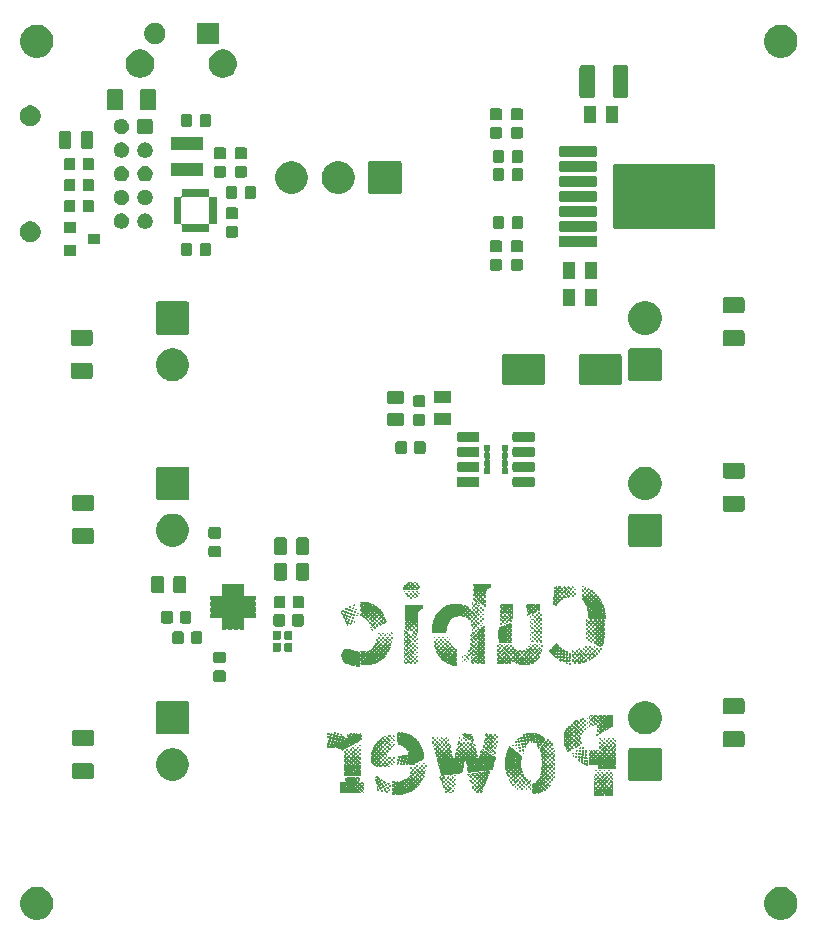
<source format=gbr>
G04 #@! TF.GenerationSoftware,KiCad,Pcbnew,(5.1.0-0)*
G04 #@! TF.CreationDate,2019-05-02T09:23:53-04:00*
G04 #@! TF.ProjectId,Power Board,506f7765-7220-4426-9f61-72642e6b6963,rev?*
G04 #@! TF.SameCoordinates,Original*
G04 #@! TF.FileFunction,Soldermask,Bot*
G04 #@! TF.FilePolarity,Negative*
%FSLAX46Y46*%
G04 Gerber Fmt 4.6, Leading zero omitted, Abs format (unit mm)*
G04 Created by KiCad (PCBNEW (5.1.0-0)) date 2019-05-02 09:23:53*
%MOMM*%
%LPD*%
G04 APERTURE LIST*
%ADD10C,0.010000*%
%ADD11C,0.100000*%
G04 APERTURE END LIST*
D10*
G36*
X112137793Y-84262018D02*
G01*
X112126161Y-84262941D01*
X112060089Y-84276193D01*
X112033846Y-84297031D01*
X112050686Y-84317891D01*
X112097535Y-84329534D01*
X112158493Y-84319475D01*
X112191835Y-84295976D01*
X112208294Y-84270144D01*
X112193212Y-84260300D01*
X112137793Y-84262018D01*
X112137793Y-84262018D01*
G37*
X112137793Y-84262018D02*
X112126161Y-84262941D01*
X112060089Y-84276193D01*
X112033846Y-84297031D01*
X112050686Y-84317891D01*
X112097535Y-84329534D01*
X112158493Y-84319475D01*
X112191835Y-84295976D01*
X112208294Y-84270144D01*
X112193212Y-84260300D01*
X112137793Y-84262018D01*
G36*
X112407473Y-84276687D02*
G01*
X112401490Y-84292148D01*
X112431613Y-84318879D01*
X112469259Y-84330386D01*
X112508183Y-84328421D01*
X112512115Y-84314401D01*
X112481639Y-84289179D01*
X112440076Y-84275264D01*
X112407473Y-84276687D01*
X112407473Y-84276687D01*
G37*
X112407473Y-84276687D02*
X112401490Y-84292148D01*
X112431613Y-84318879D01*
X112469259Y-84330386D01*
X112508183Y-84328421D01*
X112512115Y-84314401D01*
X112481639Y-84289179D01*
X112440076Y-84275264D01*
X112407473Y-84276687D01*
G36*
X112583592Y-84389756D02*
G01*
X112575036Y-84442639D01*
X112576628Y-84452552D01*
X112605651Y-84493520D01*
X112657398Y-84507409D01*
X112709294Y-84490127D01*
X112721117Y-84478737D01*
X112733879Y-84447448D01*
X112708690Y-84416018D01*
X112684429Y-84398947D01*
X112622488Y-84373982D01*
X112583592Y-84389756D01*
X112583592Y-84389756D01*
G37*
X112583592Y-84389756D02*
X112575036Y-84442639D01*
X112576628Y-84452552D01*
X112605651Y-84493520D01*
X112657398Y-84507409D01*
X112709294Y-84490127D01*
X112721117Y-84478737D01*
X112733879Y-84447448D01*
X112708690Y-84416018D01*
X112684429Y-84398947D01*
X112622488Y-84373982D01*
X112583592Y-84389756D01*
G36*
X112266177Y-84338537D02*
G01*
X112217251Y-84359551D01*
X112196665Y-84413282D01*
X112195717Y-84420743D01*
X112205459Y-84490260D01*
X112245009Y-84530787D01*
X112302074Y-84533583D01*
X112332953Y-84518361D01*
X112373392Y-84467284D01*
X112375625Y-84409250D01*
X112345718Y-84360590D01*
X112289735Y-84337633D01*
X112266177Y-84338537D01*
X112266177Y-84338537D01*
G37*
X112266177Y-84338537D02*
X112217251Y-84359551D01*
X112196665Y-84413282D01*
X112195717Y-84420743D01*
X112205459Y-84490260D01*
X112245009Y-84530787D01*
X112302074Y-84533583D01*
X112332953Y-84518361D01*
X112373392Y-84467284D01*
X112375625Y-84409250D01*
X112345718Y-84360590D01*
X112289735Y-84337633D01*
X112266177Y-84338537D01*
G36*
X126663050Y-84647978D02*
G01*
X126659860Y-84657248D01*
X126694800Y-84660789D01*
X126730859Y-84656797D01*
X126726550Y-84647978D01*
X126674548Y-84644623D01*
X126663050Y-84647978D01*
X126663050Y-84647978D01*
G37*
X126663050Y-84647978D02*
X126659860Y-84657248D01*
X126694800Y-84660789D01*
X126730859Y-84656797D01*
X126726550Y-84647978D01*
X126674548Y-84644623D01*
X126663050Y-84647978D01*
G36*
X112416828Y-84544093D02*
G01*
X112396935Y-84573781D01*
X112394600Y-84614000D01*
X112400894Y-84667972D01*
X112430582Y-84687865D01*
X112470800Y-84690200D01*
X112524773Y-84683906D01*
X112544666Y-84654218D01*
X112547000Y-84614000D01*
X112540707Y-84560027D01*
X112511019Y-84540134D01*
X112470800Y-84537800D01*
X112416828Y-84544093D01*
X112416828Y-84544093D01*
G37*
X112416828Y-84544093D02*
X112396935Y-84573781D01*
X112394600Y-84614000D01*
X112400894Y-84667972D01*
X112430582Y-84687865D01*
X112470800Y-84690200D01*
X112524773Y-84683906D01*
X112544666Y-84654218D01*
X112547000Y-84614000D01*
X112540707Y-84560027D01*
X112511019Y-84540134D01*
X112470800Y-84537800D01*
X112416828Y-84544093D01*
G36*
X112787470Y-84569550D02*
G01*
X112780525Y-84634696D01*
X112810114Y-84678977D01*
X112851003Y-84690200D01*
X112892726Y-84680862D01*
X112902600Y-84667613D01*
X112887926Y-84633532D01*
X112853688Y-84585063D01*
X112818360Y-84546468D01*
X112799315Y-84546054D01*
X112787470Y-84569550D01*
X112787470Y-84569550D01*
G37*
X112787470Y-84569550D02*
X112780525Y-84634696D01*
X112810114Y-84678977D01*
X112851003Y-84690200D01*
X112892726Y-84680862D01*
X112902600Y-84667613D01*
X112887926Y-84633532D01*
X112853688Y-84585063D01*
X112818360Y-84546468D01*
X112799315Y-84546054D01*
X112787470Y-84569550D01*
G36*
X112040976Y-84532923D02*
G01*
X112013600Y-84563200D01*
X112001348Y-84629733D01*
X112029075Y-84685714D01*
X112087101Y-84714547D01*
X112102500Y-84715600D01*
X112164025Y-84695076D01*
X112191400Y-84664800D01*
X112203653Y-84598266D01*
X112175926Y-84542285D01*
X112117900Y-84513452D01*
X112102500Y-84512400D01*
X112040976Y-84532923D01*
X112040976Y-84532923D01*
G37*
X112040976Y-84532923D02*
X112013600Y-84563200D01*
X112001348Y-84629733D01*
X112029075Y-84685714D01*
X112087101Y-84714547D01*
X112102500Y-84715600D01*
X112164025Y-84695076D01*
X112191400Y-84664800D01*
X112203653Y-84598266D01*
X112175926Y-84542285D01*
X112117900Y-84513452D01*
X112102500Y-84512400D01*
X112040976Y-84532923D01*
G36*
X125810226Y-84685131D02*
G01*
X125805800Y-84702900D01*
X125826132Y-84736574D01*
X125843900Y-84741000D01*
X125877575Y-84720668D01*
X125882000Y-84702900D01*
X125861669Y-84669225D01*
X125843900Y-84664800D01*
X125810226Y-84685131D01*
X125810226Y-84685131D01*
G37*
X125810226Y-84685131D02*
X125805800Y-84702900D01*
X125826132Y-84736574D01*
X125843900Y-84741000D01*
X125877575Y-84720668D01*
X125882000Y-84702900D01*
X125861669Y-84669225D01*
X125843900Y-84664800D01*
X125810226Y-84685131D01*
G36*
X125044581Y-84669761D02*
G01*
X125022510Y-84688748D01*
X125023105Y-84709250D01*
X125051369Y-84742995D01*
X125104832Y-84762694D01*
X125158432Y-84761654D01*
X125178101Y-84750632D01*
X125199283Y-84708576D01*
X125175378Y-84677831D01*
X125111870Y-84664874D01*
X125105438Y-84664800D01*
X125044581Y-84669761D01*
X125044581Y-84669761D01*
G37*
X125044581Y-84669761D02*
X125022510Y-84688748D01*
X125023105Y-84709250D01*
X125051369Y-84742995D01*
X125104832Y-84762694D01*
X125158432Y-84761654D01*
X125178101Y-84750632D01*
X125199283Y-84708576D01*
X125175378Y-84677831D01*
X125111870Y-84664874D01*
X125105438Y-84664800D01*
X125044581Y-84669761D01*
G36*
X125418851Y-84671408D02*
G01*
X125402749Y-84695846D01*
X125404148Y-84709250D01*
X125432569Y-84746190D01*
X125483336Y-84763989D01*
X125529672Y-84754118D01*
X125533796Y-84750538D01*
X125554041Y-84708137D01*
X125530224Y-84676375D01*
X125473738Y-84664800D01*
X125418851Y-84671408D01*
X125418851Y-84671408D01*
G37*
X125418851Y-84671408D02*
X125402749Y-84695846D01*
X125404148Y-84709250D01*
X125432569Y-84746190D01*
X125483336Y-84763989D01*
X125529672Y-84754118D01*
X125533796Y-84750538D01*
X125554041Y-84708137D01*
X125530224Y-84676375D01*
X125473738Y-84664800D01*
X125418851Y-84671408D01*
G36*
X124664469Y-84668892D02*
G01*
X124641720Y-84687272D01*
X124641984Y-84721950D01*
X124668413Y-84770983D01*
X124714551Y-84786616D01*
X124770034Y-84785938D01*
X124797101Y-84776032D01*
X124812676Y-84737541D01*
X124815200Y-84711366D01*
X124803580Y-84679096D01*
X124760478Y-84666076D01*
X124724534Y-84664800D01*
X124664469Y-84668892D01*
X124664469Y-84668892D01*
G37*
X124664469Y-84668892D02*
X124641720Y-84687272D01*
X124641984Y-84721950D01*
X124668413Y-84770983D01*
X124714551Y-84786616D01*
X124770034Y-84785938D01*
X124797101Y-84776032D01*
X124812676Y-84737541D01*
X124815200Y-84711366D01*
X124803580Y-84679096D01*
X124760478Y-84666076D01*
X124724534Y-84664800D01*
X124664469Y-84668892D01*
G36*
X124368916Y-84683849D02*
G01*
X124334839Y-84735093D01*
X124332600Y-84756417D01*
X124347985Y-84805781D01*
X124386530Y-84814343D01*
X124429120Y-84786720D01*
X124452810Y-84744677D01*
X124458656Y-84697556D01*
X124445369Y-84667326D01*
X124436278Y-84664800D01*
X124368916Y-84683849D01*
X124368916Y-84683849D01*
G37*
X124368916Y-84683849D02*
X124334839Y-84735093D01*
X124332600Y-84756417D01*
X124347985Y-84805781D01*
X124386530Y-84814343D01*
X124429120Y-84786720D01*
X124452810Y-84744677D01*
X124458656Y-84697556D01*
X124445369Y-84667326D01*
X124436278Y-84664800D01*
X124368916Y-84683849D01*
G36*
X126834917Y-84756789D02*
G01*
X126809603Y-84797204D01*
X126809100Y-84804847D01*
X126828713Y-84846758D01*
X126872587Y-84865243D01*
X126918275Y-84855978D01*
X126939587Y-84829974D01*
X126940339Y-84780905D01*
X126929471Y-84762310D01*
X126882354Y-84742514D01*
X126834917Y-84756789D01*
X126834917Y-84756789D01*
G37*
X126834917Y-84756789D02*
X126809603Y-84797204D01*
X126809100Y-84804847D01*
X126828713Y-84846758D01*
X126872587Y-84865243D01*
X126918275Y-84855978D01*
X126939587Y-84829974D01*
X126940339Y-84780905D01*
X126929471Y-84762310D01*
X126882354Y-84742514D01*
X126834917Y-84756789D01*
G36*
X127178186Y-84834093D02*
G01*
X127177400Y-84842600D01*
X127198913Y-84862273D01*
X127234550Y-84867611D01*
X127271665Y-84863600D01*
X127262540Y-84848660D01*
X127253600Y-84842600D01*
X127201038Y-84818965D01*
X127178186Y-84834093D01*
X127178186Y-84834093D01*
G37*
X127178186Y-84834093D02*
X127177400Y-84842600D01*
X127198913Y-84862273D01*
X127234550Y-84867611D01*
X127271665Y-84863600D01*
X127262540Y-84848660D01*
X127253600Y-84842600D01*
X127201038Y-84818965D01*
X127178186Y-84834093D01*
G36*
X112243289Y-84707955D02*
G01*
X112204814Y-84729365D01*
X112194738Y-84775818D01*
X112196389Y-84801468D01*
X112210611Y-84859630D01*
X112247235Y-84884276D01*
X112271857Y-84888535D01*
X112337787Y-84878750D01*
X112363786Y-84853177D01*
X112381660Y-84783360D01*
X112357972Y-84729869D01*
X112301655Y-84703473D01*
X112243289Y-84707955D01*
X112243289Y-84707955D01*
G37*
X112243289Y-84707955D02*
X112204814Y-84729365D01*
X112194738Y-84775818D01*
X112196389Y-84801468D01*
X112210611Y-84859630D01*
X112247235Y-84884276D01*
X112271857Y-84888535D01*
X112337787Y-84878750D01*
X112363786Y-84853177D01*
X112381660Y-84783360D01*
X112357972Y-84729869D01*
X112301655Y-84703473D01*
X112243289Y-84707955D01*
G36*
X112612426Y-84735846D02*
G01*
X112582744Y-84782570D01*
X112587180Y-84834746D01*
X112589296Y-84838379D01*
X112637830Y-84881970D01*
X112692033Y-84881740D01*
X112722549Y-84858012D01*
X112736660Y-84809026D01*
X112720384Y-84755370D01*
X112683124Y-84719735D01*
X112663517Y-84715600D01*
X112612426Y-84735846D01*
X112612426Y-84735846D01*
G37*
X112612426Y-84735846D02*
X112582744Y-84782570D01*
X112587180Y-84834746D01*
X112589296Y-84838379D01*
X112637830Y-84881970D01*
X112692033Y-84881740D01*
X112722549Y-84858012D01*
X112736660Y-84809026D01*
X112720384Y-84755370D01*
X112683124Y-84719735D01*
X112663517Y-84715600D01*
X112612426Y-84735846D01*
G36*
X111865959Y-84330936D02*
G01*
X111820456Y-84382431D01*
X111801027Y-84443114D01*
X111803146Y-84462002D01*
X111807127Y-84499176D01*
X111783318Y-84511165D01*
X111736734Y-84508501D01*
X111661190Y-84516818D01*
X111618967Y-84562717D01*
X111607589Y-84633050D01*
X111596107Y-84674919D01*
X111576816Y-84683850D01*
X111551862Y-84701251D01*
X111524312Y-84750021D01*
X111501364Y-84811683D01*
X111490216Y-84867757D01*
X111494309Y-84895678D01*
X111525041Y-84906451D01*
X111592362Y-84913700D01*
X111682183Y-84917397D01*
X111780413Y-84917511D01*
X111872963Y-84914015D01*
X111945740Y-84906878D01*
X111983735Y-84896697D01*
X112006314Y-84855645D01*
X112008483Y-84804500D01*
X111804050Y-84804500D01*
X111793040Y-84853365D01*
X111752074Y-84867922D01*
X111746687Y-84868000D01*
X111697471Y-84850997D01*
X111677184Y-84804500D01*
X111675337Y-84758477D01*
X111703736Y-84742379D01*
X111734548Y-84741000D01*
X111785852Y-84749496D01*
X111803180Y-84784307D01*
X111804050Y-84804500D01*
X112008483Y-84804500D01*
X112009135Y-84789136D01*
X111996588Y-84728443D01*
X111965653Y-84701703D01*
X111931050Y-84694862D01*
X111880297Y-84678217D01*
X111861200Y-84652490D01*
X111852342Y-84597940D01*
X111846459Y-84579738D01*
X111849387Y-84551264D01*
X111891942Y-84536189D01*
X111916309Y-84533211D01*
X111976228Y-84520472D01*
X112002466Y-84488411D01*
X112009086Y-84453714D01*
X112001636Y-84378479D01*
X111966528Y-84325595D01*
X111921590Y-84309200D01*
X111865959Y-84330936D01*
X111865959Y-84330936D01*
G37*
X111865959Y-84330936D02*
X111820456Y-84382431D01*
X111801027Y-84443114D01*
X111803146Y-84462002D01*
X111807127Y-84499176D01*
X111783318Y-84511165D01*
X111736734Y-84508501D01*
X111661190Y-84516818D01*
X111618967Y-84562717D01*
X111607589Y-84633050D01*
X111596107Y-84674919D01*
X111576816Y-84683850D01*
X111551862Y-84701251D01*
X111524312Y-84750021D01*
X111501364Y-84811683D01*
X111490216Y-84867757D01*
X111494309Y-84895678D01*
X111525041Y-84906451D01*
X111592362Y-84913700D01*
X111682183Y-84917397D01*
X111780413Y-84917511D01*
X111872963Y-84914015D01*
X111945740Y-84906878D01*
X111983735Y-84896697D01*
X112006314Y-84855645D01*
X112008483Y-84804500D01*
X111804050Y-84804500D01*
X111793040Y-84853365D01*
X111752074Y-84867922D01*
X111746687Y-84868000D01*
X111697471Y-84850997D01*
X111677184Y-84804500D01*
X111675337Y-84758477D01*
X111703736Y-84742379D01*
X111734548Y-84741000D01*
X111785852Y-84749496D01*
X111803180Y-84784307D01*
X111804050Y-84804500D01*
X112008483Y-84804500D01*
X112009135Y-84789136D01*
X111996588Y-84728443D01*
X111965653Y-84701703D01*
X111931050Y-84694862D01*
X111880297Y-84678217D01*
X111861200Y-84652490D01*
X111852342Y-84597940D01*
X111846459Y-84579738D01*
X111849387Y-84551264D01*
X111891942Y-84536189D01*
X111916309Y-84533211D01*
X111976228Y-84520472D01*
X112002466Y-84488411D01*
X112009086Y-84453714D01*
X112001636Y-84378479D01*
X111966528Y-84325595D01*
X111921590Y-84309200D01*
X111865959Y-84330936D01*
G36*
X112070750Y-84901291D02*
G01*
X112062845Y-84908653D01*
X112097967Y-84912661D01*
X112115200Y-84912907D01*
X112161411Y-84910258D01*
X112166857Y-84903665D01*
X112159650Y-84901291D01*
X112095230Y-84897340D01*
X112070750Y-84901291D01*
X112070750Y-84901291D01*
G37*
X112070750Y-84901291D02*
X112062845Y-84908653D01*
X112097967Y-84912661D01*
X112115200Y-84912907D01*
X112161411Y-84910258D01*
X112166857Y-84903665D01*
X112159650Y-84901291D01*
X112095230Y-84897340D01*
X112070750Y-84901291D01*
G36*
X112439050Y-84901978D02*
G01*
X112435860Y-84911248D01*
X112470800Y-84914789D01*
X112506859Y-84910797D01*
X112502550Y-84901978D01*
X112450548Y-84898623D01*
X112439050Y-84901978D01*
X112439050Y-84901978D01*
G37*
X112439050Y-84901978D02*
X112435860Y-84911248D01*
X112470800Y-84914789D01*
X112506859Y-84910797D01*
X112502550Y-84901978D01*
X112450548Y-84898623D01*
X112439050Y-84901978D01*
G36*
X126011866Y-84863172D02*
G01*
X126009000Y-84880700D01*
X126022716Y-84914501D01*
X126034400Y-84918800D01*
X126056935Y-84898227D01*
X126059800Y-84880700D01*
X126046085Y-84846898D01*
X126034400Y-84842600D01*
X126011866Y-84863172D01*
X126011866Y-84863172D01*
G37*
X126011866Y-84863172D02*
X126009000Y-84880700D01*
X126022716Y-84914501D01*
X126034400Y-84918800D01*
X126056935Y-84898227D01*
X126059800Y-84880700D01*
X126046085Y-84846898D01*
X126034400Y-84842600D01*
X126011866Y-84863172D01*
G36*
X125264210Y-84806284D02*
G01*
X125231033Y-84841744D01*
X125221600Y-84883417D01*
X125232595Y-84929686D01*
X125275108Y-84943978D01*
X125285898Y-84944200D01*
X125340298Y-84930029D01*
X125365571Y-84904130D01*
X125362264Y-84854363D01*
X125326594Y-84814891D01*
X125276513Y-84803041D01*
X125264210Y-84806284D01*
X125264210Y-84806284D01*
G37*
X125264210Y-84806284D02*
X125231033Y-84841744D01*
X125221600Y-84883417D01*
X125232595Y-84929686D01*
X125275108Y-84943978D01*
X125285898Y-84944200D01*
X125340298Y-84930029D01*
X125365571Y-84904130D01*
X125362264Y-84854363D01*
X125326594Y-84814891D01*
X125276513Y-84803041D01*
X125264210Y-84806284D01*
G36*
X125624369Y-84838387D02*
G01*
X125606438Y-84878316D01*
X125607365Y-84886681D01*
X125633579Y-84927198D01*
X125676622Y-84938987D01*
X125714053Y-84918156D01*
X125720350Y-84906269D01*
X125720643Y-84856637D01*
X125709280Y-84837520D01*
X125666050Y-84821219D01*
X125624369Y-84838387D01*
X125624369Y-84838387D01*
G37*
X125624369Y-84838387D02*
X125606438Y-84878316D01*
X125607365Y-84886681D01*
X125633579Y-84927198D01*
X125676622Y-84938987D01*
X125714053Y-84918156D01*
X125720350Y-84906269D01*
X125720643Y-84856637D01*
X125709280Y-84837520D01*
X125666050Y-84821219D01*
X125624369Y-84838387D01*
G36*
X124499936Y-84781756D02*
G01*
X124499911Y-84781766D01*
X124468332Y-84814372D01*
X124464583Y-84877592D01*
X124478785Y-84935784D01*
X124515340Y-84960453D01*
X124540057Y-84964735D01*
X124605987Y-84954950D01*
X124631986Y-84929377D01*
X124647571Y-84861519D01*
X124623398Y-84806070D01*
X124570506Y-84775369D01*
X124499936Y-84781756D01*
X124499936Y-84781756D01*
G37*
X124499936Y-84781756D02*
X124499911Y-84781766D01*
X124468332Y-84814372D01*
X124464583Y-84877592D01*
X124478785Y-84935784D01*
X124515340Y-84960453D01*
X124540057Y-84964735D01*
X124605987Y-84954950D01*
X124631986Y-84929377D01*
X124647571Y-84861519D01*
X124623398Y-84806070D01*
X124570506Y-84775369D01*
X124499936Y-84781756D01*
G36*
X124870484Y-84813296D02*
G01*
X124854615Y-84849735D01*
X124853300Y-84880700D01*
X124862855Y-84938962D01*
X124897326Y-84962841D01*
X124906323Y-84964475D01*
X124965147Y-84952596D01*
X124993750Y-84930596D01*
X125012212Y-84878242D01*
X124989595Y-84831982D01*
X124934951Y-84806134D01*
X124914032Y-84804500D01*
X124870484Y-84813296D01*
X124870484Y-84813296D01*
G37*
X124870484Y-84813296D02*
X124854615Y-84849735D01*
X124853300Y-84880700D01*
X124862855Y-84938962D01*
X124897326Y-84962841D01*
X124906323Y-84964475D01*
X124965147Y-84952596D01*
X124993750Y-84930596D01*
X125012212Y-84878242D01*
X124989595Y-84831982D01*
X124934951Y-84806134D01*
X124914032Y-84804500D01*
X124870484Y-84813296D01*
G36*
X111607200Y-85058500D02*
G01*
X111619900Y-85071200D01*
X111632600Y-85058500D01*
X111619900Y-85045800D01*
X111607200Y-85058500D01*
X111607200Y-85058500D01*
G37*
X111607200Y-85058500D02*
X111619900Y-85071200D01*
X111632600Y-85058500D01*
X111619900Y-85045800D01*
X111607200Y-85058500D01*
G36*
X126655578Y-84928847D02*
G01*
X126647013Y-84968414D01*
X126648663Y-84986691D01*
X126668186Y-85047203D01*
X126702939Y-85063574D01*
X126744630Y-85034269D01*
X126765228Y-84980536D01*
X126744798Y-84936232D01*
X126693911Y-84918800D01*
X126655578Y-84928847D01*
X126655578Y-84928847D01*
G37*
X126655578Y-84928847D02*
X126647013Y-84968414D01*
X126648663Y-84986691D01*
X126668186Y-85047203D01*
X126702939Y-85063574D01*
X126744630Y-85034269D01*
X126765228Y-84980536D01*
X126744798Y-84936232D01*
X126693911Y-84918800D01*
X126655578Y-84928847D01*
G36*
X127056968Y-84923462D02*
G01*
X127000416Y-84944131D01*
X126979235Y-84974236D01*
X126992656Y-85017782D01*
X127036057Y-85049353D01*
X127088668Y-85054807D01*
X127094850Y-85052951D01*
X127119111Y-85021754D01*
X127126600Y-84978496D01*
X127118923Y-84933517D01*
X127085482Y-84921388D01*
X127056968Y-84923462D01*
X127056968Y-84923462D01*
G37*
X127056968Y-84923462D02*
X127000416Y-84944131D01*
X126979235Y-84974236D01*
X126992656Y-85017782D01*
X127036057Y-85049353D01*
X127088668Y-85054807D01*
X127094850Y-85052951D01*
X127119111Y-85021754D01*
X127126600Y-84978496D01*
X127118923Y-84933517D01*
X127085482Y-84921388D01*
X127056968Y-84923462D01*
G36*
X127355918Y-84971381D02*
G01*
X127363126Y-85020852D01*
X127393842Y-85055158D01*
X127395378Y-85055782D01*
X127436865Y-85069155D01*
X127460736Y-85058115D01*
X127480301Y-85035388D01*
X127493561Y-85002328D01*
X127466286Y-84969332D01*
X127453872Y-84960247D01*
X127405332Y-84935472D01*
X127376461Y-84934058D01*
X127355918Y-84971381D01*
X127355918Y-84971381D01*
G37*
X127355918Y-84971381D02*
X127363126Y-85020852D01*
X127393842Y-85055158D01*
X127395378Y-85055782D01*
X127436865Y-85069155D01*
X127460736Y-85058115D01*
X127480301Y-85035388D01*
X127493561Y-85002328D01*
X127466286Y-84969332D01*
X127453872Y-84960247D01*
X127405332Y-84935472D01*
X127376461Y-84934058D01*
X127355918Y-84971381D01*
G36*
X111907967Y-85046405D02*
G01*
X111914146Y-85075506D01*
X111948759Y-85092112D01*
X111982649Y-85079840D01*
X111988200Y-85058500D01*
X111969941Y-85026473D01*
X111943750Y-85025235D01*
X111907967Y-85046405D01*
X111907967Y-85046405D01*
G37*
X111907967Y-85046405D02*
X111914146Y-85075506D01*
X111948759Y-85092112D01*
X111982649Y-85079840D01*
X111988200Y-85058500D01*
X111969941Y-85026473D01*
X111943750Y-85025235D01*
X111907967Y-85046405D01*
G36*
X112277029Y-85036281D02*
G01*
X112267600Y-85058500D01*
X112288776Y-85089528D01*
X112318400Y-85096600D01*
X112359772Y-85080718D01*
X112369200Y-85058500D01*
X112348025Y-85027471D01*
X112318400Y-85020400D01*
X112277029Y-85036281D01*
X112277029Y-85036281D01*
G37*
X112277029Y-85036281D02*
X112267600Y-85058500D01*
X112288776Y-85089528D01*
X112318400Y-85096600D01*
X112359772Y-85080718D01*
X112369200Y-85058500D01*
X112348025Y-85027471D01*
X112318400Y-85020400D01*
X112277029Y-85036281D01*
G36*
X112653026Y-85040731D02*
G01*
X112648600Y-85058500D01*
X112668932Y-85092174D01*
X112686700Y-85096600D01*
X112720375Y-85076268D01*
X112724800Y-85058500D01*
X112704469Y-85024825D01*
X112686700Y-85020400D01*
X112653026Y-85040731D01*
X112653026Y-85040731D01*
G37*
X112653026Y-85040731D02*
X112648600Y-85058500D01*
X112668932Y-85092174D01*
X112686700Y-85096600D01*
X112720375Y-85076268D01*
X112724800Y-85058500D01*
X112704469Y-85024825D01*
X112686700Y-85020400D01*
X112653026Y-85040731D01*
G36*
X125813971Y-85034519D02*
G01*
X125810288Y-85062745D01*
X125834354Y-85105825D01*
X125871965Y-85116108D01*
X125889938Y-85105595D01*
X125907932Y-85062018D01*
X125885200Y-85027759D01*
X125854738Y-85020400D01*
X125813971Y-85034519D01*
X125813971Y-85034519D01*
G37*
X125813971Y-85034519D02*
X125810288Y-85062745D01*
X125834354Y-85105825D01*
X125871965Y-85116108D01*
X125889938Y-85105595D01*
X125907932Y-85062018D01*
X125885200Y-85027759D01*
X125854738Y-85020400D01*
X125813971Y-85034519D01*
G36*
X125044860Y-85009694D02*
G01*
X125023658Y-85054035D01*
X125031173Y-85096827D01*
X125068435Y-85139360D01*
X125107300Y-85147400D01*
X125164175Y-85127396D01*
X125183428Y-85096827D01*
X125187777Y-85033818D01*
X125151066Y-85000696D01*
X125107300Y-84995000D01*
X125044860Y-85009694D01*
X125044860Y-85009694D01*
G37*
X125044860Y-85009694D02*
X125023658Y-85054035D01*
X125031173Y-85096827D01*
X125068435Y-85139360D01*
X125107300Y-85147400D01*
X125164175Y-85127396D01*
X125183428Y-85096827D01*
X125187777Y-85033818D01*
X125151066Y-85000696D01*
X125107300Y-84995000D01*
X125044860Y-85009694D01*
G36*
X125460130Y-85002270D02*
G01*
X125417330Y-85027722D01*
X125403511Y-85055456D01*
X125412682Y-85105034D01*
X125449580Y-85137503D01*
X125496340Y-85145946D01*
X125535093Y-85123448D01*
X125542615Y-85109300D01*
X125547111Y-85052392D01*
X125541932Y-85031318D01*
X125509110Y-85002170D01*
X125460130Y-85002270D01*
X125460130Y-85002270D01*
G37*
X125460130Y-85002270D02*
X125417330Y-85027722D01*
X125403511Y-85055456D01*
X125412682Y-85105034D01*
X125449580Y-85137503D01*
X125496340Y-85145946D01*
X125535093Y-85123448D01*
X125542615Y-85109300D01*
X125547111Y-85052392D01*
X125541932Y-85031318D01*
X125509110Y-85002170D01*
X125460130Y-85002270D01*
G36*
X124670478Y-84990138D02*
G01*
X124646964Y-85022992D01*
X124642228Y-85050441D01*
X124655029Y-85115507D01*
X124703773Y-85152323D01*
X124772200Y-85153517D01*
X124804627Y-85131757D01*
X124811552Y-85078903D01*
X124810300Y-85062708D01*
X124798498Y-85006454D01*
X124767355Y-84985050D01*
X124726300Y-84982300D01*
X124670478Y-84990138D01*
X124670478Y-84990138D01*
G37*
X124670478Y-84990138D02*
X124646964Y-85022992D01*
X124642228Y-85050441D01*
X124655029Y-85115507D01*
X124703773Y-85152323D01*
X124772200Y-85153517D01*
X124804627Y-85131757D01*
X124811552Y-85078903D01*
X124810300Y-85062708D01*
X124798498Y-85006454D01*
X124767355Y-84985050D01*
X124726300Y-84982300D01*
X124670478Y-84990138D01*
G36*
X117474600Y-84563200D02*
G01*
X117478679Y-84643065D01*
X117492801Y-84682073D01*
X117512700Y-84690200D01*
X117543343Y-84712280D01*
X117550800Y-84753700D01*
X117537552Y-84804771D01*
X117512700Y-84817200D01*
X117488674Y-84830871D01*
X117476983Y-84878157D01*
X117474600Y-84943402D01*
X117477476Y-85018719D01*
X117488280Y-85053016D01*
X117510278Y-85055861D01*
X117512700Y-85054985D01*
X117542670Y-85058475D01*
X117551189Y-85100232D01*
X117564668Y-85177076D01*
X117607919Y-85214599D01*
X117680464Y-85219134D01*
X117741157Y-85206587D01*
X117767897Y-85175652D01*
X117774738Y-85141050D01*
X117789689Y-85089946D01*
X117829483Y-85072294D01*
X117855600Y-85071200D01*
X117909882Y-85079900D01*
X117932454Y-85116120D01*
X117936463Y-85141050D01*
X117948568Y-85188471D01*
X117980911Y-85207719D01*
X118033400Y-85210900D01*
X118094356Y-85205676D01*
X118121578Y-85182003D01*
X118130338Y-85141050D01*
X118144921Y-85090380D01*
X118183792Y-85072502D01*
X118212888Y-85071200D01*
X118269064Y-85080492D01*
X118287279Y-85112492D01*
X118287400Y-85116920D01*
X118309539Y-85181666D01*
X118365181Y-85219570D01*
X118394080Y-85223600D01*
X118426131Y-85211239D01*
X118438788Y-85166183D01*
X118439800Y-85134700D01*
X118437721Y-85059127D01*
X118427646Y-85021717D01*
X118403819Y-85009881D01*
X118382650Y-85009716D01*
X118347921Y-84994615D01*
X118338200Y-84944265D01*
X118339503Y-84934132D01*
X118109600Y-84934132D01*
X118104968Y-84969104D01*
X118082778Y-84990615D01*
X118030590Y-85006388D01*
X117976250Y-85016940D01*
X117961744Y-84998139D01*
X117957200Y-84959782D01*
X117961051Y-84944200D01*
X117728600Y-84944200D01*
X117718110Y-84992536D01*
X117676803Y-85007431D01*
X117665100Y-85007700D01*
X117616764Y-84997209D01*
X117601869Y-84955902D01*
X117601600Y-84944200D01*
X117612091Y-84895863D01*
X117653398Y-84880968D01*
X117665100Y-84880700D01*
X117713437Y-84891190D01*
X117728332Y-84932497D01*
X117728600Y-84944200D01*
X117961051Y-84944200D01*
X117968587Y-84913710D01*
X118012089Y-84891802D01*
X118033400Y-84887981D01*
X118087207Y-84885573D01*
X118107372Y-84906649D01*
X118109600Y-84934132D01*
X118339503Y-84934132D01*
X118344229Y-84897414D01*
X118372855Y-84883989D01*
X118412599Y-84887717D01*
X118464605Y-84903041D01*
X118474635Y-84931768D01*
X118472109Y-84940468D01*
X118475004Y-84955097D01*
X118505909Y-84931328D01*
X118518361Y-84918800D01*
X118551475Y-84875430D01*
X118554975Y-84849648D01*
X118551454Y-84847800D01*
X118532294Y-84820051D01*
X118526054Y-84765308D01*
X118526409Y-84763225D01*
X118287400Y-84763225D01*
X118279841Y-84816205D01*
X118248237Y-84834910D01*
X118223900Y-84836250D01*
X118177831Y-84827556D01*
X118161565Y-84791211D01*
X118160400Y-84763225D01*
X117906400Y-84763225D01*
X117898841Y-84816205D01*
X117867237Y-84834910D01*
X117842900Y-84836250D01*
X117796831Y-84827556D01*
X117780565Y-84791211D01*
X117779400Y-84763225D01*
X117786960Y-84710244D01*
X117818564Y-84691539D01*
X117842900Y-84690200D01*
X117888970Y-84698893D01*
X117905236Y-84735238D01*
X117906400Y-84763225D01*
X118160400Y-84763225D01*
X118167960Y-84710244D01*
X118199564Y-84691539D01*
X118223900Y-84690200D01*
X118269970Y-84698893D01*
X118286236Y-84735238D01*
X118287400Y-84763225D01*
X118526409Y-84763225D01*
X118535257Y-84711408D01*
X118567251Y-84691963D01*
X118596173Y-84690257D01*
X118644039Y-84697205D01*
X118653631Y-84725309D01*
X118650360Y-84741000D01*
X118647435Y-84778107D01*
X118669893Y-84789172D01*
X118725076Y-84774899D01*
X118779599Y-84753359D01*
X118832383Y-84728582D01*
X118859751Y-84700558D01*
X118870043Y-84653168D01*
X118871600Y-84575559D01*
X118871600Y-84571461D01*
X118835492Y-84571461D01*
X118833265Y-84621378D01*
X118803080Y-84638367D01*
X118780968Y-84639400D01*
X118735823Y-84630148D01*
X118720140Y-84592294D01*
X118719200Y-84567444D01*
X118719357Y-84566375D01*
X118465200Y-84566375D01*
X118457641Y-84619355D01*
X118426037Y-84638060D01*
X118401700Y-84639400D01*
X118355631Y-84630706D01*
X118350625Y-84619520D01*
X118091681Y-84619520D01*
X118065619Y-84637633D01*
X118033400Y-84639400D01*
X117985891Y-84632888D01*
X117973063Y-84602737D01*
X117976384Y-84568642D01*
X117977278Y-84566375D01*
X117728600Y-84566375D01*
X117720745Y-84619662D01*
X117689174Y-84638314D01*
X117669334Y-84639400D01*
X117626086Y-84629721D01*
X117610948Y-84590820D01*
X117610067Y-84566375D01*
X117617922Y-84513087D01*
X117649494Y-84494435D01*
X117669334Y-84493350D01*
X117712581Y-84503028D01*
X117727719Y-84541929D01*
X117728600Y-84566375D01*
X117977278Y-84566375D01*
X117998850Y-84511697D01*
X118033400Y-84497885D01*
X118074072Y-84519294D01*
X118090417Y-84568642D01*
X118091681Y-84619520D01*
X118350625Y-84619520D01*
X118339365Y-84594361D01*
X118338200Y-84566375D01*
X118345760Y-84513394D01*
X118377364Y-84494689D01*
X118401700Y-84493350D01*
X118447770Y-84502043D01*
X118464036Y-84538388D01*
X118465200Y-84566375D01*
X118719357Y-84566375D01*
X118726881Y-84515306D01*
X118757084Y-84499201D01*
X118773724Y-84499506D01*
X118818682Y-84519943D01*
X118835492Y-84571461D01*
X118871600Y-84571461D01*
X118871600Y-84436200D01*
X117474600Y-84436200D01*
X117474600Y-84563200D01*
X117474600Y-84563200D01*
G37*
X117474600Y-84563200D02*
X117478679Y-84643065D01*
X117492801Y-84682073D01*
X117512700Y-84690200D01*
X117543343Y-84712280D01*
X117550800Y-84753700D01*
X117537552Y-84804771D01*
X117512700Y-84817200D01*
X117488674Y-84830871D01*
X117476983Y-84878157D01*
X117474600Y-84943402D01*
X117477476Y-85018719D01*
X117488280Y-85053016D01*
X117510278Y-85055861D01*
X117512700Y-85054985D01*
X117542670Y-85058475D01*
X117551189Y-85100232D01*
X117564668Y-85177076D01*
X117607919Y-85214599D01*
X117680464Y-85219134D01*
X117741157Y-85206587D01*
X117767897Y-85175652D01*
X117774738Y-85141050D01*
X117789689Y-85089946D01*
X117829483Y-85072294D01*
X117855600Y-85071200D01*
X117909882Y-85079900D01*
X117932454Y-85116120D01*
X117936463Y-85141050D01*
X117948568Y-85188471D01*
X117980911Y-85207719D01*
X118033400Y-85210900D01*
X118094356Y-85205676D01*
X118121578Y-85182003D01*
X118130338Y-85141050D01*
X118144921Y-85090380D01*
X118183792Y-85072502D01*
X118212888Y-85071200D01*
X118269064Y-85080492D01*
X118287279Y-85112492D01*
X118287400Y-85116920D01*
X118309539Y-85181666D01*
X118365181Y-85219570D01*
X118394080Y-85223600D01*
X118426131Y-85211239D01*
X118438788Y-85166183D01*
X118439800Y-85134700D01*
X118437721Y-85059127D01*
X118427646Y-85021717D01*
X118403819Y-85009881D01*
X118382650Y-85009716D01*
X118347921Y-84994615D01*
X118338200Y-84944265D01*
X118339503Y-84934132D01*
X118109600Y-84934132D01*
X118104968Y-84969104D01*
X118082778Y-84990615D01*
X118030590Y-85006388D01*
X117976250Y-85016940D01*
X117961744Y-84998139D01*
X117957200Y-84959782D01*
X117961051Y-84944200D01*
X117728600Y-84944200D01*
X117718110Y-84992536D01*
X117676803Y-85007431D01*
X117665100Y-85007700D01*
X117616764Y-84997209D01*
X117601869Y-84955902D01*
X117601600Y-84944200D01*
X117612091Y-84895863D01*
X117653398Y-84880968D01*
X117665100Y-84880700D01*
X117713437Y-84891190D01*
X117728332Y-84932497D01*
X117728600Y-84944200D01*
X117961051Y-84944200D01*
X117968587Y-84913710D01*
X118012089Y-84891802D01*
X118033400Y-84887981D01*
X118087207Y-84885573D01*
X118107372Y-84906649D01*
X118109600Y-84934132D01*
X118339503Y-84934132D01*
X118344229Y-84897414D01*
X118372855Y-84883989D01*
X118412599Y-84887717D01*
X118464605Y-84903041D01*
X118474635Y-84931768D01*
X118472109Y-84940468D01*
X118475004Y-84955097D01*
X118505909Y-84931328D01*
X118518361Y-84918800D01*
X118551475Y-84875430D01*
X118554975Y-84849648D01*
X118551454Y-84847800D01*
X118532294Y-84820051D01*
X118526054Y-84765308D01*
X118526409Y-84763225D01*
X118287400Y-84763225D01*
X118279841Y-84816205D01*
X118248237Y-84834910D01*
X118223900Y-84836250D01*
X118177831Y-84827556D01*
X118161565Y-84791211D01*
X118160400Y-84763225D01*
X117906400Y-84763225D01*
X117898841Y-84816205D01*
X117867237Y-84834910D01*
X117842900Y-84836250D01*
X117796831Y-84827556D01*
X117780565Y-84791211D01*
X117779400Y-84763225D01*
X117786960Y-84710244D01*
X117818564Y-84691539D01*
X117842900Y-84690200D01*
X117888970Y-84698893D01*
X117905236Y-84735238D01*
X117906400Y-84763225D01*
X118160400Y-84763225D01*
X118167960Y-84710244D01*
X118199564Y-84691539D01*
X118223900Y-84690200D01*
X118269970Y-84698893D01*
X118286236Y-84735238D01*
X118287400Y-84763225D01*
X118526409Y-84763225D01*
X118535257Y-84711408D01*
X118567251Y-84691963D01*
X118596173Y-84690257D01*
X118644039Y-84697205D01*
X118653631Y-84725309D01*
X118650360Y-84741000D01*
X118647435Y-84778107D01*
X118669893Y-84789172D01*
X118725076Y-84774899D01*
X118779599Y-84753359D01*
X118832383Y-84728582D01*
X118859751Y-84700558D01*
X118870043Y-84653168D01*
X118871600Y-84575559D01*
X118871600Y-84571461D01*
X118835492Y-84571461D01*
X118833265Y-84621378D01*
X118803080Y-84638367D01*
X118780968Y-84639400D01*
X118735823Y-84630148D01*
X118720140Y-84592294D01*
X118719200Y-84567444D01*
X118719357Y-84566375D01*
X118465200Y-84566375D01*
X118457641Y-84619355D01*
X118426037Y-84638060D01*
X118401700Y-84639400D01*
X118355631Y-84630706D01*
X118350625Y-84619520D01*
X118091681Y-84619520D01*
X118065619Y-84637633D01*
X118033400Y-84639400D01*
X117985891Y-84632888D01*
X117973063Y-84602737D01*
X117976384Y-84568642D01*
X117977278Y-84566375D01*
X117728600Y-84566375D01*
X117720745Y-84619662D01*
X117689174Y-84638314D01*
X117669334Y-84639400D01*
X117626086Y-84629721D01*
X117610948Y-84590820D01*
X117610067Y-84566375D01*
X117617922Y-84513087D01*
X117649494Y-84494435D01*
X117669334Y-84493350D01*
X117712581Y-84503028D01*
X117727719Y-84541929D01*
X117728600Y-84566375D01*
X117977278Y-84566375D01*
X117998850Y-84511697D01*
X118033400Y-84497885D01*
X118074072Y-84519294D01*
X118090417Y-84568642D01*
X118091681Y-84619520D01*
X118350625Y-84619520D01*
X118339365Y-84594361D01*
X118338200Y-84566375D01*
X118345760Y-84513394D01*
X118377364Y-84494689D01*
X118401700Y-84493350D01*
X118447770Y-84502043D01*
X118464036Y-84538388D01*
X118465200Y-84566375D01*
X118719357Y-84566375D01*
X118726881Y-84515306D01*
X118757084Y-84499201D01*
X118773724Y-84499506D01*
X118818682Y-84519943D01*
X118835492Y-84571461D01*
X118871600Y-84571461D01*
X118871600Y-84436200D01*
X117474600Y-84436200D01*
X117474600Y-84563200D01*
G36*
X112801000Y-85236300D02*
G01*
X112813700Y-85249000D01*
X112826400Y-85236300D01*
X112813700Y-85223600D01*
X112801000Y-85236300D01*
X112801000Y-85236300D01*
G37*
X112801000Y-85236300D02*
X112813700Y-85249000D01*
X112826400Y-85236300D01*
X112813700Y-85223600D01*
X112801000Y-85236300D01*
G36*
X126878950Y-85101262D02*
G01*
X126826629Y-85117436D01*
X126809565Y-85158655D01*
X126809100Y-85172800D01*
X126823996Y-85226279D01*
X126860946Y-85243721D01*
X126911417Y-85242022D01*
X126930796Y-85233138D01*
X126944878Y-85195974D01*
X126948800Y-85154179D01*
X126940788Y-85110741D01*
X126906479Y-85099216D01*
X126878950Y-85101262D01*
X126878950Y-85101262D01*
G37*
X126878950Y-85101262D02*
X126826629Y-85117436D01*
X126809565Y-85158655D01*
X126809100Y-85172800D01*
X126823996Y-85226279D01*
X126860946Y-85243721D01*
X126911417Y-85242022D01*
X126930796Y-85233138D01*
X126944878Y-85195974D01*
X126948800Y-85154179D01*
X126940788Y-85110741D01*
X126906479Y-85099216D01*
X126878950Y-85101262D01*
G36*
X127192998Y-85103805D02*
G01*
X127179952Y-85135989D01*
X127182063Y-85166450D01*
X127204810Y-85218466D01*
X127247234Y-85246325D01*
X127292066Y-85244237D01*
X127319932Y-85212681D01*
X127324457Y-85147871D01*
X127287150Y-85106203D01*
X127240011Y-85096600D01*
X127192998Y-85103805D01*
X127192998Y-85103805D01*
G37*
X127192998Y-85103805D02*
X127179952Y-85135989D01*
X127182063Y-85166450D01*
X127204810Y-85218466D01*
X127247234Y-85246325D01*
X127292066Y-85244237D01*
X127319932Y-85212681D01*
X127324457Y-85147871D01*
X127287150Y-85106203D01*
X127240011Y-85096600D01*
X127192998Y-85103805D01*
G36*
X127557566Y-85123095D02*
G01*
X127545700Y-85172800D01*
X127559661Y-85225124D01*
X127602964Y-85244431D01*
X127656543Y-85235205D01*
X127675532Y-85212681D01*
X127681185Y-85149798D01*
X127650756Y-85108786D01*
X127602964Y-85101168D01*
X127557566Y-85123095D01*
X127557566Y-85123095D01*
G37*
X127557566Y-85123095D02*
X127545700Y-85172800D01*
X127559661Y-85225124D01*
X127602964Y-85244431D01*
X127656543Y-85235205D01*
X127675532Y-85212681D01*
X127681185Y-85149798D01*
X127650756Y-85108786D01*
X127602964Y-85101168D01*
X127557566Y-85123095D01*
G36*
X126009739Y-85242928D02*
G01*
X126009000Y-85249000D01*
X126028329Y-85273661D01*
X126034400Y-85274400D01*
X126059062Y-85255071D01*
X126059800Y-85249000D01*
X126040472Y-85224338D01*
X126034400Y-85223600D01*
X126009739Y-85242928D01*
X126009739Y-85242928D01*
G37*
X126009739Y-85242928D02*
X126009000Y-85249000D01*
X126028329Y-85273661D01*
X126034400Y-85274400D01*
X126059062Y-85255071D01*
X126059800Y-85249000D01*
X126040472Y-85224338D01*
X126034400Y-85223600D01*
X126009739Y-85242928D01*
G36*
X125610518Y-85216886D02*
G01*
X125602600Y-85249000D01*
X125622156Y-85287508D01*
X125665087Y-85301444D01*
X125707789Y-85285560D01*
X125716900Y-85274400D01*
X125720766Y-85232291D01*
X125685410Y-85203475D01*
X125651901Y-85198200D01*
X125610518Y-85216886D01*
X125610518Y-85216886D01*
G37*
X125610518Y-85216886D02*
X125602600Y-85249000D01*
X125622156Y-85287508D01*
X125665087Y-85301444D01*
X125707789Y-85285560D01*
X125716900Y-85274400D01*
X125720766Y-85232291D01*
X125685410Y-85203475D01*
X125651901Y-85198200D01*
X125610518Y-85216886D01*
G36*
X111717733Y-85211237D02*
G01*
X111713384Y-85253360D01*
X111735577Y-85306551D01*
X111773701Y-85315739D01*
X111808775Y-85289058D01*
X111827330Y-85240949D01*
X111801633Y-85207273D01*
X111756335Y-85198200D01*
X111717733Y-85211237D01*
X111717733Y-85211237D01*
G37*
X111717733Y-85211237D02*
X111713384Y-85253360D01*
X111735577Y-85306551D01*
X111773701Y-85315739D01*
X111808775Y-85289058D01*
X111827330Y-85240949D01*
X111801633Y-85207273D01*
X111756335Y-85198200D01*
X111717733Y-85211237D01*
G36*
X112089536Y-85214834D02*
G01*
X112072602Y-85238863D01*
X112076437Y-85283213D01*
X112110210Y-85314859D01*
X112154128Y-85320316D01*
X112174467Y-85308266D01*
X112189014Y-85270915D01*
X112191400Y-85244766D01*
X112172834Y-85208629D01*
X112131632Y-85198292D01*
X112089536Y-85214834D01*
X112089536Y-85214834D01*
G37*
X112089536Y-85214834D02*
X112072602Y-85238863D01*
X112076437Y-85283213D01*
X112110210Y-85314859D01*
X112154128Y-85320316D01*
X112174467Y-85308266D01*
X112189014Y-85270915D01*
X112191400Y-85244766D01*
X112172834Y-85208629D01*
X112131632Y-85198292D01*
X112089536Y-85214834D01*
G36*
X112454923Y-85210472D02*
G01*
X112449984Y-85253360D01*
X112472629Y-85307213D01*
X112516142Y-85315284D01*
X112544352Y-85301950D01*
X112567787Y-85265555D01*
X112554399Y-85225415D01*
X112512992Y-85200121D01*
X112495231Y-85198200D01*
X112454923Y-85210472D01*
X112454923Y-85210472D01*
G37*
X112454923Y-85210472D02*
X112449984Y-85253360D01*
X112472629Y-85307213D01*
X112516142Y-85315284D01*
X112544352Y-85301950D01*
X112567787Y-85265555D01*
X112554399Y-85225415D01*
X112512992Y-85200121D01*
X112495231Y-85198200D01*
X112454923Y-85210472D01*
G36*
X124851555Y-85194759D02*
G01*
X124845576Y-85245894D01*
X124865581Y-85299375D01*
X124918075Y-85320004D01*
X124919906Y-85320224D01*
X124980106Y-85312291D01*
X125001659Y-85288474D01*
X125005168Y-85223311D01*
X124971209Y-85172757D01*
X124952937Y-85162861D01*
X124890161Y-85158656D01*
X124851555Y-85194759D01*
X124851555Y-85194759D01*
G37*
X124851555Y-85194759D02*
X124845576Y-85245894D01*
X124865581Y-85299375D01*
X124918075Y-85320004D01*
X124919906Y-85320224D01*
X124980106Y-85312291D01*
X125001659Y-85288474D01*
X125005168Y-85223311D01*
X124971209Y-85172757D01*
X124952937Y-85162861D01*
X124890161Y-85158656D01*
X124851555Y-85194759D01*
G36*
X125244985Y-85201043D02*
G01*
X125234300Y-85249000D01*
X125251629Y-85297727D01*
X125291057Y-85322529D01*
X125333747Y-85317363D01*
X125357270Y-85288442D01*
X125362615Y-85226735D01*
X125333172Y-85185671D01*
X125288218Y-85177807D01*
X125244985Y-85201043D01*
X125244985Y-85201043D01*
G37*
X125244985Y-85201043D02*
X125234300Y-85249000D01*
X125251629Y-85297727D01*
X125291057Y-85322529D01*
X125333747Y-85317363D01*
X125357270Y-85288442D01*
X125362615Y-85226735D01*
X125333172Y-85185671D01*
X125288218Y-85177807D01*
X125244985Y-85201043D01*
G36*
X124540442Y-85152227D02*
G01*
X124494116Y-85164495D01*
X124475330Y-85197544D01*
X124472300Y-85249000D01*
X124477601Y-85310051D01*
X124501270Y-85337294D01*
X124540442Y-85345772D01*
X124604506Y-85336665D01*
X124636586Y-85301322D01*
X124651083Y-85233144D01*
X124625313Y-85178716D01*
X124568353Y-85152115D01*
X124540442Y-85152227D01*
X124540442Y-85152227D01*
G37*
X124540442Y-85152227D02*
X124494116Y-85164495D01*
X124475330Y-85197544D01*
X124472300Y-85249000D01*
X124477601Y-85310051D01*
X124501270Y-85337294D01*
X124540442Y-85345772D01*
X124604506Y-85336665D01*
X124636586Y-85301322D01*
X124651083Y-85233144D01*
X124625313Y-85178716D01*
X124568353Y-85152115D01*
X124540442Y-85152227D01*
G36*
X117490225Y-85231873D02*
G01*
X117477221Y-85264781D01*
X117474600Y-85323337D01*
X117475642Y-85393202D01*
X117483686Y-85420766D01*
X117506116Y-85414527D01*
X117535658Y-85393626D01*
X117567283Y-85347098D01*
X117570359Y-85289825D01*
X117547017Y-85243028D01*
X117519050Y-85228347D01*
X117490225Y-85231873D01*
X117490225Y-85231873D01*
G37*
X117490225Y-85231873D02*
X117477221Y-85264781D01*
X117474600Y-85323337D01*
X117475642Y-85393202D01*
X117483686Y-85420766D01*
X117506116Y-85414527D01*
X117535658Y-85393626D01*
X117567283Y-85347098D01*
X117570359Y-85289825D01*
X117547017Y-85243028D01*
X117519050Y-85228347D01*
X117490225Y-85231873D01*
G36*
X117793786Y-85242115D02*
G01*
X117765836Y-85266455D01*
X117757938Y-85298376D01*
X117769239Y-85357189D01*
X117808113Y-85407119D01*
X117855600Y-85426800D01*
X117886409Y-85413455D01*
X117916658Y-85393626D01*
X117951518Y-85339414D01*
X117953263Y-85298376D01*
X117938923Y-85255786D01*
X117901649Y-85238668D01*
X117855600Y-85236300D01*
X117793786Y-85242115D01*
X117793786Y-85242115D01*
G37*
X117793786Y-85242115D02*
X117765836Y-85266455D01*
X117757938Y-85298376D01*
X117769239Y-85357189D01*
X117808113Y-85407119D01*
X117855600Y-85426800D01*
X117886409Y-85413455D01*
X117916658Y-85393626D01*
X117951518Y-85339414D01*
X117953263Y-85298376D01*
X117938923Y-85255786D01*
X117901649Y-85238668D01*
X117855600Y-85236300D01*
X117793786Y-85242115D01*
G36*
X118188096Y-85230279D02*
G01*
X118134562Y-85260270D01*
X118109789Y-85310535D01*
X118109600Y-85315765D01*
X118129625Y-85363037D01*
X118175006Y-85407185D01*
X118223704Y-85426799D01*
X118223900Y-85426800D01*
X118268525Y-85410145D01*
X118298286Y-85386885D01*
X118335240Y-85326793D01*
X118321663Y-85270421D01*
X118307720Y-85254080D01*
X118251959Y-85226303D01*
X118188096Y-85230279D01*
X118188096Y-85230279D01*
G37*
X118188096Y-85230279D02*
X118134562Y-85260270D01*
X118109789Y-85310535D01*
X118109600Y-85315765D01*
X118129625Y-85363037D01*
X118175006Y-85407185D01*
X118223704Y-85426799D01*
X118223900Y-85426800D01*
X118268525Y-85410145D01*
X118298286Y-85386885D01*
X118335240Y-85326793D01*
X118321663Y-85270421D01*
X118307720Y-85254080D01*
X118251959Y-85226303D01*
X118188096Y-85230279D01*
G36*
X126662923Y-85280046D02*
G01*
X126646939Y-85306936D01*
X126644000Y-85361533D01*
X126654000Y-85429348D01*
X126685513Y-85451742D01*
X126740811Y-85430306D01*
X126741473Y-85429888D01*
X126768523Y-85388137D01*
X126763152Y-85334676D01*
X126731168Y-85291248D01*
X126701150Y-85278983D01*
X126662923Y-85280046D01*
X126662923Y-85280046D01*
G37*
X126662923Y-85280046D02*
X126646939Y-85306936D01*
X126644000Y-85361533D01*
X126654000Y-85429348D01*
X126685513Y-85451742D01*
X126740811Y-85430306D01*
X126741473Y-85429888D01*
X126768523Y-85388137D01*
X126763152Y-85334676D01*
X126731168Y-85291248D01*
X126701150Y-85278983D01*
X126662923Y-85280046D01*
G36*
X127001179Y-85299396D02*
G01*
X126978801Y-85332770D01*
X126987210Y-85390488D01*
X127023583Y-85437334D01*
X127063100Y-85452200D01*
X127105088Y-85434426D01*
X127125588Y-85415320D01*
X127151480Y-85356584D01*
X127132645Y-85309847D01*
X127075151Y-85287564D01*
X127063100Y-85287100D01*
X127001179Y-85299396D01*
X127001179Y-85299396D01*
G37*
X127001179Y-85299396D02*
X126978801Y-85332770D01*
X126987210Y-85390488D01*
X127023583Y-85437334D01*
X127063100Y-85452200D01*
X127105088Y-85434426D01*
X127125588Y-85415320D01*
X127151480Y-85356584D01*
X127132645Y-85309847D01*
X127075151Y-85287564D01*
X127063100Y-85287100D01*
X127001179Y-85299396D01*
G36*
X127363860Y-85294979D02*
G01*
X127337937Y-85343427D01*
X127345925Y-85399806D01*
X127356212Y-85415318D01*
X127409044Y-85449587D01*
X127467535Y-85433721D01*
X127493086Y-85412285D01*
X127524993Y-85372958D01*
X127533000Y-85353865D01*
X127511142Y-85313101D01*
X127459418Y-85282398D01*
X127415332Y-85274400D01*
X127363860Y-85294979D01*
X127363860Y-85294979D01*
G37*
X127363860Y-85294979D02*
X127337937Y-85343427D01*
X127345925Y-85399806D01*
X127356212Y-85415318D01*
X127409044Y-85449587D01*
X127467535Y-85433721D01*
X127493086Y-85412285D01*
X127524993Y-85372958D01*
X127533000Y-85353865D01*
X127511142Y-85313101D01*
X127459418Y-85282398D01*
X127415332Y-85274400D01*
X127363860Y-85294979D01*
G36*
X127732461Y-85306049D02*
G01*
X127712854Y-85351943D01*
X127731830Y-85408353D01*
X127737213Y-85415320D01*
X127789096Y-85449628D01*
X127842882Y-85433694D01*
X127864967Y-85411970D01*
X127882600Y-85360437D01*
X127859572Y-85314516D01*
X127805239Y-85288735D01*
X127784580Y-85287100D01*
X127732461Y-85306049D01*
X127732461Y-85306049D01*
G37*
X127732461Y-85306049D02*
X127712854Y-85351943D01*
X127731830Y-85408353D01*
X127737213Y-85415320D01*
X127789096Y-85449628D01*
X127842882Y-85433694D01*
X127864967Y-85411970D01*
X127882600Y-85360437D01*
X127859572Y-85314516D01*
X127805239Y-85288735D01*
X127784580Y-85287100D01*
X127732461Y-85306049D01*
G36*
X112632940Y-85391953D02*
G01*
X112623200Y-85426800D01*
X112626888Y-85468148D01*
X112631964Y-85477600D01*
X112653412Y-85461038D01*
X112686700Y-85426800D01*
X112717047Y-85390020D01*
X112710403Y-85377386D01*
X112677937Y-85376000D01*
X112632940Y-85391953D01*
X112632940Y-85391953D01*
G37*
X112632940Y-85391953D02*
X112623200Y-85426800D01*
X112626888Y-85468148D01*
X112631964Y-85477600D01*
X112653412Y-85461038D01*
X112686700Y-85426800D01*
X112717047Y-85390020D01*
X112710403Y-85377386D01*
X112677937Y-85376000D01*
X112632940Y-85391953D01*
G36*
X125820984Y-85394683D02*
G01*
X125805073Y-85436748D01*
X125828252Y-85470595D01*
X125856600Y-85477600D01*
X125897796Y-85462859D01*
X125907400Y-85442217D01*
X125889010Y-85405971D01*
X125850680Y-85386828D01*
X125820984Y-85394683D01*
X125820984Y-85394683D01*
G37*
X125820984Y-85394683D02*
X125805073Y-85436748D01*
X125828252Y-85470595D01*
X125856600Y-85477600D01*
X125897796Y-85462859D01*
X125907400Y-85442217D01*
X125889010Y-85405971D01*
X125850680Y-85386828D01*
X125820984Y-85394683D01*
G36*
X111901764Y-85386490D02*
G01*
X111886869Y-85427797D01*
X111886600Y-85439500D01*
X111899396Y-85490237D01*
X111933167Y-85503000D01*
X111981463Y-85494707D01*
X111996667Y-85486066D01*
X112011214Y-85448715D01*
X112013600Y-85422566D01*
X111996152Y-85385358D01*
X111950100Y-85376000D01*
X111901764Y-85386490D01*
X111901764Y-85386490D01*
G37*
X111901764Y-85386490D02*
X111886869Y-85427797D01*
X111886600Y-85439500D01*
X111899396Y-85490237D01*
X111933167Y-85503000D01*
X111981463Y-85494707D01*
X111996667Y-85486066D01*
X112011214Y-85448715D01*
X112013600Y-85422566D01*
X111996152Y-85385358D01*
X111950100Y-85376000D01*
X111901764Y-85386490D01*
G36*
X112280717Y-85391789D02*
G01*
X112255403Y-85432204D01*
X112254900Y-85439847D01*
X112274513Y-85481758D01*
X112318387Y-85500243D01*
X112364075Y-85490978D01*
X112385387Y-85464974D01*
X112386139Y-85415905D01*
X112375271Y-85397310D01*
X112328154Y-85377514D01*
X112280717Y-85391789D01*
X112280717Y-85391789D01*
G37*
X112280717Y-85391789D02*
X112255403Y-85432204D01*
X112254900Y-85439847D01*
X112274513Y-85481758D01*
X112318387Y-85500243D01*
X112364075Y-85490978D01*
X112385387Y-85464974D01*
X112386139Y-85415905D01*
X112375271Y-85397310D01*
X112328154Y-85377514D01*
X112280717Y-85391789D01*
G36*
X124672218Y-85369633D02*
G01*
X124652415Y-85399430D01*
X124650100Y-85439500D01*
X124657842Y-85495197D01*
X124690756Y-85518716D01*
X124720095Y-85523751D01*
X124782237Y-85516967D01*
X124804793Y-85493484D01*
X124814879Y-85421870D01*
X124783783Y-85376685D01*
X124725953Y-85363300D01*
X124672218Y-85369633D01*
X124672218Y-85369633D01*
G37*
X124672218Y-85369633D02*
X124652415Y-85399430D01*
X124650100Y-85439500D01*
X124657842Y-85495197D01*
X124690756Y-85518716D01*
X124720095Y-85523751D01*
X124782237Y-85516967D01*
X124804793Y-85493484D01*
X124814879Y-85421870D01*
X124783783Y-85376685D01*
X124725953Y-85363300D01*
X124672218Y-85369633D01*
G36*
X125082012Y-85363597D02*
G01*
X125048611Y-85385703D01*
X125021106Y-85429552D01*
X125034254Y-85471726D01*
X125083296Y-85516617D01*
X125137664Y-85516674D01*
X125169628Y-85491712D01*
X125190800Y-85437944D01*
X125174507Y-85391007D01*
X125133871Y-85362393D01*
X125082012Y-85363597D01*
X125082012Y-85363597D01*
G37*
X125082012Y-85363597D02*
X125048611Y-85385703D01*
X125021106Y-85429552D01*
X125034254Y-85471726D01*
X125083296Y-85516617D01*
X125137664Y-85516674D01*
X125169628Y-85491712D01*
X125190800Y-85437944D01*
X125174507Y-85391007D01*
X125133871Y-85362393D01*
X125082012Y-85363597D01*
G36*
X125426360Y-85392458D02*
G01*
X125408462Y-85414423D01*
X125411144Y-85460832D01*
X125438445Y-85507235D01*
X125475503Y-85528399D01*
X125475600Y-85528400D01*
X125505982Y-85511163D01*
X125526132Y-85490623D01*
X125546126Y-85437372D01*
X125525441Y-85393187D01*
X125475600Y-85376000D01*
X125426360Y-85392458D01*
X125426360Y-85392458D01*
G37*
X125426360Y-85392458D02*
X125408462Y-85414423D01*
X125411144Y-85460832D01*
X125438445Y-85507235D01*
X125475503Y-85528399D01*
X125475600Y-85528400D01*
X125505982Y-85511163D01*
X125526132Y-85490623D01*
X125546126Y-85437372D01*
X125525441Y-85393187D01*
X125475600Y-85376000D01*
X125426360Y-85392458D01*
G36*
X112453867Y-85562266D02*
G01*
X112457354Y-85577366D01*
X112470800Y-85579200D01*
X112491708Y-85569906D01*
X112487734Y-85562266D01*
X112457590Y-85559226D01*
X112453867Y-85562266D01*
X112453867Y-85562266D01*
G37*
X112453867Y-85562266D02*
X112457354Y-85577366D01*
X112470800Y-85579200D01*
X112491708Y-85569906D01*
X112487734Y-85562266D01*
X112457590Y-85559226D01*
X112453867Y-85562266D01*
G36*
X117611018Y-85420433D02*
G01*
X117591215Y-85450230D01*
X117588900Y-85490300D01*
X117596642Y-85545997D01*
X117629556Y-85569516D01*
X117658895Y-85574551D01*
X117721037Y-85567767D01*
X117743593Y-85544284D01*
X117753679Y-85472670D01*
X117722583Y-85427485D01*
X117664753Y-85414100D01*
X117611018Y-85420433D01*
X117611018Y-85420433D01*
G37*
X117611018Y-85420433D02*
X117591215Y-85450230D01*
X117588900Y-85490300D01*
X117596642Y-85545997D01*
X117629556Y-85569516D01*
X117658895Y-85574551D01*
X117721037Y-85567767D01*
X117743593Y-85544284D01*
X117753679Y-85472670D01*
X117722583Y-85427485D01*
X117664753Y-85414100D01*
X117611018Y-85420433D01*
G36*
X117979194Y-85431696D02*
G01*
X117939234Y-85476486D01*
X117939216Y-85536466D01*
X117939661Y-85537647D01*
X117974010Y-85567679D01*
X118031671Y-85579113D01*
X118089607Y-85571336D01*
X118124778Y-85543737D01*
X118125246Y-85542583D01*
X118134501Y-85472002D01*
X118103013Y-85426948D01*
X118048521Y-85414100D01*
X117979194Y-85431696D01*
X117979194Y-85431696D01*
G37*
X117979194Y-85431696D02*
X117939234Y-85476486D01*
X117939216Y-85536466D01*
X117939661Y-85537647D01*
X117974010Y-85567679D01*
X118031671Y-85579113D01*
X118089607Y-85571336D01*
X118124778Y-85543737D01*
X118125246Y-85542583D01*
X118134501Y-85472002D01*
X118103013Y-85426948D01*
X118048521Y-85414100D01*
X117979194Y-85431696D01*
G36*
X118382650Y-85405983D02*
G01*
X118340508Y-85423985D01*
X118326021Y-85471335D01*
X118325500Y-85490300D01*
X118334513Y-85547769D01*
X118368482Y-85571910D01*
X118382650Y-85574616D01*
X118420621Y-85573658D01*
X118436687Y-85547257D01*
X118439800Y-85490300D01*
X118435874Y-85429444D01*
X118418140Y-85405978D01*
X118382650Y-85405983D01*
X118382650Y-85405983D01*
G37*
X118382650Y-85405983D02*
X118340508Y-85423985D01*
X118326021Y-85471335D01*
X118325500Y-85490300D01*
X118334513Y-85547769D01*
X118368482Y-85571910D01*
X118382650Y-85574616D01*
X118420621Y-85573658D01*
X118436687Y-85547257D01*
X118439800Y-85490300D01*
X118435874Y-85429444D01*
X118418140Y-85405978D01*
X118382650Y-85405983D01*
G36*
X125255467Y-85562266D02*
G01*
X125258954Y-85577366D01*
X125272400Y-85579200D01*
X125293308Y-85569906D01*
X125289334Y-85562266D01*
X125259190Y-85559226D01*
X125255467Y-85562266D01*
X125255467Y-85562266D01*
G37*
X125255467Y-85562266D02*
X125258954Y-85577366D01*
X125272400Y-85579200D01*
X125293308Y-85569906D01*
X125289334Y-85562266D01*
X125259190Y-85559226D01*
X125255467Y-85562266D01*
G36*
X112080166Y-85562494D02*
G01*
X112064400Y-85579200D01*
X112082205Y-85603877D01*
X112087723Y-85604600D01*
X112130290Y-85612978D01*
X112151223Y-85620017D01*
X112185182Y-85617659D01*
X112191400Y-85594617D01*
X112169790Y-85561257D01*
X112127900Y-85553800D01*
X112080166Y-85562494D01*
X112080166Y-85562494D01*
G37*
X112080166Y-85562494D02*
X112064400Y-85579200D01*
X112082205Y-85603877D01*
X112087723Y-85604600D01*
X112130290Y-85612978D01*
X112151223Y-85620017D01*
X112185182Y-85617659D01*
X112191400Y-85594617D01*
X112169790Y-85561257D01*
X112127900Y-85553800D01*
X112080166Y-85562494D01*
G36*
X126790249Y-85494035D02*
G01*
X126775409Y-85545802D01*
X126801427Y-85605115D01*
X126810915Y-85615485D01*
X126852985Y-85649024D01*
X126892327Y-85647302D01*
X126929750Y-85627965D01*
X126969340Y-85581850D01*
X126972614Y-85525055D01*
X126941922Y-85477635D01*
X126910371Y-85462547D01*
X126837914Y-85462165D01*
X126790249Y-85494035D01*
X126790249Y-85494035D01*
G37*
X126790249Y-85494035D02*
X126775409Y-85545802D01*
X126801427Y-85605115D01*
X126810915Y-85615485D01*
X126852985Y-85649024D01*
X126892327Y-85647302D01*
X126929750Y-85627965D01*
X126969340Y-85581850D01*
X126972614Y-85525055D01*
X126941922Y-85477635D01*
X126910371Y-85462547D01*
X126837914Y-85462165D01*
X126790249Y-85494035D01*
G36*
X127183646Y-85473762D02*
G01*
X127159450Y-85507626D01*
X127156401Y-85523448D01*
X127164020Y-85595868D01*
X127202616Y-85640899D01*
X127260442Y-85649568D01*
X127300084Y-85633204D01*
X127322591Y-85593597D01*
X127325484Y-85538343D01*
X127311603Y-85485687D01*
X127275109Y-85466651D01*
X127240900Y-85464900D01*
X127183646Y-85473762D01*
X127183646Y-85473762D01*
G37*
X127183646Y-85473762D02*
X127159450Y-85507626D01*
X127156401Y-85523448D01*
X127164020Y-85595868D01*
X127202616Y-85640899D01*
X127260442Y-85649568D01*
X127300084Y-85633204D01*
X127322591Y-85593597D01*
X127325484Y-85538343D01*
X127311603Y-85485687D01*
X127275109Y-85466651D01*
X127240900Y-85464900D01*
X127183646Y-85473762D01*
G36*
X127566402Y-85472485D02*
G01*
X127542876Y-85505565D01*
X127537317Y-85538343D01*
X127546511Y-85606627D01*
X127583341Y-85647257D01*
X127634393Y-85652897D01*
X127684240Y-85618698D01*
X127705363Y-85565275D01*
X127706400Y-85523448D01*
X127688766Y-85480422D01*
X127642580Y-85465519D01*
X127621900Y-85464900D01*
X127566402Y-85472485D01*
X127566402Y-85472485D01*
G37*
X127566402Y-85472485D02*
X127542876Y-85505565D01*
X127537317Y-85538343D01*
X127546511Y-85606627D01*
X127583341Y-85647257D01*
X127634393Y-85652897D01*
X127684240Y-85618698D01*
X127705363Y-85565275D01*
X127706400Y-85523448D01*
X127688766Y-85480422D01*
X127642580Y-85465519D01*
X127621900Y-85464900D01*
X127566402Y-85472485D01*
G36*
X127906995Y-85487193D02*
G01*
X127892538Y-85526976D01*
X127904123Y-85593618D01*
X127929143Y-85622226D01*
X127975176Y-85650489D01*
X128010413Y-85647809D01*
X128041000Y-85630248D01*
X128064526Y-85607644D01*
X128060208Y-85575085D01*
X128040027Y-85535387D01*
X127994221Y-85481493D01*
X127945626Y-85465186D01*
X127906995Y-85487193D01*
X127906995Y-85487193D01*
G37*
X127906995Y-85487193D02*
X127892538Y-85526976D01*
X127904123Y-85593618D01*
X127929143Y-85622226D01*
X127975176Y-85650489D01*
X128010413Y-85647809D01*
X128041000Y-85630248D01*
X128064526Y-85607644D01*
X128060208Y-85575085D01*
X128040027Y-85535387D01*
X127994221Y-85481493D01*
X127945626Y-85465186D01*
X127906995Y-85487193D01*
G36*
X124908732Y-85533208D02*
G01*
X124866545Y-85553396D01*
X124847354Y-85606745D01*
X124845341Y-85623650D01*
X124844294Y-85680223D01*
X124864901Y-85702494D01*
X124912474Y-85706200D01*
X124975382Y-85693142D01*
X125002892Y-85666259D01*
X125004645Y-85605814D01*
X124973174Y-85555110D01*
X124921509Y-85532562D01*
X124908732Y-85533208D01*
X124908732Y-85533208D01*
G37*
X124908732Y-85533208D02*
X124866545Y-85553396D01*
X124847354Y-85606745D01*
X124845341Y-85623650D01*
X124844294Y-85680223D01*
X124864901Y-85702494D01*
X124912474Y-85706200D01*
X124975382Y-85693142D01*
X125002892Y-85666259D01*
X125004645Y-85605814D01*
X124973174Y-85555110D01*
X124921509Y-85532562D01*
X124908732Y-85533208D01*
G36*
X124540442Y-85533227D02*
G01*
X124488277Y-85550743D01*
X124466355Y-85597513D01*
X124463917Y-85614543D01*
X124474007Y-85679570D01*
X124511554Y-85721201D01*
X124561788Y-85734272D01*
X124609938Y-85713616D01*
X124635218Y-85674450D01*
X124643859Y-85601498D01*
X124613958Y-85550524D01*
X124552780Y-85532352D01*
X124540442Y-85533227D01*
X124540442Y-85533227D01*
G37*
X124540442Y-85533227D02*
X124488277Y-85550743D01*
X124466355Y-85597513D01*
X124463917Y-85614543D01*
X124474007Y-85679570D01*
X124511554Y-85721201D01*
X124561788Y-85734272D01*
X124609938Y-85713616D01*
X124635218Y-85674450D01*
X124643859Y-85601498D01*
X124613958Y-85550524D01*
X124552780Y-85532352D01*
X124540442Y-85533227D01*
G36*
X117488674Y-85613827D02*
G01*
X117476181Y-85650472D01*
X117474600Y-85691637D01*
X117482336Y-85760146D01*
X117505543Y-85780271D01*
X117544228Y-85752014D01*
X117549788Y-85745520D01*
X117572150Y-85690337D01*
X117559978Y-85637974D01*
X117518759Y-85609379D01*
X117488674Y-85613827D01*
X117488674Y-85613827D01*
G37*
X117488674Y-85613827D02*
X117476181Y-85650472D01*
X117474600Y-85691637D01*
X117482336Y-85760146D01*
X117505543Y-85780271D01*
X117544228Y-85752014D01*
X117549788Y-85745520D01*
X117572150Y-85690337D01*
X117559978Y-85637974D01*
X117518759Y-85609379D01*
X117488674Y-85613827D01*
G36*
X117794269Y-85621746D02*
G01*
X117760967Y-85663176D01*
X117764022Y-85713870D01*
X117793842Y-85748714D01*
X117845474Y-85778372D01*
X117884935Y-85770479D01*
X117918747Y-85741024D01*
X117945925Y-85694012D01*
X117945961Y-85662747D01*
X117933288Y-85623824D01*
X117931800Y-85615222D01*
X117909720Y-85607692D01*
X117857312Y-85604600D01*
X117794269Y-85621746D01*
X117794269Y-85621746D01*
G37*
X117794269Y-85621746D02*
X117760967Y-85663176D01*
X117764022Y-85713870D01*
X117793842Y-85748714D01*
X117845474Y-85778372D01*
X117884935Y-85770479D01*
X117918747Y-85741024D01*
X117945925Y-85694012D01*
X117945961Y-85662747D01*
X117933288Y-85623824D01*
X117931800Y-85615222D01*
X117909720Y-85607692D01*
X117857312Y-85604600D01*
X117794269Y-85621746D01*
G36*
X118166717Y-85626065D02*
G01*
X118142560Y-85660144D01*
X118139128Y-85677927D01*
X118149209Y-85740014D01*
X118189183Y-85775418D01*
X118242707Y-85776640D01*
X118286388Y-85745520D01*
X118312312Y-85686797D01*
X118293482Y-85640108D01*
X118235942Y-85617786D01*
X118223553Y-85617300D01*
X118166717Y-85626065D01*
X118166717Y-85626065D01*
G37*
X118166717Y-85626065D02*
X118142560Y-85660144D01*
X118139128Y-85677927D01*
X118149209Y-85740014D01*
X118189183Y-85775418D01*
X118242707Y-85776640D01*
X118286388Y-85745520D01*
X118312312Y-85686797D01*
X118293482Y-85640108D01*
X118235942Y-85617786D01*
X118223553Y-85617300D01*
X118166717Y-85626065D01*
G36*
X126656414Y-85642962D02*
G01*
X126648660Y-85678876D01*
X126683831Y-85733279D01*
X126704821Y-85754482D01*
X126755207Y-85790565D01*
X126783412Y-85782866D01*
X126791427Y-85737829D01*
X126785608Y-85692056D01*
X126756597Y-85642242D01*
X126707017Y-85630000D01*
X126656414Y-85642962D01*
X126656414Y-85642962D01*
G37*
X126656414Y-85642962D02*
X126648660Y-85678876D01*
X126683831Y-85733279D01*
X126704821Y-85754482D01*
X126755207Y-85790565D01*
X126783412Y-85782866D01*
X126791427Y-85737829D01*
X126785608Y-85692056D01*
X126756597Y-85642242D01*
X126707017Y-85630000D01*
X126656414Y-85642962D01*
G36*
X126990065Y-85660229D02*
G01*
X126954257Y-85708385D01*
X126958825Y-85766219D01*
X126964224Y-85776050D01*
X127016694Y-85820963D01*
X127079316Y-85822903D01*
X127134533Y-85781474D01*
X127135640Y-85779918D01*
X127159748Y-85714620D01*
X127142496Y-85661975D01*
X127090895Y-85635018D01*
X127057604Y-85634827D01*
X126990065Y-85660229D01*
X126990065Y-85660229D01*
G37*
X126990065Y-85660229D02*
X126954257Y-85708385D01*
X126958825Y-85766219D01*
X126964224Y-85776050D01*
X127016694Y-85820963D01*
X127079316Y-85822903D01*
X127134533Y-85781474D01*
X127135640Y-85779918D01*
X127159748Y-85714620D01*
X127142496Y-85661975D01*
X127090895Y-85635018D01*
X127057604Y-85634827D01*
X126990065Y-85660229D01*
G36*
X127369200Y-85648766D02*
G01*
X127341205Y-85673310D01*
X127334201Y-85701248D01*
X127343509Y-85771932D01*
X127385512Y-85820551D01*
X127431400Y-85833200D01*
X127485149Y-85814880D01*
X127506440Y-85796498D01*
X127527563Y-85743075D01*
X127528600Y-85701248D01*
X127513662Y-85660850D01*
X127474105Y-85644704D01*
X127431400Y-85642700D01*
X127369200Y-85648766D01*
X127369200Y-85648766D01*
G37*
X127369200Y-85648766D02*
X127341205Y-85673310D01*
X127334201Y-85701248D01*
X127343509Y-85771932D01*
X127385512Y-85820551D01*
X127431400Y-85833200D01*
X127485149Y-85814880D01*
X127506440Y-85796498D01*
X127527563Y-85743075D01*
X127528600Y-85701248D01*
X127513662Y-85660850D01*
X127474105Y-85644704D01*
X127431400Y-85642700D01*
X127369200Y-85648766D01*
G36*
X127763896Y-85636679D02*
G01*
X127710362Y-85666670D01*
X127685589Y-85716935D01*
X127685400Y-85722165D01*
X127705425Y-85769437D01*
X127750806Y-85813585D01*
X127799504Y-85833199D01*
X127799700Y-85833200D01*
X127844325Y-85816545D01*
X127874086Y-85793285D01*
X127911040Y-85733193D01*
X127897463Y-85676821D01*
X127883520Y-85660480D01*
X127827759Y-85632703D01*
X127763896Y-85636679D01*
X127763896Y-85636679D01*
G37*
X127763896Y-85636679D02*
X127710362Y-85666670D01*
X127685589Y-85716935D01*
X127685400Y-85722165D01*
X127705425Y-85769437D01*
X127750806Y-85813585D01*
X127799504Y-85833199D01*
X127799700Y-85833200D01*
X127844325Y-85816545D01*
X127874086Y-85793285D01*
X127911040Y-85733193D01*
X127897463Y-85676821D01*
X127883520Y-85660480D01*
X127827759Y-85632703D01*
X127763896Y-85636679D01*
G36*
X128075983Y-85695642D02*
G01*
X128070653Y-85715875D01*
X128081123Y-85776941D01*
X128126107Y-85821719D01*
X128170700Y-85833200D01*
X128199603Y-85829924D01*
X128204145Y-85811319D01*
X128185011Y-85764219D01*
X128175359Y-85743826D01*
X128136157Y-85682696D01*
X128101241Y-85666156D01*
X128075983Y-85695642D01*
X128075983Y-85695642D01*
G37*
X128075983Y-85695642D02*
X128070653Y-85715875D01*
X128081123Y-85776941D01*
X128126107Y-85821719D01*
X128170700Y-85833200D01*
X128199603Y-85829924D01*
X128204145Y-85811319D01*
X128185011Y-85764219D01*
X128175359Y-85743826D01*
X128136157Y-85682696D01*
X128101241Y-85666156D01*
X128075983Y-85695642D01*
G36*
X124699200Y-85719705D02*
G01*
X124654643Y-85759628D01*
X124642199Y-85826660D01*
X124642466Y-85829067D01*
X124661133Y-85887219D01*
X124697231Y-85897728D01*
X124750366Y-85860519D01*
X124759514Y-85851100D01*
X124805981Y-85789036D01*
X124807753Y-85746496D01*
X124764952Y-85719084D01*
X124763182Y-85718513D01*
X124699200Y-85719705D01*
X124699200Y-85719705D01*
G37*
X124699200Y-85719705D02*
X124654643Y-85759628D01*
X124642199Y-85826660D01*
X124642466Y-85829067D01*
X124661133Y-85887219D01*
X124697231Y-85897728D01*
X124750366Y-85860519D01*
X124759514Y-85851100D01*
X124805981Y-85789036D01*
X124807753Y-85746496D01*
X124764952Y-85719084D01*
X124763182Y-85718513D01*
X124699200Y-85719705D01*
G36*
X117647308Y-85795207D02*
G01*
X117597774Y-85820445D01*
X117576200Y-85858788D01*
X117596911Y-85889073D01*
X117644165Y-85920629D01*
X117695644Y-85940825D01*
X117722250Y-85941437D01*
X117750823Y-85909934D01*
X117752232Y-85859768D01*
X117729538Y-85813106D01*
X117701982Y-85794713D01*
X117647308Y-85795207D01*
X117647308Y-85795207D01*
G37*
X117647308Y-85795207D02*
X117597774Y-85820445D01*
X117576200Y-85858788D01*
X117596911Y-85889073D01*
X117644165Y-85920629D01*
X117695644Y-85940825D01*
X117722250Y-85941437D01*
X117750823Y-85909934D01*
X117752232Y-85859768D01*
X117729538Y-85813106D01*
X117701982Y-85794713D01*
X117647308Y-85795207D01*
G36*
X118006296Y-85795640D02*
G01*
X117967984Y-85829004D01*
X117959517Y-85880795D01*
X117978846Y-85929898D01*
X118021746Y-85954921D01*
X118072217Y-85953222D01*
X118091596Y-85944338D01*
X118107578Y-85902236D01*
X118106663Y-85844803D01*
X118090311Y-85800600D01*
X118083973Y-85794959D01*
X118041031Y-85789032D01*
X118006296Y-85795640D01*
X118006296Y-85795640D01*
G37*
X118006296Y-85795640D02*
X117967984Y-85829004D01*
X117959517Y-85880795D01*
X117978846Y-85929898D01*
X118021746Y-85954921D01*
X118072217Y-85953222D01*
X118091596Y-85944338D01*
X118107578Y-85902236D01*
X118106663Y-85844803D01*
X118090311Y-85800600D01*
X118083973Y-85794959D01*
X118041031Y-85789032D01*
X118006296Y-85795640D01*
G36*
X118352818Y-85804946D02*
G01*
X118336434Y-85822629D01*
X118320072Y-85874815D01*
X118343059Y-85925271D01*
X118396807Y-85955455D01*
X118398073Y-85955712D01*
X118426756Y-85949768D01*
X118438563Y-85909616D01*
X118439800Y-85873162D01*
X118428394Y-85805209D01*
X118397658Y-85781619D01*
X118352818Y-85804946D01*
X118352818Y-85804946D01*
G37*
X118352818Y-85804946D02*
X118336434Y-85822629D01*
X118320072Y-85874815D01*
X118343059Y-85925271D01*
X118396807Y-85955455D01*
X118398073Y-85955712D01*
X118426756Y-85949768D01*
X118438563Y-85909616D01*
X118439800Y-85873162D01*
X118428394Y-85805209D01*
X118397658Y-85781619D01*
X118352818Y-85804946D01*
G36*
X117819258Y-85993130D02*
G01*
X117820429Y-86015414D01*
X117859784Y-86049208D01*
X117884683Y-86063771D01*
X117922389Y-86078637D01*
X117929740Y-86059333D01*
X117927459Y-86044857D01*
X117897780Y-86004903D01*
X117858872Y-85989813D01*
X117819258Y-85993130D01*
X117819258Y-85993130D01*
G37*
X117819258Y-85993130D02*
X117820429Y-86015414D01*
X117859784Y-86049208D01*
X117884683Y-86063771D01*
X117922389Y-86078637D01*
X117929740Y-86059333D01*
X117927459Y-86044857D01*
X117897780Y-86004903D01*
X117858872Y-85989813D01*
X117819258Y-85993130D01*
G36*
X124477510Y-85921820D02*
G01*
X124464146Y-85988090D01*
X124464503Y-85992164D01*
X124481100Y-86058673D01*
X124513559Y-86077027D01*
X124562936Y-86047558D01*
X124581714Y-86028900D01*
X124628361Y-85966599D01*
X124630557Y-85923824D01*
X124595722Y-85898841D01*
X124524215Y-85890045D01*
X124477510Y-85921820D01*
X124477510Y-85921820D01*
G37*
X124477510Y-85921820D02*
X124464146Y-85988090D01*
X124464503Y-85992164D01*
X124481100Y-86058673D01*
X124513559Y-86077027D01*
X124562936Y-86047558D01*
X124581714Y-86028900D01*
X124628361Y-85966599D01*
X124630557Y-85923824D01*
X124595722Y-85898841D01*
X124524215Y-85890045D01*
X124477510Y-85921820D01*
G36*
X117606765Y-86072528D02*
G01*
X117601600Y-86099900D01*
X117623932Y-86130384D01*
X117669955Y-86138000D01*
X117716444Y-86135856D01*
X117716883Y-86123244D01*
X117689005Y-86100707D01*
X117634054Y-86067064D01*
X117606765Y-86072528D01*
X117606765Y-86072528D01*
G37*
X117606765Y-86072528D02*
X117601600Y-86099900D01*
X117623932Y-86130384D01*
X117669955Y-86138000D01*
X117716444Y-86135856D01*
X117716883Y-86123244D01*
X117689005Y-86100707D01*
X117634054Y-86067064D01*
X117606765Y-86072528D01*
G36*
X118166919Y-86002386D02*
G01*
X118150320Y-86047929D01*
X118164726Y-86093550D01*
X118206282Y-86133382D01*
X118257361Y-86127000D01*
X118284729Y-86103119D01*
X118302663Y-86051052D01*
X118280187Y-86005996D01*
X118226552Y-85985651D01*
X118223300Y-85985600D01*
X118166919Y-86002386D01*
X118166919Y-86002386D01*
G37*
X118166919Y-86002386D02*
X118150320Y-86047929D01*
X118164726Y-86093550D01*
X118206282Y-86133382D01*
X118257361Y-86127000D01*
X118284729Y-86103119D01*
X118302663Y-86051052D01*
X118280187Y-86005996D01*
X118226552Y-85985651D01*
X118223300Y-85985600D01*
X118166919Y-86002386D01*
G36*
X117324889Y-86005960D02*
G01*
X117322215Y-86060065D01*
X117322200Y-86069057D01*
X117325596Y-86138516D01*
X117337531Y-86159552D01*
X117360626Y-86134195D01*
X117374586Y-86109636D01*
X117389460Y-86059010D01*
X117363869Y-86016389D01*
X117362780Y-86015293D01*
X117336396Y-85993706D01*
X117324889Y-86005960D01*
X117324889Y-86005960D01*
G37*
X117324889Y-86005960D02*
X117322215Y-86060065D01*
X117322200Y-86069057D01*
X117325596Y-86138516D01*
X117337531Y-86159552D01*
X117360626Y-86134195D01*
X117374586Y-86109636D01*
X117389460Y-86059010D01*
X117363869Y-86016389D01*
X117362780Y-86015293D01*
X117336396Y-85993706D01*
X117324889Y-86005960D01*
G36*
X115442600Y-86201500D02*
G01*
X115455300Y-86214200D01*
X115468000Y-86201500D01*
X115455300Y-86188800D01*
X115442600Y-86201500D01*
X115442600Y-86201500D01*
G37*
X115442600Y-86201500D02*
X115455300Y-86214200D01*
X115468000Y-86201500D01*
X115455300Y-86188800D01*
X115442600Y-86201500D01*
G36*
X124340313Y-84950462D02*
G01*
X124325326Y-84974122D01*
X124311855Y-85022491D01*
X124298167Y-85102880D01*
X124282525Y-85222601D01*
X124272659Y-85306150D01*
X124258512Y-85445191D01*
X124248872Y-85574412D01*
X124244423Y-85681422D01*
X124245845Y-85753832D01*
X124247333Y-85765892D01*
X124251696Y-85846557D01*
X124232810Y-85882881D01*
X124210174Y-85918381D01*
X124191517Y-85983617D01*
X124187630Y-86007339D01*
X124182097Y-86075234D01*
X124191912Y-86106156D01*
X124214956Y-86112600D01*
X124250881Y-86123231D01*
X124256400Y-86133738D01*
X124277957Y-86154102D01*
X124328659Y-86176154D01*
X124387552Y-86193166D01*
X124433684Y-86198409D01*
X124445480Y-86194453D01*
X124464023Y-86147904D01*
X124442346Y-86101665D01*
X124388517Y-86071820D01*
X124383400Y-86070690D01*
X124327037Y-86049452D01*
X124307779Y-86008689D01*
X124307200Y-85995125D01*
X124321091Y-85946326D01*
X124354890Y-85934800D01*
X124416471Y-85913088D01*
X124451320Y-85855036D01*
X124455086Y-85790285D01*
X124437487Y-85735264D01*
X124391410Y-85712912D01*
X124377050Y-85710862D01*
X124325555Y-85695570D01*
X124308118Y-85654937D01*
X124307200Y-85631487D01*
X124316252Y-85578510D01*
X124353620Y-85552392D01*
X124384953Y-85544599D01*
X124435610Y-85529735D01*
X124455466Y-85501390D01*
X124455495Y-85442105D01*
X124454803Y-85433474D01*
X124444396Y-85369244D01*
X124419533Y-85339733D01*
X124377050Y-85329862D01*
X124325947Y-85314911D01*
X124308295Y-85275117D01*
X124307200Y-85249000D01*
X124315901Y-85194718D01*
X124352121Y-85172146D01*
X124377050Y-85168137D01*
X124430940Y-85150398D01*
X124453014Y-85103387D01*
X124455086Y-85088714D01*
X124446879Y-85010376D01*
X124407427Y-84958576D01*
X124358553Y-84944200D01*
X124340313Y-84950462D01*
X124340313Y-84950462D01*
G37*
X124340313Y-84950462D02*
X124325326Y-84974122D01*
X124311855Y-85022491D01*
X124298167Y-85102880D01*
X124282525Y-85222601D01*
X124272659Y-85306150D01*
X124258512Y-85445191D01*
X124248872Y-85574412D01*
X124244423Y-85681422D01*
X124245845Y-85753832D01*
X124247333Y-85765892D01*
X124251696Y-85846557D01*
X124232810Y-85882881D01*
X124210174Y-85918381D01*
X124191517Y-85983617D01*
X124187630Y-86007339D01*
X124182097Y-86075234D01*
X124191912Y-86106156D01*
X124214956Y-86112600D01*
X124250881Y-86123231D01*
X124256400Y-86133738D01*
X124277957Y-86154102D01*
X124328659Y-86176154D01*
X124387552Y-86193166D01*
X124433684Y-86198409D01*
X124445480Y-86194453D01*
X124464023Y-86147904D01*
X124442346Y-86101665D01*
X124388517Y-86071820D01*
X124383400Y-86070690D01*
X124327037Y-86049452D01*
X124307779Y-86008689D01*
X124307200Y-85995125D01*
X124321091Y-85946326D01*
X124354890Y-85934800D01*
X124416471Y-85913088D01*
X124451320Y-85855036D01*
X124455086Y-85790285D01*
X124437487Y-85735264D01*
X124391410Y-85712912D01*
X124377050Y-85710862D01*
X124325555Y-85695570D01*
X124308118Y-85654937D01*
X124307200Y-85631487D01*
X124316252Y-85578510D01*
X124353620Y-85552392D01*
X124384953Y-85544599D01*
X124435610Y-85529735D01*
X124455466Y-85501390D01*
X124455495Y-85442105D01*
X124454803Y-85433474D01*
X124444396Y-85369244D01*
X124419533Y-85339733D01*
X124377050Y-85329862D01*
X124325947Y-85314911D01*
X124308295Y-85275117D01*
X124307200Y-85249000D01*
X124315901Y-85194718D01*
X124352121Y-85172146D01*
X124377050Y-85168137D01*
X124430940Y-85150398D01*
X124453014Y-85103387D01*
X124455086Y-85088714D01*
X124446879Y-85010376D01*
X124407427Y-84958576D01*
X124358553Y-84944200D01*
X124340313Y-84950462D01*
G36*
X107315339Y-86208128D02*
G01*
X107314600Y-86214200D01*
X107333929Y-86238861D01*
X107340000Y-86239600D01*
X107364662Y-86220271D01*
X107365400Y-86214200D01*
X107346072Y-86189538D01*
X107340000Y-86188800D01*
X107315339Y-86208128D01*
X107315339Y-86208128D01*
G37*
X107315339Y-86208128D02*
X107314600Y-86214200D01*
X107333929Y-86238861D01*
X107340000Y-86239600D01*
X107364662Y-86220271D01*
X107365400Y-86214200D01*
X107346072Y-86189538D01*
X107340000Y-86188800D01*
X107315339Y-86208128D01*
G36*
X117813149Y-86232160D02*
G01*
X117804800Y-86265000D01*
X117822761Y-86307451D01*
X117855600Y-86315800D01*
X117898052Y-86297839D01*
X117906400Y-86265000D01*
X117888440Y-86222548D01*
X117855600Y-86214200D01*
X117813149Y-86232160D01*
X117813149Y-86232160D01*
G37*
X117813149Y-86232160D02*
X117804800Y-86265000D01*
X117822761Y-86307451D01*
X117855600Y-86315800D01*
X117898052Y-86297839D01*
X117906400Y-86265000D01*
X117888440Y-86222548D01*
X117855600Y-86214200D01*
X117813149Y-86232160D01*
G36*
X118395350Y-86168235D02*
G01*
X118358678Y-86198460D01*
X118350900Y-86239600D01*
X118367294Y-86294572D01*
X118395350Y-86310964D01*
X118427042Y-86305740D01*
X118439006Y-86265876D01*
X118439800Y-86239600D01*
X118433501Y-86183829D01*
X118410049Y-86166833D01*
X118395350Y-86168235D01*
X118395350Y-86168235D01*
G37*
X118395350Y-86168235D02*
X118358678Y-86198460D01*
X118350900Y-86239600D01*
X118367294Y-86294572D01*
X118395350Y-86310964D01*
X118427042Y-86305740D01*
X118439006Y-86265876D01*
X118439800Y-86239600D01*
X118433501Y-86183829D01*
X118410049Y-86166833D01*
X118395350Y-86168235D01*
G36*
X117438806Y-86196383D02*
G01*
X117426414Y-86229654D01*
X117428463Y-86256691D01*
X117447857Y-86316947D01*
X117488852Y-86332498D01*
X117519050Y-86324266D01*
X117543598Y-86291885D01*
X117550800Y-86250183D01*
X117540154Y-86203720D01*
X117498508Y-86189107D01*
X117485613Y-86188800D01*
X117438806Y-86196383D01*
X117438806Y-86196383D01*
G37*
X117438806Y-86196383D02*
X117426414Y-86229654D01*
X117428463Y-86256691D01*
X117447857Y-86316947D01*
X117488852Y-86332498D01*
X117519050Y-86324266D01*
X117543598Y-86291885D01*
X117550800Y-86250183D01*
X117540154Y-86203720D01*
X117498508Y-86189107D01*
X117485613Y-86188800D01*
X117438806Y-86196383D01*
G36*
X116649241Y-86250351D02*
G01*
X116658177Y-86282614D01*
X116676525Y-86310982D01*
X116724504Y-86357081D01*
X116782327Y-86358601D01*
X116807850Y-86349778D01*
X116838113Y-86324856D01*
X116819495Y-86296163D01*
X116753555Y-86265962D01*
X116748999Y-86264438D01*
X116678196Y-86245139D01*
X116649241Y-86250351D01*
X116649241Y-86250351D01*
G37*
X116649241Y-86250351D02*
X116658177Y-86282614D01*
X116676525Y-86310982D01*
X116724504Y-86357081D01*
X116782327Y-86358601D01*
X116807850Y-86349778D01*
X116838113Y-86324856D01*
X116819495Y-86296163D01*
X116753555Y-86265962D01*
X116748999Y-86264438D01*
X116678196Y-86245139D01*
X116649241Y-86250351D01*
G36*
X106960094Y-86336603D02*
G01*
X106947068Y-86385300D01*
X106952159Y-86411050D01*
X106982502Y-86439679D01*
X107024673Y-86435262D01*
X107050948Y-86405916D01*
X107052074Y-86351989D01*
X107018090Y-86318975D01*
X106998319Y-86315800D01*
X106960094Y-86336603D01*
X106960094Y-86336603D01*
G37*
X106960094Y-86336603D02*
X106947068Y-86385300D01*
X106952159Y-86411050D01*
X106982502Y-86439679D01*
X107024673Y-86435262D01*
X107050948Y-86405916D01*
X107052074Y-86351989D01*
X107018090Y-86318975D01*
X106998319Y-86315800D01*
X106960094Y-86336603D01*
G36*
X118015072Y-86413175D02*
G01*
X118008000Y-86442800D01*
X118023882Y-86484171D01*
X118046100Y-86493600D01*
X118077129Y-86472424D01*
X118084200Y-86442800D01*
X118068319Y-86401428D01*
X118046100Y-86392000D01*
X118015072Y-86413175D01*
X118015072Y-86413175D01*
G37*
X118015072Y-86413175D02*
X118008000Y-86442800D01*
X118023882Y-86484171D01*
X118046100Y-86493600D01*
X118077129Y-86472424D01*
X118084200Y-86442800D01*
X118068319Y-86401428D01*
X118046100Y-86392000D01*
X118015072Y-86413175D01*
G36*
X107242501Y-86429799D02*
G01*
X107235534Y-86435506D01*
X107221313Y-86475559D01*
X107239839Y-86510965D01*
X107263800Y-86519000D01*
X107296377Y-86500497D01*
X107303268Y-86491386D01*
X107306235Y-86452649D01*
X107279362Y-86426660D01*
X107242501Y-86429799D01*
X107242501Y-86429799D01*
G37*
X107242501Y-86429799D02*
X107235534Y-86435506D01*
X107221313Y-86475559D01*
X107239839Y-86510965D01*
X107263800Y-86519000D01*
X107296377Y-86500497D01*
X107303268Y-86491386D01*
X107306235Y-86452649D01*
X107279362Y-86426660D01*
X107242501Y-86429799D01*
G36*
X117328953Y-86388683D02*
G01*
X117322202Y-86441886D01*
X117322200Y-86442800D01*
X117331044Y-86500026D01*
X117352083Y-86518410D01*
X117377077Y-86492718D01*
X117382186Y-86480900D01*
X117387076Y-86428873D01*
X117370603Y-86383055D01*
X117344883Y-86366600D01*
X117328953Y-86388683D01*
X117328953Y-86388683D01*
G37*
X117328953Y-86388683D02*
X117322202Y-86441886D01*
X117322200Y-86442800D01*
X117331044Y-86500026D01*
X117352083Y-86518410D01*
X117377077Y-86492718D01*
X117382186Y-86480900D01*
X117387076Y-86428873D01*
X117370603Y-86383055D01*
X117344883Y-86366600D01*
X117328953Y-86388683D01*
G36*
X117639889Y-86375713D02*
G01*
X117608053Y-86412172D01*
X117606169Y-86449036D01*
X117631041Y-86495694D01*
X117675640Y-86515409D01*
X117719937Y-86503853D01*
X117739001Y-86477733D01*
X117736999Y-86425548D01*
X117702459Y-86384596D01*
X117652395Y-86372391D01*
X117639889Y-86375713D01*
X117639889Y-86375713D01*
G37*
X117639889Y-86375713D02*
X117608053Y-86412172D01*
X117606169Y-86449036D01*
X117631041Y-86495694D01*
X117675640Y-86515409D01*
X117719937Y-86503853D01*
X117739001Y-86477733D01*
X117736999Y-86425548D01*
X117702459Y-86384596D01*
X117652395Y-86372391D01*
X117639889Y-86375713D01*
G36*
X116848158Y-86386914D02*
G01*
X116843965Y-86458755D01*
X116870326Y-86518863D01*
X116925864Y-86540838D01*
X116985650Y-86528047D01*
X117008579Y-86495640D01*
X117017400Y-86441167D01*
X117006579Y-86383224D01*
X116965332Y-86354921D01*
X116952041Y-86351163D01*
X116883925Y-86349486D01*
X116848158Y-86386914D01*
X116848158Y-86386914D01*
G37*
X116848158Y-86386914D02*
X116843965Y-86458755D01*
X116870326Y-86518863D01*
X116925864Y-86540838D01*
X116985650Y-86528047D01*
X117008579Y-86495640D01*
X117017400Y-86441167D01*
X117006579Y-86383224D01*
X116965332Y-86354921D01*
X116952041Y-86351163D01*
X116883925Y-86349486D01*
X116848158Y-86386914D01*
G36*
X107477666Y-86556347D02*
G01*
X107479700Y-86569800D01*
X107501427Y-86594004D01*
X107505100Y-86595200D01*
X107525295Y-86577484D01*
X107530500Y-86569800D01*
X107524469Y-86548281D01*
X107505100Y-86544400D01*
X107477666Y-86556347D01*
X107477666Y-86556347D01*
G37*
X107477666Y-86556347D02*
X107479700Y-86569800D01*
X107501427Y-86594004D01*
X107505100Y-86595200D01*
X107525295Y-86577484D01*
X107530500Y-86569800D01*
X107524469Y-86548281D01*
X107505100Y-86544400D01*
X107477666Y-86556347D01*
G36*
X119834525Y-86141626D02*
G01*
X119795774Y-86154801D01*
X119786000Y-86178817D01*
X119770383Y-86207657D01*
X119747900Y-86205014D01*
X119722677Y-86206276D01*
X119711524Y-86242198D01*
X119709800Y-86289382D01*
X119719189Y-86363665D01*
X119742334Y-86419843D01*
X119747900Y-86426471D01*
X119779411Y-86474161D01*
X119786000Y-86501375D01*
X119808282Y-86554460D01*
X119865691Y-86586466D01*
X119930515Y-86590685D01*
X119985536Y-86573086D01*
X120007888Y-86527009D01*
X120009938Y-86512650D01*
X120025230Y-86461154D01*
X120065863Y-86443717D01*
X120089313Y-86442800D01*
X120142290Y-86451851D01*
X120168408Y-86489219D01*
X120176201Y-86520552D01*
X120191065Y-86571209D01*
X120219410Y-86591065D01*
X120278695Y-86591094D01*
X120287326Y-86590402D01*
X120351556Y-86579995D01*
X120381067Y-86555132D01*
X120390938Y-86512650D01*
X120405889Y-86461546D01*
X120445683Y-86443894D01*
X120471800Y-86442800D01*
X120526082Y-86451500D01*
X120548654Y-86487720D01*
X120552663Y-86512650D01*
X120565217Y-86559984D01*
X120598897Y-86582185D01*
X120655095Y-86590332D01*
X120719493Y-86590827D01*
X120751147Y-86572649D01*
X120764401Y-86538748D01*
X120771114Y-86482295D01*
X120773470Y-86395736D01*
X120771607Y-86315016D01*
X120771131Y-86304855D01*
X120725800Y-86304855D01*
X120707589Y-86356397D01*
X120668650Y-86374074D01*
X120621415Y-86384024D01*
X120605150Y-86388540D01*
X120600309Y-86369704D01*
X120598800Y-86331461D01*
X120603549Y-86315800D01*
X120344800Y-86315800D01*
X120334310Y-86364136D01*
X120293003Y-86379031D01*
X120281300Y-86379300D01*
X120232964Y-86368809D01*
X120218069Y-86327502D01*
X120217800Y-86315800D01*
X120218093Y-86314449D01*
X119989200Y-86314449D01*
X119983174Y-86358533D01*
X119954872Y-86376312D01*
X119902417Y-86379300D01*
X119853138Y-86369697D01*
X119837323Y-86330691D01*
X119836800Y-86313849D01*
X119842853Y-86268750D01*
X119871439Y-86255677D01*
X119913000Y-86259581D01*
X119974020Y-86281931D01*
X119989200Y-86314449D01*
X120218093Y-86314449D01*
X120228291Y-86267463D01*
X120269598Y-86252568D01*
X120281300Y-86252300D01*
X120329637Y-86262790D01*
X120344532Y-86304097D01*
X120344800Y-86315800D01*
X120603549Y-86315800D01*
X120614249Y-86280524D01*
X120662300Y-86258783D01*
X120709576Y-86257491D01*
X120725092Y-86286932D01*
X120725800Y-86304855D01*
X120771131Y-86304855D01*
X120763900Y-86150700D01*
X120643250Y-86142958D01*
X120567815Y-86141641D01*
X120531310Y-86152284D01*
X120522600Y-86174708D01*
X120500698Y-86206777D01*
X120459100Y-86214200D01*
X120408029Y-86200951D01*
X120395600Y-86176100D01*
X120381929Y-86152073D01*
X120334643Y-86140382D01*
X120269398Y-86138000D01*
X120194081Y-86140875D01*
X120159784Y-86151679D01*
X120156939Y-86173677D01*
X120157815Y-86176100D01*
X120154918Y-86205032D01*
X120110578Y-86214170D01*
X120106218Y-86214200D01*
X120053116Y-86201413D01*
X120040000Y-86176100D01*
X120026405Y-86152140D01*
X119979332Y-86140438D01*
X119913000Y-86138000D01*
X119834525Y-86141626D01*
X119834525Y-86141626D01*
G37*
X119834525Y-86141626D02*
X119795774Y-86154801D01*
X119786000Y-86178817D01*
X119770383Y-86207657D01*
X119747900Y-86205014D01*
X119722677Y-86206276D01*
X119711524Y-86242198D01*
X119709800Y-86289382D01*
X119719189Y-86363665D01*
X119742334Y-86419843D01*
X119747900Y-86426471D01*
X119779411Y-86474161D01*
X119786000Y-86501375D01*
X119808282Y-86554460D01*
X119865691Y-86586466D01*
X119930515Y-86590685D01*
X119985536Y-86573086D01*
X120007888Y-86527009D01*
X120009938Y-86512650D01*
X120025230Y-86461154D01*
X120065863Y-86443717D01*
X120089313Y-86442800D01*
X120142290Y-86451851D01*
X120168408Y-86489219D01*
X120176201Y-86520552D01*
X120191065Y-86571209D01*
X120219410Y-86591065D01*
X120278695Y-86591094D01*
X120287326Y-86590402D01*
X120351556Y-86579995D01*
X120381067Y-86555132D01*
X120390938Y-86512650D01*
X120405889Y-86461546D01*
X120445683Y-86443894D01*
X120471800Y-86442800D01*
X120526082Y-86451500D01*
X120548654Y-86487720D01*
X120552663Y-86512650D01*
X120565217Y-86559984D01*
X120598897Y-86582185D01*
X120655095Y-86590332D01*
X120719493Y-86590827D01*
X120751147Y-86572649D01*
X120764401Y-86538748D01*
X120771114Y-86482295D01*
X120773470Y-86395736D01*
X120771607Y-86315016D01*
X120771131Y-86304855D01*
X120725800Y-86304855D01*
X120707589Y-86356397D01*
X120668650Y-86374074D01*
X120621415Y-86384024D01*
X120605150Y-86388540D01*
X120600309Y-86369704D01*
X120598800Y-86331461D01*
X120603549Y-86315800D01*
X120344800Y-86315800D01*
X120334310Y-86364136D01*
X120293003Y-86379031D01*
X120281300Y-86379300D01*
X120232964Y-86368809D01*
X120218069Y-86327502D01*
X120217800Y-86315800D01*
X120218093Y-86314449D01*
X119989200Y-86314449D01*
X119983174Y-86358533D01*
X119954872Y-86376312D01*
X119902417Y-86379300D01*
X119853138Y-86369697D01*
X119837323Y-86330691D01*
X119836800Y-86313849D01*
X119842853Y-86268750D01*
X119871439Y-86255677D01*
X119913000Y-86259581D01*
X119974020Y-86281931D01*
X119989200Y-86314449D01*
X120218093Y-86314449D01*
X120228291Y-86267463D01*
X120269598Y-86252568D01*
X120281300Y-86252300D01*
X120329637Y-86262790D01*
X120344532Y-86304097D01*
X120344800Y-86315800D01*
X120603549Y-86315800D01*
X120614249Y-86280524D01*
X120662300Y-86258783D01*
X120709576Y-86257491D01*
X120725092Y-86286932D01*
X120725800Y-86304855D01*
X120771131Y-86304855D01*
X120763900Y-86150700D01*
X120643250Y-86142958D01*
X120567815Y-86141641D01*
X120531310Y-86152284D01*
X120522600Y-86174708D01*
X120500698Y-86206777D01*
X120459100Y-86214200D01*
X120408029Y-86200951D01*
X120395600Y-86176100D01*
X120381929Y-86152073D01*
X120334643Y-86140382D01*
X120269398Y-86138000D01*
X120194081Y-86140875D01*
X120159784Y-86151679D01*
X120156939Y-86173677D01*
X120157815Y-86176100D01*
X120154918Y-86205032D01*
X120110578Y-86214170D01*
X120106218Y-86214200D01*
X120053116Y-86201413D01*
X120040000Y-86176100D01*
X120026405Y-86152140D01*
X119979332Y-86140438D01*
X119913000Y-86138000D01*
X119834525Y-86141626D01*
G36*
X106625776Y-86498388D02*
G01*
X106606302Y-86543418D01*
X106607543Y-86559851D01*
X106635696Y-86604738D01*
X106683407Y-86613187D01*
X106729228Y-86583912D01*
X106749524Y-86533933D01*
X106746739Y-86506623D01*
X106713938Y-86473129D01*
X106667636Y-86472671D01*
X106625776Y-86498388D01*
X106625776Y-86498388D01*
G37*
X106625776Y-86498388D02*
X106606302Y-86543418D01*
X106607543Y-86559851D01*
X106635696Y-86604738D01*
X106683407Y-86613187D01*
X106729228Y-86583912D01*
X106749524Y-86533933D01*
X106746739Y-86506623D01*
X106713938Y-86473129D01*
X106667636Y-86472671D01*
X106625776Y-86498388D01*
G36*
X122423102Y-86142663D02*
G01*
X122382949Y-86157873D01*
X122376800Y-86172925D01*
X122354782Y-86200067D01*
X122313300Y-86207850D01*
X122263950Y-86195739D01*
X122249800Y-86172925D01*
X122227865Y-86150424D01*
X122173455Y-86138957D01*
X122103663Y-86138438D01*
X122035581Y-86148778D01*
X121986303Y-86169893D01*
X121981286Y-86174285D01*
X121958158Y-86221705D01*
X121945698Y-86294548D01*
X121945000Y-86315752D01*
X121947982Y-86382095D01*
X121961938Y-86410527D01*
X121994388Y-86413819D01*
X122002150Y-86412816D01*
X122049502Y-86388445D01*
X122067338Y-86334850D01*
X122083715Y-86282348D01*
X122125002Y-86265373D01*
X122137188Y-86265000D01*
X122184359Y-86275901D01*
X122198793Y-86318202D01*
X122199000Y-86328500D01*
X122188096Y-86377256D01*
X122147099Y-86391892D01*
X122140581Y-86392000D01*
X122067113Y-86412164D01*
X122026627Y-86467655D01*
X122021200Y-86506300D01*
X122042519Y-86576912D01*
X122099913Y-86615953D01*
X122135500Y-86620600D01*
X122205997Y-86599392D01*
X122244915Y-86541739D01*
X122249800Y-86504102D01*
X122263543Y-86460508D01*
X122312925Y-86439521D01*
X122324741Y-86437566D01*
X122374958Y-86434695D01*
X122397722Y-86455095D01*
X122406853Y-86512104D01*
X122407291Y-86517234D01*
X122417638Y-86578745D01*
X122444589Y-86606226D01*
X122495763Y-86615733D01*
X122561934Y-86611597D01*
X122601097Y-86577298D01*
X122605669Y-86569298D01*
X122623181Y-86512796D01*
X122620854Y-86478915D01*
X122625758Y-86451626D01*
X122673273Y-86442821D01*
X122677145Y-86442800D01*
X122729672Y-86452615D01*
X122759998Y-86491711D01*
X122771598Y-86525350D01*
X122798899Y-86585472D01*
X122844266Y-86611082D01*
X122873013Y-86615453D01*
X122933242Y-86615411D01*
X122968263Y-86604870D01*
X122981571Y-86568364D01*
X122986400Y-86514766D01*
X122994155Y-86463122D01*
X123011800Y-86442800D01*
X123026948Y-86420097D01*
X123036035Y-86362658D01*
X123037200Y-86328500D01*
X122961000Y-86328500D01*
X122952799Y-86373881D01*
X122917937Y-86390483D01*
X122884800Y-86392000D01*
X122830342Y-86385165D01*
X122810420Y-86356113D01*
X122808600Y-86328500D01*
X122580000Y-86328500D01*
X122571799Y-86373881D01*
X122536937Y-86390483D01*
X122503800Y-86392000D01*
X122449342Y-86385165D01*
X122429420Y-86356113D01*
X122427600Y-86328500D01*
X122435802Y-86283118D01*
X122470664Y-86266516D01*
X122503800Y-86265000D01*
X122558259Y-86271834D01*
X122578181Y-86300886D01*
X122580000Y-86328500D01*
X122808600Y-86328500D01*
X122816802Y-86283118D01*
X122851664Y-86266516D01*
X122884800Y-86265000D01*
X122939259Y-86271834D01*
X122959181Y-86300886D01*
X122961000Y-86328500D01*
X123037200Y-86328500D01*
X123032314Y-86260332D01*
X123019949Y-86219443D01*
X123012598Y-86214200D01*
X122998622Y-86195581D01*
X123002615Y-86176100D01*
X123001993Y-86153265D01*
X122971133Y-86141632D01*
X122900490Y-86138041D01*
X122887518Y-86138000D01*
X122806703Y-86141920D01*
X122766738Y-86155538D01*
X122757800Y-86176100D01*
X122735121Y-86206370D01*
X122682398Y-86214200D01*
X122630022Y-86207666D01*
X122619004Y-86184659D01*
X122621615Y-86176100D01*
X122620993Y-86153265D01*
X122590133Y-86141632D01*
X122519490Y-86138041D01*
X122506518Y-86138000D01*
X122423102Y-86142663D01*
X122423102Y-86142663D01*
G37*
X122423102Y-86142663D02*
X122382949Y-86157873D01*
X122376800Y-86172925D01*
X122354782Y-86200067D01*
X122313300Y-86207850D01*
X122263950Y-86195739D01*
X122249800Y-86172925D01*
X122227865Y-86150424D01*
X122173455Y-86138957D01*
X122103663Y-86138438D01*
X122035581Y-86148778D01*
X121986303Y-86169893D01*
X121981286Y-86174285D01*
X121958158Y-86221705D01*
X121945698Y-86294548D01*
X121945000Y-86315752D01*
X121947982Y-86382095D01*
X121961938Y-86410527D01*
X121994388Y-86413819D01*
X122002150Y-86412816D01*
X122049502Y-86388445D01*
X122067338Y-86334850D01*
X122083715Y-86282348D01*
X122125002Y-86265373D01*
X122137188Y-86265000D01*
X122184359Y-86275901D01*
X122198793Y-86318202D01*
X122199000Y-86328500D01*
X122188096Y-86377256D01*
X122147099Y-86391892D01*
X122140581Y-86392000D01*
X122067113Y-86412164D01*
X122026627Y-86467655D01*
X122021200Y-86506300D01*
X122042519Y-86576912D01*
X122099913Y-86615953D01*
X122135500Y-86620600D01*
X122205997Y-86599392D01*
X122244915Y-86541739D01*
X122249800Y-86504102D01*
X122263543Y-86460508D01*
X122312925Y-86439521D01*
X122324741Y-86437566D01*
X122374958Y-86434695D01*
X122397722Y-86455095D01*
X122406853Y-86512104D01*
X122407291Y-86517234D01*
X122417638Y-86578745D01*
X122444589Y-86606226D01*
X122495763Y-86615733D01*
X122561934Y-86611597D01*
X122601097Y-86577298D01*
X122605669Y-86569298D01*
X122623181Y-86512796D01*
X122620854Y-86478915D01*
X122625758Y-86451626D01*
X122673273Y-86442821D01*
X122677145Y-86442800D01*
X122729672Y-86452615D01*
X122759998Y-86491711D01*
X122771598Y-86525350D01*
X122798899Y-86585472D01*
X122844266Y-86611082D01*
X122873013Y-86615453D01*
X122933242Y-86615411D01*
X122968263Y-86604870D01*
X122981571Y-86568364D01*
X122986400Y-86514766D01*
X122994155Y-86463122D01*
X123011800Y-86442800D01*
X123026948Y-86420097D01*
X123036035Y-86362658D01*
X123037200Y-86328500D01*
X122961000Y-86328500D01*
X122952799Y-86373881D01*
X122917937Y-86390483D01*
X122884800Y-86392000D01*
X122830342Y-86385165D01*
X122810420Y-86356113D01*
X122808600Y-86328500D01*
X122580000Y-86328500D01*
X122571799Y-86373881D01*
X122536937Y-86390483D01*
X122503800Y-86392000D01*
X122449342Y-86385165D01*
X122429420Y-86356113D01*
X122427600Y-86328500D01*
X122435802Y-86283118D01*
X122470664Y-86266516D01*
X122503800Y-86265000D01*
X122558259Y-86271834D01*
X122578181Y-86300886D01*
X122580000Y-86328500D01*
X122808600Y-86328500D01*
X122816802Y-86283118D01*
X122851664Y-86266516D01*
X122884800Y-86265000D01*
X122939259Y-86271834D01*
X122959181Y-86300886D01*
X122961000Y-86328500D01*
X123037200Y-86328500D01*
X123032314Y-86260332D01*
X123019949Y-86219443D01*
X123012598Y-86214200D01*
X122998622Y-86195581D01*
X123002615Y-86176100D01*
X123001993Y-86153265D01*
X122971133Y-86141632D01*
X122900490Y-86138041D01*
X122887518Y-86138000D01*
X122806703Y-86141920D01*
X122766738Y-86155538D01*
X122757800Y-86176100D01*
X122735121Y-86206370D01*
X122682398Y-86214200D01*
X122630022Y-86207666D01*
X122619004Y-86184659D01*
X122621615Y-86176100D01*
X122620993Y-86153265D01*
X122590133Y-86141632D01*
X122519490Y-86138041D01*
X122506518Y-86138000D01*
X122423102Y-86142663D01*
G36*
X118214926Y-86613674D02*
G01*
X118211200Y-86631800D01*
X118219571Y-86668499D01*
X118241565Y-86657498D01*
X118248216Y-86647755D01*
X118245031Y-86615133D01*
X118237015Y-86608156D01*
X118214926Y-86613674D01*
X118214926Y-86613674D01*
G37*
X118214926Y-86613674D02*
X118211200Y-86631800D01*
X118219571Y-86668499D01*
X118241565Y-86657498D01*
X118248216Y-86647755D01*
X118245031Y-86615133D01*
X118237015Y-86608156D01*
X118214926Y-86613674D01*
G36*
X106858663Y-86583581D02*
G01*
X106839770Y-86624289D01*
X106847336Y-86656407D01*
X106880490Y-86686869D01*
X106932196Y-86695909D01*
X106977642Y-86682031D01*
X106990641Y-86665050D01*
X106992373Y-86607150D01*
X106952539Y-86574136D01*
X106920283Y-86569800D01*
X106858663Y-86583581D01*
X106858663Y-86583581D01*
G37*
X106858663Y-86583581D02*
X106839770Y-86624289D01*
X106847336Y-86656407D01*
X106880490Y-86686869D01*
X106932196Y-86695909D01*
X106977642Y-86682031D01*
X106990641Y-86665050D01*
X106992373Y-86607150D01*
X106952539Y-86574136D01*
X106920283Y-86569800D01*
X106858663Y-86583581D01*
G36*
X117436217Y-86587483D02*
G01*
X117406534Y-86628794D01*
X117412517Y-86673692D01*
X117446320Y-86691550D01*
X117488800Y-86696800D01*
X117536101Y-86685946D01*
X117550586Y-86643759D01*
X117550800Y-86633300D01*
X117540107Y-86584758D01*
X117498997Y-86569980D01*
X117490018Y-86569800D01*
X117436217Y-86587483D01*
X117436217Y-86587483D01*
G37*
X117436217Y-86587483D02*
X117406534Y-86628794D01*
X117412517Y-86673692D01*
X117446320Y-86691550D01*
X117488800Y-86696800D01*
X117536101Y-86685946D01*
X117550586Y-86643759D01*
X117550800Y-86633300D01*
X117540107Y-86584758D01*
X117498997Y-86569980D01*
X117490018Y-86569800D01*
X117436217Y-86587483D01*
G36*
X117803150Y-86585303D02*
G01*
X117788017Y-86623782D01*
X117805724Y-86659812D01*
X117849212Y-86694487D01*
X117887222Y-86682037D01*
X117889467Y-86679866D01*
X117908301Y-86635235D01*
X117895647Y-86590732D01*
X117858404Y-86569817D01*
X117857100Y-86569800D01*
X117803150Y-86585303D01*
X117803150Y-86585303D01*
G37*
X117803150Y-86585303D02*
X117788017Y-86623782D01*
X117805724Y-86659812D01*
X117849212Y-86694487D01*
X117887222Y-86682037D01*
X117889467Y-86679866D01*
X117908301Y-86635235D01*
X117895647Y-86590732D01*
X117858404Y-86569817D01*
X117857100Y-86569800D01*
X117803150Y-86585303D01*
G36*
X122986400Y-86633300D02*
G01*
X122961969Y-86665772D01*
X122961000Y-86672899D01*
X122980374Y-86696115D01*
X122986400Y-86696800D01*
X123008692Y-86676125D01*
X123011800Y-86657200D01*
X122999487Y-86630910D01*
X122986400Y-86633300D01*
X122986400Y-86633300D01*
G37*
X122986400Y-86633300D02*
X122961969Y-86665772D01*
X122961000Y-86672899D01*
X122980374Y-86696115D01*
X122986400Y-86696800D01*
X123008692Y-86676125D01*
X123011800Y-86657200D01*
X122999487Y-86630910D01*
X122986400Y-86633300D01*
G36*
X116692509Y-86536334D02*
G01*
X116653590Y-86581937D01*
X116651513Y-86646162D01*
X116661800Y-86671400D01*
X116702618Y-86708412D01*
X116759098Y-86721757D01*
X116809708Y-86709568D01*
X116829706Y-86685947D01*
X116840449Y-86609640D01*
X116814544Y-86551143D01*
X116758759Y-86523827D01*
X116692509Y-86536334D01*
X116692509Y-86536334D01*
G37*
X116692509Y-86536334D02*
X116653590Y-86581937D01*
X116651513Y-86646162D01*
X116661800Y-86671400D01*
X116702618Y-86708412D01*
X116759098Y-86721757D01*
X116809708Y-86709568D01*
X116829706Y-86685947D01*
X116840449Y-86609640D01*
X116814544Y-86551143D01*
X116758759Y-86523827D01*
X116692509Y-86536334D01*
G36*
X117069581Y-86552143D02*
G01*
X117037034Y-86589697D01*
X117035681Y-86594280D01*
X117040847Y-86654809D01*
X117059576Y-86684546D01*
X117103260Y-86717709D01*
X117143941Y-86712375D01*
X117165673Y-86699888D01*
X117188882Y-86660566D01*
X117191073Y-86617727D01*
X117165538Y-86569016D01*
X117118728Y-86546202D01*
X117069581Y-86552143D01*
X117069581Y-86552143D01*
G37*
X117069581Y-86552143D02*
X117037034Y-86589697D01*
X117035681Y-86594280D01*
X117040847Y-86654809D01*
X117059576Y-86684546D01*
X117103260Y-86717709D01*
X117143941Y-86712375D01*
X117165673Y-86699888D01*
X117188882Y-86660566D01*
X117191073Y-86617727D01*
X117165538Y-86569016D01*
X117118728Y-86546202D01*
X117069581Y-86552143D01*
G36*
X120747796Y-86654797D02*
G01*
X120734025Y-86704532D01*
X120748568Y-86729727D01*
X120768560Y-86736544D01*
X120775721Y-86699261D01*
X120775828Y-86682830D01*
X120773060Y-86634668D01*
X120762716Y-86631946D01*
X120747796Y-86654797D01*
X120747796Y-86654797D01*
G37*
X120747796Y-86654797D02*
X120734025Y-86704532D01*
X120748568Y-86729727D01*
X120768560Y-86736544D01*
X120775721Y-86699261D01*
X120775828Y-86682830D01*
X120773060Y-86634668D01*
X120762716Y-86631946D01*
X120747796Y-86654797D01*
G36*
X106358215Y-86687140D02*
G01*
X106335601Y-86705399D01*
X106260500Y-86771394D01*
X106331148Y-86772197D01*
X106388093Y-86760683D01*
X106416094Y-86735737D01*
X106426384Y-86681601D01*
X106405361Y-86664750D01*
X106358215Y-86687140D01*
X106358215Y-86687140D01*
G37*
X106358215Y-86687140D02*
X106335601Y-86705399D01*
X106260500Y-86771394D01*
X106331148Y-86772197D01*
X106388093Y-86760683D01*
X106416094Y-86735737D01*
X106426384Y-86681601D01*
X106405361Y-86664750D01*
X106358215Y-86687140D01*
G36*
X121978906Y-86614375D02*
G01*
X121970455Y-86674401D01*
X121970400Y-86681983D01*
X121979005Y-86744859D01*
X121999781Y-86772732D01*
X122025168Y-86759414D01*
X122036846Y-86736383D01*
X122044520Y-86673988D01*
X122026187Y-86620638D01*
X122002150Y-86601538D01*
X121978906Y-86614375D01*
X121978906Y-86614375D01*
G37*
X121978906Y-86614375D02*
X121970455Y-86674401D01*
X121970400Y-86681983D01*
X121979005Y-86744859D01*
X121999781Y-86772732D01*
X122025168Y-86759414D01*
X122036846Y-86736383D01*
X122044520Y-86673988D01*
X122026187Y-86620638D01*
X122002150Y-86601538D01*
X121978906Y-86614375D01*
G36*
X107119017Y-86690318D02*
G01*
X107111400Y-86719482D01*
X107129394Y-86767657D01*
X107170114Y-86783621D01*
X107213330Y-86759902D01*
X107230123Y-86713180D01*
X107203499Y-86679978D01*
X107160701Y-86671400D01*
X107119017Y-86690318D01*
X107119017Y-86690318D01*
G37*
X107119017Y-86690318D02*
X107111400Y-86719482D01*
X107129394Y-86767657D01*
X107170114Y-86783621D01*
X107213330Y-86759902D01*
X107230123Y-86713180D01*
X107203499Y-86679978D01*
X107160701Y-86671400D01*
X107119017Y-86690318D01*
G36*
X119746365Y-86624129D02*
G01*
X119735222Y-86693084D01*
X119735200Y-86696800D01*
X119736273Y-86765918D01*
X119744651Y-86792604D01*
X119768071Y-86785226D01*
X119797591Y-86764252D01*
X119830733Y-86720150D01*
X119827362Y-86662652D01*
X119801708Y-86605477D01*
X119771618Y-86593781D01*
X119746365Y-86624129D01*
X119746365Y-86624129D01*
G37*
X119746365Y-86624129D02*
X119735222Y-86693084D01*
X119735200Y-86696800D01*
X119736273Y-86765918D01*
X119744651Y-86792604D01*
X119768071Y-86785226D01*
X119797591Y-86764252D01*
X119830733Y-86720150D01*
X119827362Y-86662652D01*
X119801708Y-86605477D01*
X119771618Y-86593781D01*
X119746365Y-86624129D01*
G36*
X120039240Y-86600739D02*
G01*
X120010485Y-86626281D01*
X119999027Y-86661107D01*
X119996173Y-86723553D01*
X120028410Y-86764252D01*
X120076671Y-86793604D01*
X120114056Y-86789873D01*
X120151858Y-86765226D01*
X120186718Y-86711014D01*
X120188463Y-86669976D01*
X120170362Y-86623891D01*
X120123348Y-86603334D01*
X120098022Y-86600005D01*
X120039240Y-86600739D01*
X120039240Y-86600739D01*
G37*
X120039240Y-86600739D02*
X120010485Y-86626281D01*
X119999027Y-86661107D01*
X119996173Y-86723553D01*
X120028410Y-86764252D01*
X120076671Y-86793604D01*
X120114056Y-86789873D01*
X120151858Y-86765226D01*
X120186718Y-86711014D01*
X120188463Y-86669976D01*
X120170362Y-86623891D01*
X120123348Y-86603334D01*
X120098022Y-86600005D01*
X120039240Y-86600739D01*
G36*
X120409986Y-86613715D02*
G01*
X120382036Y-86638055D01*
X120374138Y-86669976D01*
X120385439Y-86728789D01*
X120424313Y-86778719D01*
X120471800Y-86798400D01*
X120502609Y-86785055D01*
X120532858Y-86765226D01*
X120567718Y-86711014D01*
X120569463Y-86669976D01*
X120555123Y-86627386D01*
X120517849Y-86610268D01*
X120471800Y-86607900D01*
X120409986Y-86613715D01*
X120409986Y-86613715D01*
G37*
X120409986Y-86613715D02*
X120382036Y-86638055D01*
X120374138Y-86669976D01*
X120385439Y-86728789D01*
X120424313Y-86778719D01*
X120471800Y-86798400D01*
X120502609Y-86785055D01*
X120532858Y-86765226D01*
X120567718Y-86711014D01*
X120569463Y-86669976D01*
X120555123Y-86627386D01*
X120517849Y-86610268D01*
X120471800Y-86607900D01*
X120409986Y-86613715D01*
G36*
X122281550Y-86610752D02*
G01*
X122238364Y-86660531D01*
X122231695Y-86719522D01*
X122257539Y-86770815D01*
X122311891Y-86797503D01*
X122326000Y-86798400D01*
X122379686Y-86780080D01*
X122401188Y-86761520D01*
X122423392Y-86704861D01*
X122409570Y-86649575D01*
X122370539Y-86609293D01*
X122317114Y-86597644D01*
X122281550Y-86610752D01*
X122281550Y-86610752D01*
G37*
X122281550Y-86610752D02*
X122238364Y-86660531D01*
X122231695Y-86719522D01*
X122257539Y-86770815D01*
X122311891Y-86797503D01*
X122326000Y-86798400D01*
X122379686Y-86780080D01*
X122401188Y-86761520D01*
X122423392Y-86704861D01*
X122409570Y-86649575D01*
X122370539Y-86609293D01*
X122317114Y-86597644D01*
X122281550Y-86610752D01*
G36*
X122645827Y-86626095D02*
G01*
X122619878Y-86687582D01*
X122618100Y-86712268D01*
X122626864Y-86767127D01*
X122662316Y-86789825D01*
X122683775Y-86793334D01*
X122745320Y-86785530D01*
X122781122Y-86762804D01*
X122804566Y-86700868D01*
X122783431Y-86639570D01*
X122751450Y-86610752D01*
X122693598Y-86597506D01*
X122645827Y-86626095D01*
X122645827Y-86626095D01*
G37*
X122645827Y-86626095D02*
X122619878Y-86687582D01*
X122618100Y-86712268D01*
X122626864Y-86767127D01*
X122662316Y-86789825D01*
X122683775Y-86793334D01*
X122745320Y-86785530D01*
X122781122Y-86762804D01*
X122804566Y-86700868D01*
X122783431Y-86639570D01*
X122751450Y-86610752D01*
X122693598Y-86597506D01*
X122645827Y-86626095D01*
G36*
X107401017Y-86764767D02*
G01*
X107368316Y-86795260D01*
X107373800Y-86830908D01*
X107413410Y-86849149D01*
X107416200Y-86849200D01*
X107457409Y-86835078D01*
X107467000Y-86815333D01*
X107451693Y-86767918D01*
X107408784Y-86762130D01*
X107401017Y-86764767D01*
X107401017Y-86764767D01*
G37*
X107401017Y-86764767D02*
X107368316Y-86795260D01*
X107373800Y-86830908D01*
X107413410Y-86849149D01*
X107416200Y-86849200D01*
X107457409Y-86835078D01*
X107467000Y-86815333D01*
X107451693Y-86767918D01*
X107408784Y-86762130D01*
X107401017Y-86764767D01*
G36*
X118012426Y-86793331D02*
G01*
X118008000Y-86811100D01*
X118028332Y-86844774D01*
X118046100Y-86849200D01*
X118079775Y-86828868D01*
X118084200Y-86811100D01*
X118063869Y-86777425D01*
X118046100Y-86773000D01*
X118012426Y-86793331D01*
X118012426Y-86793331D01*
G37*
X118012426Y-86793331D02*
X118008000Y-86811100D01*
X118028332Y-86844774D01*
X118046100Y-86849200D01*
X118079775Y-86828868D01*
X118084200Y-86811100D01*
X118063869Y-86777425D01*
X118046100Y-86773000D01*
X118012426Y-86793331D01*
G36*
X106568397Y-86704796D02*
G01*
X106519901Y-86744362D01*
X106509718Y-86799922D01*
X106527469Y-86836823D01*
X106579036Y-86871724D01*
X106628280Y-86858187D01*
X106652323Y-86827308D01*
X106660897Y-86772473D01*
X106638088Y-86724731D01*
X106595649Y-86701239D01*
X106568397Y-86704796D01*
X106568397Y-86704796D01*
G37*
X106568397Y-86704796D02*
X106519901Y-86744362D01*
X106509718Y-86799922D01*
X106527469Y-86836823D01*
X106579036Y-86871724D01*
X106628280Y-86858187D01*
X106652323Y-86827308D01*
X106660897Y-86772473D01*
X106638088Y-86724731D01*
X106595649Y-86701239D01*
X106568397Y-86704796D01*
G36*
X107924710Y-85947185D02*
G01*
X107899367Y-85979904D01*
X107917911Y-86005816D01*
X107946638Y-86011000D01*
X107991334Y-86032453D01*
X108007760Y-86061800D01*
X108007661Y-86100364D01*
X107971123Y-86112378D01*
X107959923Y-86112600D01*
X107923609Y-86117068D01*
X107905491Y-86139102D01*
X107899340Y-86191646D01*
X107898800Y-86239600D01*
X107901033Y-86315135D01*
X107911734Y-86352823D01*
X107936911Y-86365558D01*
X107957967Y-86366600D01*
X108002421Y-86384356D01*
X108017596Y-86424714D01*
X108002835Y-86468308D01*
X107962300Y-86494612D01*
X107926815Y-86517839D01*
X107908517Y-86571346D01*
X107903690Y-86615262D01*
X107901373Y-86682558D01*
X107912589Y-86713438D01*
X107944834Y-86721924D01*
X107960840Y-86722200D01*
X108010330Y-86732560D01*
X108025606Y-86771916D01*
X108025800Y-86780619D01*
X108045965Y-86854087D01*
X108101456Y-86894573D01*
X108140100Y-86900000D01*
X108210441Y-86878939D01*
X108249205Y-86820981D01*
X108254400Y-86780619D01*
X108264035Y-86738258D01*
X108302743Y-86723176D01*
X108328991Y-86722200D01*
X108381377Y-86728850D01*
X108404372Y-86759254D01*
X108411541Y-86804750D01*
X108423820Y-86862878D01*
X108456837Y-86887954D01*
X108502268Y-86895275D01*
X108564342Y-86893521D01*
X108597349Y-86866143D01*
X108607235Y-86844475D01*
X108620858Y-86793549D01*
X108619977Y-86769494D01*
X108634879Y-86755077D01*
X108683934Y-86742524D01*
X108686460Y-86742143D01*
X108740328Y-86739939D01*
X108760412Y-86761087D01*
X108762400Y-86785019D01*
X108783559Y-86856016D01*
X108840695Y-86895251D01*
X108876700Y-86900000D01*
X108947277Y-86878715D01*
X108986280Y-86821238D01*
X108991000Y-86785019D01*
X108999184Y-86747693D01*
X109033558Y-86738544D01*
X109065771Y-86741972D01*
X109122923Y-86761307D01*
X109146233Y-86806046D01*
X109148321Y-86820123D01*
X109173635Y-86874566D01*
X109223315Y-86899178D01*
X109282318Y-86896186D01*
X109335606Y-86867818D01*
X109368138Y-86816302D01*
X109372000Y-86786989D01*
X109379592Y-86748471D01*
X109412343Y-86738475D01*
X109447941Y-86742143D01*
X109496707Y-86756032D01*
X109510767Y-86774395D01*
X109510267Y-86775319D01*
X109507535Y-86820344D01*
X109539475Y-86865473D01*
X109592337Y-86895455D01*
X109622661Y-86900000D01*
X109680452Y-86894535D01*
X109710546Y-86883188D01*
X109706125Y-86854841D01*
X109674436Y-86800842D01*
X109624079Y-86731511D01*
X109563653Y-86657170D01*
X109521030Y-86609632D01*
X109321200Y-86609632D01*
X109312898Y-86653501D01*
X109277867Y-86669814D01*
X109243234Y-86671400D01*
X109189026Y-86665588D01*
X109171855Y-86641352D01*
X109173384Y-86616952D01*
X109175737Y-86612813D01*
X108943888Y-86612813D01*
X108928881Y-86654171D01*
X108883050Y-86678874D01*
X108835815Y-86688824D01*
X108819550Y-86693340D01*
X108814956Y-86674086D01*
X108813200Y-86626950D01*
X108815617Y-86612133D01*
X108584600Y-86612133D01*
X108575450Y-86654718D01*
X108538083Y-86670196D01*
X108508400Y-86671400D01*
X108453648Y-86664283D01*
X108433748Y-86635219D01*
X108432200Y-86612133D01*
X108432532Y-86610586D01*
X108203600Y-86610586D01*
X108192438Y-86657072D01*
X108149508Y-86671226D01*
X108140100Y-86671400D01*
X108091218Y-86660372D01*
X108076689Y-86619425D01*
X108076618Y-86614250D01*
X108090220Y-86568955D01*
X108139031Y-86553502D01*
X108140118Y-86553436D01*
X108188202Y-86560359D01*
X108203260Y-86597955D01*
X108203600Y-86610586D01*
X108432532Y-86610586D01*
X108441351Y-86569547D01*
X108478718Y-86554070D01*
X108508400Y-86552866D01*
X108563153Y-86559983D01*
X108583053Y-86589047D01*
X108584600Y-86612133D01*
X108815617Y-86612133D01*
X108821598Y-86575478D01*
X108856074Y-86558013D01*
X108876700Y-86557100D01*
X108926167Y-86574170D01*
X108943888Y-86612813D01*
X109175737Y-86612813D01*
X109199343Y-86571298D01*
X109251350Y-86555184D01*
X109302215Y-86556942D01*
X109319926Y-86585467D01*
X109321200Y-86609632D01*
X109521030Y-86609632D01*
X109501759Y-86588139D01*
X109446997Y-86534741D01*
X109407966Y-86507296D01*
X109396810Y-86506664D01*
X109376237Y-86496028D01*
X109364894Y-86469167D01*
X109342627Y-86439277D01*
X109118000Y-86439277D01*
X109112026Y-86490212D01*
X109085647Y-86503989D01*
X109058445Y-86500570D01*
X109014807Y-86481173D01*
X109009035Y-86436995D01*
X109010606Y-86427892D01*
X109012033Y-86425000D01*
X108766871Y-86425000D01*
X108755306Y-86469670D01*
X108712185Y-86499471D01*
X108705250Y-86501074D01*
X108658015Y-86511024D01*
X108641750Y-86515540D01*
X108637305Y-86496043D01*
X108635402Y-86444210D01*
X108635400Y-86442800D01*
X108636993Y-86430100D01*
X108381400Y-86430100D01*
X108370910Y-86478436D01*
X108329603Y-86493331D01*
X108317900Y-86493600D01*
X108269564Y-86483109D01*
X108254669Y-86441802D01*
X108254400Y-86430100D01*
X108264891Y-86381763D01*
X108306198Y-86366868D01*
X108317900Y-86366600D01*
X108366237Y-86377090D01*
X108381132Y-86418397D01*
X108381400Y-86430100D01*
X108636993Y-86430100D01*
X108642235Y-86388341D01*
X108671287Y-86368419D01*
X108698900Y-86366600D01*
X108747772Y-86384348D01*
X108766871Y-86425000D01*
X109012033Y-86425000D01*
X109036214Y-86376030D01*
X109073980Y-86363872D01*
X109106790Y-86389604D01*
X109118000Y-86439277D01*
X109342627Y-86439277D01*
X109338849Y-86434207D01*
X109279820Y-86381684D01*
X109198231Y-86320421D01*
X109152456Y-86289412D01*
X108952900Y-86158918D01*
X108944941Y-86237359D01*
X108931514Y-86293646D01*
X108898540Y-86314250D01*
X108875091Y-86315800D01*
X108830778Y-86307263D01*
X108824370Y-86293099D01*
X108567323Y-86293099D01*
X108545551Y-86313189D01*
X108508400Y-86315800D01*
X108461932Y-86309980D01*
X108448264Y-86282033D01*
X108452182Y-86239600D01*
X108203600Y-86239600D01*
X108196766Y-86294058D01*
X108167714Y-86313980D01*
X108140100Y-86315800D01*
X108094719Y-86307598D01*
X108078117Y-86272736D01*
X108076600Y-86239600D01*
X108083435Y-86185141D01*
X108112487Y-86165219D01*
X108140100Y-86163400D01*
X108185482Y-86171601D01*
X108202084Y-86206463D01*
X108203600Y-86239600D01*
X108452182Y-86239600D01*
X108473788Y-86179361D01*
X108508400Y-86163400D01*
X108547171Y-86184998D01*
X108564619Y-86239600D01*
X108567323Y-86293099D01*
X108824370Y-86293099D01*
X108814601Y-86271511D01*
X108813200Y-86239600D01*
X108820634Y-86184456D01*
X108850178Y-86164221D01*
X108870350Y-86162627D01*
X108910111Y-86159928D01*
X108901596Y-86147296D01*
X108878205Y-86133253D01*
X108820218Y-86115096D01*
X108742952Y-86108200D01*
X108732155Y-86108443D01*
X108662096Y-86103946D01*
X108635838Y-86082175D01*
X108635400Y-86077332D01*
X108622626Y-86061800D01*
X108381400Y-86061800D01*
X108366518Y-86101635D01*
X108317900Y-86112600D01*
X108268106Y-86100693D01*
X108254400Y-86061800D01*
X108269283Y-86021964D01*
X108317900Y-86011000D01*
X108367695Y-86022906D01*
X108381400Y-86061800D01*
X108622626Y-86061800D01*
X108612684Y-86049713D01*
X108554182Y-86022997D01*
X108527450Y-86015278D01*
X108442718Y-85997422D01*
X108336956Y-85980055D01*
X108222459Y-85964566D01*
X108111523Y-85952343D01*
X108016441Y-85944776D01*
X107949511Y-85943253D01*
X107924710Y-85947185D01*
X107924710Y-85947185D01*
G37*
X107924710Y-85947185D02*
X107899367Y-85979904D01*
X107917911Y-86005816D01*
X107946638Y-86011000D01*
X107991334Y-86032453D01*
X108007760Y-86061800D01*
X108007661Y-86100364D01*
X107971123Y-86112378D01*
X107959923Y-86112600D01*
X107923609Y-86117068D01*
X107905491Y-86139102D01*
X107899340Y-86191646D01*
X107898800Y-86239600D01*
X107901033Y-86315135D01*
X107911734Y-86352823D01*
X107936911Y-86365558D01*
X107957967Y-86366600D01*
X108002421Y-86384356D01*
X108017596Y-86424714D01*
X108002835Y-86468308D01*
X107962300Y-86494612D01*
X107926815Y-86517839D01*
X107908517Y-86571346D01*
X107903690Y-86615262D01*
X107901373Y-86682558D01*
X107912589Y-86713438D01*
X107944834Y-86721924D01*
X107960840Y-86722200D01*
X108010330Y-86732560D01*
X108025606Y-86771916D01*
X108025800Y-86780619D01*
X108045965Y-86854087D01*
X108101456Y-86894573D01*
X108140100Y-86900000D01*
X108210441Y-86878939D01*
X108249205Y-86820981D01*
X108254400Y-86780619D01*
X108264035Y-86738258D01*
X108302743Y-86723176D01*
X108328991Y-86722200D01*
X108381377Y-86728850D01*
X108404372Y-86759254D01*
X108411541Y-86804750D01*
X108423820Y-86862878D01*
X108456837Y-86887954D01*
X108502268Y-86895275D01*
X108564342Y-86893521D01*
X108597349Y-86866143D01*
X108607235Y-86844475D01*
X108620858Y-86793549D01*
X108619977Y-86769494D01*
X108634879Y-86755077D01*
X108683934Y-86742524D01*
X108686460Y-86742143D01*
X108740328Y-86739939D01*
X108760412Y-86761087D01*
X108762400Y-86785019D01*
X108783559Y-86856016D01*
X108840695Y-86895251D01*
X108876700Y-86900000D01*
X108947277Y-86878715D01*
X108986280Y-86821238D01*
X108991000Y-86785019D01*
X108999184Y-86747693D01*
X109033558Y-86738544D01*
X109065771Y-86741972D01*
X109122923Y-86761307D01*
X109146233Y-86806046D01*
X109148321Y-86820123D01*
X109173635Y-86874566D01*
X109223315Y-86899178D01*
X109282318Y-86896186D01*
X109335606Y-86867818D01*
X109368138Y-86816302D01*
X109372000Y-86786989D01*
X109379592Y-86748471D01*
X109412343Y-86738475D01*
X109447941Y-86742143D01*
X109496707Y-86756032D01*
X109510767Y-86774395D01*
X109510267Y-86775319D01*
X109507535Y-86820344D01*
X109539475Y-86865473D01*
X109592337Y-86895455D01*
X109622661Y-86900000D01*
X109680452Y-86894535D01*
X109710546Y-86883188D01*
X109706125Y-86854841D01*
X109674436Y-86800842D01*
X109624079Y-86731511D01*
X109563653Y-86657170D01*
X109521030Y-86609632D01*
X109321200Y-86609632D01*
X109312898Y-86653501D01*
X109277867Y-86669814D01*
X109243234Y-86671400D01*
X109189026Y-86665588D01*
X109171855Y-86641352D01*
X109173384Y-86616952D01*
X109175737Y-86612813D01*
X108943888Y-86612813D01*
X108928881Y-86654171D01*
X108883050Y-86678874D01*
X108835815Y-86688824D01*
X108819550Y-86693340D01*
X108814956Y-86674086D01*
X108813200Y-86626950D01*
X108815617Y-86612133D01*
X108584600Y-86612133D01*
X108575450Y-86654718D01*
X108538083Y-86670196D01*
X108508400Y-86671400D01*
X108453648Y-86664283D01*
X108433748Y-86635219D01*
X108432200Y-86612133D01*
X108432532Y-86610586D01*
X108203600Y-86610586D01*
X108192438Y-86657072D01*
X108149508Y-86671226D01*
X108140100Y-86671400D01*
X108091218Y-86660372D01*
X108076689Y-86619425D01*
X108076618Y-86614250D01*
X108090220Y-86568955D01*
X108139031Y-86553502D01*
X108140118Y-86553436D01*
X108188202Y-86560359D01*
X108203260Y-86597955D01*
X108203600Y-86610586D01*
X108432532Y-86610586D01*
X108441351Y-86569547D01*
X108478718Y-86554070D01*
X108508400Y-86552866D01*
X108563153Y-86559983D01*
X108583053Y-86589047D01*
X108584600Y-86612133D01*
X108815617Y-86612133D01*
X108821598Y-86575478D01*
X108856074Y-86558013D01*
X108876700Y-86557100D01*
X108926167Y-86574170D01*
X108943888Y-86612813D01*
X109175737Y-86612813D01*
X109199343Y-86571298D01*
X109251350Y-86555184D01*
X109302215Y-86556942D01*
X109319926Y-86585467D01*
X109321200Y-86609632D01*
X109521030Y-86609632D01*
X109501759Y-86588139D01*
X109446997Y-86534741D01*
X109407966Y-86507296D01*
X109396810Y-86506664D01*
X109376237Y-86496028D01*
X109364894Y-86469167D01*
X109342627Y-86439277D01*
X109118000Y-86439277D01*
X109112026Y-86490212D01*
X109085647Y-86503989D01*
X109058445Y-86500570D01*
X109014807Y-86481173D01*
X109009035Y-86436995D01*
X109010606Y-86427892D01*
X109012033Y-86425000D01*
X108766871Y-86425000D01*
X108755306Y-86469670D01*
X108712185Y-86499471D01*
X108705250Y-86501074D01*
X108658015Y-86511024D01*
X108641750Y-86515540D01*
X108637305Y-86496043D01*
X108635402Y-86444210D01*
X108635400Y-86442800D01*
X108636993Y-86430100D01*
X108381400Y-86430100D01*
X108370910Y-86478436D01*
X108329603Y-86493331D01*
X108317900Y-86493600D01*
X108269564Y-86483109D01*
X108254669Y-86441802D01*
X108254400Y-86430100D01*
X108264891Y-86381763D01*
X108306198Y-86366868D01*
X108317900Y-86366600D01*
X108366237Y-86377090D01*
X108381132Y-86418397D01*
X108381400Y-86430100D01*
X108636993Y-86430100D01*
X108642235Y-86388341D01*
X108671287Y-86368419D01*
X108698900Y-86366600D01*
X108747772Y-86384348D01*
X108766871Y-86425000D01*
X109012033Y-86425000D01*
X109036214Y-86376030D01*
X109073980Y-86363872D01*
X109106790Y-86389604D01*
X109118000Y-86439277D01*
X109342627Y-86439277D01*
X109338849Y-86434207D01*
X109279820Y-86381684D01*
X109198231Y-86320421D01*
X109152456Y-86289412D01*
X108952900Y-86158918D01*
X108944941Y-86237359D01*
X108931514Y-86293646D01*
X108898540Y-86314250D01*
X108875091Y-86315800D01*
X108830778Y-86307263D01*
X108824370Y-86293099D01*
X108567323Y-86293099D01*
X108545551Y-86313189D01*
X108508400Y-86315800D01*
X108461932Y-86309980D01*
X108448264Y-86282033D01*
X108452182Y-86239600D01*
X108203600Y-86239600D01*
X108196766Y-86294058D01*
X108167714Y-86313980D01*
X108140100Y-86315800D01*
X108094719Y-86307598D01*
X108078117Y-86272736D01*
X108076600Y-86239600D01*
X108083435Y-86185141D01*
X108112487Y-86165219D01*
X108140100Y-86163400D01*
X108185482Y-86171601D01*
X108202084Y-86206463D01*
X108203600Y-86239600D01*
X108452182Y-86239600D01*
X108473788Y-86179361D01*
X108508400Y-86163400D01*
X108547171Y-86184998D01*
X108564619Y-86239600D01*
X108567323Y-86293099D01*
X108824370Y-86293099D01*
X108814601Y-86271511D01*
X108813200Y-86239600D01*
X108820634Y-86184456D01*
X108850178Y-86164221D01*
X108870350Y-86162627D01*
X108910111Y-86159928D01*
X108901596Y-86147296D01*
X108878205Y-86133253D01*
X108820218Y-86115096D01*
X108742952Y-86108200D01*
X108732155Y-86108443D01*
X108662096Y-86103946D01*
X108635838Y-86082175D01*
X108635400Y-86077332D01*
X108622626Y-86061800D01*
X108381400Y-86061800D01*
X108366518Y-86101635D01*
X108317900Y-86112600D01*
X108268106Y-86100693D01*
X108254400Y-86061800D01*
X108269283Y-86021964D01*
X108317900Y-86011000D01*
X108367695Y-86022906D01*
X108381400Y-86061800D01*
X108622626Y-86061800D01*
X108612684Y-86049713D01*
X108554182Y-86022997D01*
X108527450Y-86015278D01*
X108442718Y-85997422D01*
X108336956Y-85980055D01*
X108222459Y-85964566D01*
X108111523Y-85952343D01*
X108016441Y-85944776D01*
X107949511Y-85943253D01*
X107924710Y-85947185D01*
G36*
X116874418Y-86741233D02*
G01*
X116854615Y-86771030D01*
X116852300Y-86811100D01*
X116860042Y-86866797D01*
X116892956Y-86890316D01*
X116922295Y-86895351D01*
X116984437Y-86888567D01*
X117006993Y-86865084D01*
X117017079Y-86793470D01*
X116985983Y-86748285D01*
X116928153Y-86734900D01*
X116874418Y-86741233D01*
X116874418Y-86741233D01*
G37*
X116874418Y-86741233D02*
X116854615Y-86771030D01*
X116852300Y-86811100D01*
X116860042Y-86866797D01*
X116892956Y-86890316D01*
X116922295Y-86895351D01*
X116984437Y-86888567D01*
X117006993Y-86865084D01*
X117017079Y-86793470D01*
X116985983Y-86748285D01*
X116928153Y-86734900D01*
X116874418Y-86741233D01*
G36*
X117271143Y-86734981D02*
G01*
X117231131Y-86763207D01*
X117225474Y-86819630D01*
X117251625Y-86875710D01*
X117301617Y-86897655D01*
X117357388Y-86878972D01*
X117366947Y-86870493D01*
X117393948Y-86817298D01*
X117381183Y-86767412D01*
X117338550Y-86734832D01*
X117275947Y-86733559D01*
X117271143Y-86734981D01*
X117271143Y-86734981D01*
G37*
X117271143Y-86734981D02*
X117231131Y-86763207D01*
X117225474Y-86819630D01*
X117251625Y-86875710D01*
X117301617Y-86897655D01*
X117357388Y-86878972D01*
X117366947Y-86870493D01*
X117393948Y-86817298D01*
X117381183Y-86767412D01*
X117338550Y-86734832D01*
X117275947Y-86733559D01*
X117271143Y-86734981D01*
G36*
X117615243Y-86759396D02*
G01*
X117601646Y-86803810D01*
X117601600Y-86808382D01*
X117619181Y-86866450D01*
X117663431Y-86885996D01*
X117714814Y-86865835D01*
X117743321Y-86822498D01*
X117731628Y-86778437D01*
X117687204Y-86750493D01*
X117662383Y-86747600D01*
X117615243Y-86759396D01*
X117615243Y-86759396D01*
G37*
X117615243Y-86759396D02*
X117601646Y-86803810D01*
X117601600Y-86808382D01*
X117619181Y-86866450D01*
X117663431Y-86885996D01*
X117714814Y-86865835D01*
X117743321Y-86822498D01*
X117731628Y-86778437D01*
X117687204Y-86750493D01*
X117662383Y-86747600D01*
X117615243Y-86759396D01*
G36*
X122433617Y-86813408D02*
G01*
X122427600Y-86850699D01*
X122440928Y-86889914D01*
X122483798Y-86893773D01*
X122548250Y-86868999D01*
X122597129Y-86835358D01*
X122595574Y-86806630D01*
X122543647Y-86783868D01*
X122543344Y-86783792D01*
X122471222Y-86779973D01*
X122433617Y-86813408D01*
X122433617Y-86813408D01*
G37*
X122433617Y-86813408D02*
X122427600Y-86850699D01*
X122440928Y-86889914D01*
X122483798Y-86893773D01*
X122548250Y-86868999D01*
X122597129Y-86835358D01*
X122595574Y-86806630D01*
X122543647Y-86783868D01*
X122543344Y-86783792D01*
X122471222Y-86779973D01*
X122433617Y-86813408D01*
G36*
X107628132Y-86890160D02*
G01*
X107632100Y-86900000D01*
X107654925Y-86924231D01*
X107659000Y-86925400D01*
X107669909Y-86905748D01*
X107670200Y-86900000D01*
X107650674Y-86875576D01*
X107643301Y-86874600D01*
X107628132Y-86890160D01*
X107628132Y-86890160D01*
G37*
X107628132Y-86890160D02*
X107632100Y-86900000D01*
X107654925Y-86924231D01*
X107659000Y-86925400D01*
X107669909Y-86905748D01*
X107670200Y-86900000D01*
X107650674Y-86875576D01*
X107643301Y-86874600D01*
X107628132Y-86890160D01*
G36*
X123022423Y-86833782D02*
G01*
X122974032Y-86847488D01*
X122958923Y-86849200D01*
X122938222Y-86869803D01*
X122935600Y-86887300D01*
X122957681Y-86917942D01*
X122999100Y-86925400D01*
X123048449Y-86913920D01*
X123062597Y-86872950D01*
X123062600Y-86871882D01*
X123052000Y-86833179D01*
X123022423Y-86833782D01*
X123022423Y-86833782D01*
G37*
X123022423Y-86833782D02*
X122974032Y-86847488D01*
X122958923Y-86849200D01*
X122938222Y-86869803D01*
X122935600Y-86887300D01*
X122957681Y-86917942D01*
X122999100Y-86925400D01*
X123048449Y-86913920D01*
X123062597Y-86872950D01*
X123062600Y-86871882D01*
X123052000Y-86833179D01*
X123022423Y-86833782D01*
G36*
X106823469Y-86803269D02*
G01*
X106779672Y-86828838D01*
X106765190Y-86875026D01*
X106780054Y-86921029D01*
X106823254Y-86945902D01*
X106874030Y-86941172D01*
X106894743Y-86926625D01*
X106904284Y-86873656D01*
X106880646Y-86825589D01*
X106835600Y-86802797D01*
X106823469Y-86803269D01*
X106823469Y-86803269D01*
G37*
X106823469Y-86803269D02*
X106779672Y-86828838D01*
X106765190Y-86875026D01*
X106780054Y-86921029D01*
X106823254Y-86945902D01*
X106874030Y-86941172D01*
X106894743Y-86926625D01*
X106904284Y-86873656D01*
X106880646Y-86825589D01*
X106835600Y-86802797D01*
X106823469Y-86803269D01*
G36*
X119889775Y-86778065D02*
G01*
X119842298Y-86792848D01*
X119825328Y-86832892D01*
X119824100Y-86861900D01*
X119830800Y-86915866D01*
X119861485Y-86939124D01*
X119904479Y-86945897D01*
X119965495Y-86943626D01*
X119995898Y-86915602D01*
X120001828Y-86900228D01*
X120001209Y-86835159D01*
X119961361Y-86790371D01*
X119893153Y-86777711D01*
X119889775Y-86778065D01*
X119889775Y-86778065D01*
G37*
X119889775Y-86778065D02*
X119842298Y-86792848D01*
X119825328Y-86832892D01*
X119824100Y-86861900D01*
X119830800Y-86915866D01*
X119861485Y-86939124D01*
X119904479Y-86945897D01*
X119965495Y-86943626D01*
X119995898Y-86915602D01*
X120001828Y-86900228D01*
X120001209Y-86835159D01*
X119961361Y-86790371D01*
X119893153Y-86777711D01*
X119889775Y-86778065D01*
G36*
X120227218Y-86792033D02*
G01*
X120207415Y-86821830D01*
X120205100Y-86861900D01*
X120212842Y-86917597D01*
X120245756Y-86941116D01*
X120275095Y-86946151D01*
X120337237Y-86939367D01*
X120359793Y-86915884D01*
X120369879Y-86844270D01*
X120338783Y-86799085D01*
X120280953Y-86785700D01*
X120227218Y-86792033D01*
X120227218Y-86792033D01*
G37*
X120227218Y-86792033D02*
X120207415Y-86821830D01*
X120205100Y-86861900D01*
X120212842Y-86917597D01*
X120245756Y-86941116D01*
X120275095Y-86946151D01*
X120337237Y-86939367D01*
X120359793Y-86915884D01*
X120369879Y-86844270D01*
X120338783Y-86799085D01*
X120280953Y-86785700D01*
X120227218Y-86792033D01*
G36*
X120608218Y-86792033D02*
G01*
X120588415Y-86821830D01*
X120586100Y-86861900D01*
X120593842Y-86917597D01*
X120626756Y-86941116D01*
X120656095Y-86946151D01*
X120718237Y-86939367D01*
X120740793Y-86915884D01*
X120750879Y-86844270D01*
X120719783Y-86799085D01*
X120661953Y-86785700D01*
X120608218Y-86792033D01*
X120608218Y-86792033D01*
G37*
X120608218Y-86792033D02*
X120588415Y-86821830D01*
X120586100Y-86861900D01*
X120593842Y-86917597D01*
X120626756Y-86941116D01*
X120656095Y-86946151D01*
X120718237Y-86939367D01*
X120740793Y-86915884D01*
X120750879Y-86844270D01*
X120719783Y-86799085D01*
X120661953Y-86785700D01*
X120608218Y-86792033D01*
G36*
X106277007Y-86873170D02*
G01*
X106292539Y-86927374D01*
X106296004Y-86936414D01*
X106317282Y-86965613D01*
X106331505Y-86959206D01*
X106330585Y-86920872D01*
X106311295Y-86884691D01*
X106283663Y-86857579D01*
X106277007Y-86873170D01*
X106277007Y-86873170D01*
G37*
X106277007Y-86873170D02*
X106292539Y-86927374D01*
X106296004Y-86936414D01*
X106317282Y-86965613D01*
X106331505Y-86959206D01*
X106330585Y-86920872D01*
X106311295Y-86884691D01*
X106283663Y-86857579D01*
X106277007Y-86873170D01*
G36*
X122107113Y-86784180D02*
G01*
X122063136Y-86803711D01*
X122049553Y-86843128D01*
X122051406Y-86881821D01*
X122065368Y-86941331D01*
X122100104Y-86966704D01*
X122123751Y-86971016D01*
X122179234Y-86970338D01*
X122206301Y-86960432D01*
X122221689Y-86919133D01*
X122222958Y-86858367D01*
X122211404Y-86804191D01*
X122197557Y-86784807D01*
X122154332Y-86777825D01*
X122107113Y-86784180D01*
X122107113Y-86784180D01*
G37*
X122107113Y-86784180D02*
X122063136Y-86803711D01*
X122049553Y-86843128D01*
X122051406Y-86881821D01*
X122065368Y-86941331D01*
X122100104Y-86966704D01*
X122123751Y-86971016D01*
X122179234Y-86970338D01*
X122206301Y-86960432D01*
X122221689Y-86919133D01*
X122222958Y-86858367D01*
X122211404Y-86804191D01*
X122197557Y-86784807D01*
X122154332Y-86777825D01*
X122107113Y-86784180D01*
G36*
X118211939Y-86995528D02*
G01*
X118211200Y-87001600D01*
X118230529Y-87026261D01*
X118236600Y-87027000D01*
X118261262Y-87007671D01*
X118262000Y-87001600D01*
X118242672Y-86976938D01*
X118236600Y-86976200D01*
X118211939Y-86995528D01*
X118211939Y-86995528D01*
G37*
X118211939Y-86995528D02*
X118211200Y-87001600D01*
X118230529Y-87026261D01*
X118236600Y-87027000D01*
X118261262Y-87007671D01*
X118262000Y-87001600D01*
X118242672Y-86976938D01*
X118236600Y-86976200D01*
X118211939Y-86995528D01*
G36*
X107076418Y-86905007D02*
G01*
X107033098Y-86928369D01*
X107022500Y-86975852D01*
X107039796Y-87029872D01*
X107080510Y-87048274D01*
X107127886Y-87024588D01*
X107133225Y-87018608D01*
X107152166Y-86966906D01*
X107133536Y-86922574D01*
X107086630Y-86904199D01*
X107076418Y-86905007D01*
X107076418Y-86905007D01*
G37*
X107076418Y-86905007D02*
X107033098Y-86928369D01*
X107022500Y-86975852D01*
X107039796Y-87029872D01*
X107080510Y-87048274D01*
X107127886Y-87024588D01*
X107133225Y-87018608D01*
X107152166Y-86966906D01*
X107133536Y-86922574D01*
X107086630Y-86904199D01*
X107076418Y-86905007D01*
G36*
X117849250Y-86955383D02*
G01*
X117804568Y-86976143D01*
X117792100Y-87001600D01*
X117813722Y-87034458D01*
X117849250Y-87047816D01*
X117893830Y-87043117D01*
X117906387Y-87003873D01*
X117906400Y-87001600D01*
X117894799Y-86960865D01*
X117851644Y-86955056D01*
X117849250Y-86955383D01*
X117849250Y-86955383D01*
G37*
X117849250Y-86955383D02*
X117804568Y-86976143D01*
X117792100Y-87001600D01*
X117813722Y-87034458D01*
X117849250Y-87047816D01*
X117893830Y-87043117D01*
X117906387Y-87003873D01*
X117906400Y-87001600D01*
X117894799Y-86960865D01*
X117851644Y-86955056D01*
X117849250Y-86955383D01*
G36*
X107910443Y-86920160D02*
G01*
X107898800Y-86991016D01*
X107904069Y-87050474D01*
X107926574Y-87074361D01*
X107958067Y-87077800D01*
X108011410Y-87071234D01*
X108034267Y-87060866D01*
X108051589Y-87013362D01*
X108042879Y-86953238D01*
X108013007Y-86908198D01*
X108006750Y-86904325D01*
X107946663Y-86889923D01*
X107910443Y-86920160D01*
X107910443Y-86920160D01*
G37*
X107910443Y-86920160D02*
X107898800Y-86991016D01*
X107904069Y-87050474D01*
X107926574Y-87074361D01*
X107958067Y-87077800D01*
X108011410Y-87071234D01*
X108034267Y-87060866D01*
X108051589Y-87013362D01*
X108042879Y-86953238D01*
X108013007Y-86908198D01*
X108006750Y-86904325D01*
X107946663Y-86889923D01*
X107910443Y-86920160D01*
G36*
X108323379Y-86904805D02*
G01*
X108266559Y-86916397D01*
X108244683Y-86946636D01*
X108241700Y-86988900D01*
X108248428Y-87042920D01*
X108279202Y-87066167D01*
X108321867Y-87072881D01*
X108382818Y-87070236D01*
X108419052Y-87053083D01*
X108419508Y-87052387D01*
X108427165Y-87007957D01*
X108421020Y-86960512D01*
X108401489Y-86916535D01*
X108362072Y-86902952D01*
X108323379Y-86904805D01*
X108323379Y-86904805D01*
G37*
X108323379Y-86904805D02*
X108266559Y-86916397D01*
X108244683Y-86946636D01*
X108241700Y-86988900D01*
X108248428Y-87042920D01*
X108279202Y-87066167D01*
X108321867Y-87072881D01*
X108382818Y-87070236D01*
X108419052Y-87053083D01*
X108419508Y-87052387D01*
X108427165Y-87007957D01*
X108421020Y-86960512D01*
X108401489Y-86916535D01*
X108362072Y-86902952D01*
X108323379Y-86904805D01*
G36*
X108636363Y-86907071D02*
G01*
X108608054Y-86934670D01*
X108602356Y-86951888D01*
X108596517Y-87011932D01*
X108601755Y-87042149D01*
X108635134Y-87068700D01*
X108691799Y-87076913D01*
X108747710Y-87066920D01*
X108778046Y-87041183D01*
X108786705Y-86969316D01*
X108751775Y-86921768D01*
X108695661Y-86904988D01*
X108636363Y-86907071D01*
X108636363Y-86907071D01*
G37*
X108636363Y-86907071D02*
X108608054Y-86934670D01*
X108602356Y-86951888D01*
X108596517Y-87011932D01*
X108601755Y-87042149D01*
X108635134Y-87068700D01*
X108691799Y-87076913D01*
X108747710Y-87066920D01*
X108778046Y-87041183D01*
X108786705Y-86969316D01*
X108751775Y-86921768D01*
X108695661Y-86904988D01*
X108636363Y-86907071D01*
G36*
X108987725Y-86923442D02*
G01*
X108969553Y-86984620D01*
X108970428Y-86996958D01*
X108986634Y-87047663D01*
X109030166Y-87069203D01*
X109055413Y-87072653D01*
X109115642Y-87072611D01*
X109150663Y-87062070D01*
X109171024Y-87010976D01*
X109159260Y-86950995D01*
X109121389Y-86906795D01*
X109111650Y-86902182D01*
X109038699Y-86893541D01*
X108987725Y-86923442D01*
X108987725Y-86923442D01*
G37*
X108987725Y-86923442D02*
X108969553Y-86984620D01*
X108970428Y-86996958D01*
X108986634Y-87047663D01*
X109030166Y-87069203D01*
X109055413Y-87072653D01*
X109115642Y-87072611D01*
X109150663Y-87062070D01*
X109171024Y-87010976D01*
X109159260Y-86950995D01*
X109121389Y-86906795D01*
X109111650Y-86902182D01*
X109038699Y-86893541D01*
X108987725Y-86923442D01*
G36*
X109407478Y-86897045D02*
G01*
X109361696Y-86938791D01*
X109350538Y-87003023D01*
X109369291Y-87049777D01*
X109417854Y-87070176D01*
X109438532Y-87072811D01*
X109499452Y-87070058D01*
X109526605Y-87042125D01*
X109528747Y-87034711D01*
X109531589Y-86955557D01*
X109499167Y-86904331D01*
X109473421Y-86892593D01*
X109407478Y-86897045D01*
X109407478Y-86897045D01*
G37*
X109407478Y-86897045D02*
X109361696Y-86938791D01*
X109350538Y-87003023D01*
X109369291Y-87049777D01*
X109417854Y-87070176D01*
X109438532Y-87072811D01*
X109499452Y-87070058D01*
X109526605Y-87042125D01*
X109528747Y-87034711D01*
X109531589Y-86955557D01*
X109499167Y-86904331D01*
X109473421Y-86892593D01*
X109407478Y-86897045D01*
G36*
X109734585Y-86942483D02*
G01*
X109723952Y-86958221D01*
X109712761Y-87016052D01*
X109737473Y-87062066D01*
X109781118Y-87077800D01*
X109820928Y-87069092D01*
X109829200Y-87058051D01*
X109815953Y-87024733D01*
X109787492Y-86978756D01*
X109755387Y-86940364D01*
X109734585Y-86942483D01*
X109734585Y-86942483D01*
G37*
X109734585Y-86942483D02*
X109723952Y-86958221D01*
X109712761Y-87016052D01*
X109737473Y-87062066D01*
X109781118Y-87077800D01*
X109820928Y-87069092D01*
X109829200Y-87058051D01*
X109815953Y-87024733D01*
X109787492Y-86978756D01*
X109755387Y-86940364D01*
X109734585Y-86942483D01*
G36*
X117059159Y-86932190D02*
G01*
X117023481Y-86980118D01*
X117025261Y-87036247D01*
X117063476Y-87069097D01*
X117119813Y-87077800D01*
X117173215Y-87073248D01*
X117192069Y-87049065D01*
X117190460Y-86995250D01*
X117177952Y-86937083D01*
X117147973Y-86914872D01*
X117121769Y-86912700D01*
X117059159Y-86932190D01*
X117059159Y-86932190D01*
G37*
X117059159Y-86932190D02*
X117023481Y-86980118D01*
X117025261Y-87036247D01*
X117063476Y-87069097D01*
X117119813Y-87077800D01*
X117173215Y-87073248D01*
X117192069Y-87049065D01*
X117190460Y-86995250D01*
X117177952Y-86937083D01*
X117147973Y-86914872D01*
X117121769Y-86912700D01*
X117059159Y-86932190D01*
G36*
X117432358Y-86938970D02*
G01*
X117407462Y-86963823D01*
X117408780Y-87014350D01*
X117440826Y-87056035D01*
X117487288Y-87076354D01*
X117531854Y-87062785D01*
X117533867Y-87060866D01*
X117547232Y-87024521D01*
X117550800Y-86984666D01*
X117539383Y-86939429D01*
X117495857Y-86925566D01*
X117486503Y-86925400D01*
X117432358Y-86938970D01*
X117432358Y-86938970D01*
G37*
X117432358Y-86938970D02*
X117407462Y-86963823D01*
X117408780Y-87014350D01*
X117440826Y-87056035D01*
X117487288Y-87076354D01*
X117531854Y-87062785D01*
X117533867Y-87060866D01*
X117547232Y-87024521D01*
X117550800Y-86984666D01*
X117539383Y-86939429D01*
X117495857Y-86925566D01*
X117486503Y-86925400D01*
X117432358Y-86938970D01*
G36*
X121974878Y-86997487D02*
G01*
X121970400Y-87027000D01*
X121983804Y-87070221D01*
X122013626Y-87073621D01*
X122033900Y-87052400D01*
X122037024Y-87010368D01*
X122009216Y-86979259D01*
X121994301Y-86976200D01*
X121974878Y-86997487D01*
X121974878Y-86997487D01*
G37*
X121974878Y-86997487D02*
X121970400Y-87027000D01*
X121983804Y-87070221D01*
X122013626Y-87073621D01*
X122033900Y-87052400D01*
X122037024Y-87010368D01*
X122009216Y-86979259D01*
X121994301Y-86976200D01*
X121974878Y-86997487D01*
G36*
X107271718Y-87020286D02*
G01*
X107263800Y-87052400D01*
X107283356Y-87090908D01*
X107326287Y-87104844D01*
X107368989Y-87088960D01*
X107378100Y-87077800D01*
X107381966Y-87035691D01*
X107346610Y-87006875D01*
X107313101Y-87001600D01*
X107271718Y-87020286D01*
X107271718Y-87020286D01*
G37*
X107271718Y-87020286D02*
X107263800Y-87052400D01*
X107283356Y-87090908D01*
X107326287Y-87104844D01*
X107368989Y-87088960D01*
X107378100Y-87077800D01*
X107381966Y-87035691D01*
X107346610Y-87006875D01*
X107313101Y-87001600D01*
X107271718Y-87020286D01*
G36*
X107568600Y-87090500D02*
G01*
X107581300Y-87103200D01*
X107594000Y-87090500D01*
X107581300Y-87077800D01*
X107568600Y-87090500D01*
X107568600Y-87090500D01*
G37*
X107568600Y-87090500D02*
X107581300Y-87103200D01*
X107594000Y-87090500D01*
X107581300Y-87077800D01*
X107568600Y-87090500D01*
G36*
X116673962Y-86913595D02*
G01*
X116644213Y-86961252D01*
X116647767Y-87020551D01*
X116676315Y-87063285D01*
X116732414Y-87098063D01*
X116798948Y-87089805D01*
X116807850Y-87086378D01*
X116833882Y-87052425D01*
X116838850Y-86995506D01*
X116824324Y-86938131D01*
X116795150Y-86904325D01*
X116727459Y-86890359D01*
X116673962Y-86913595D01*
X116673962Y-86913595D01*
G37*
X116673962Y-86913595D02*
X116644213Y-86961252D01*
X116647767Y-87020551D01*
X116676315Y-87063285D01*
X116732414Y-87098063D01*
X116798948Y-87089805D01*
X116807850Y-87086378D01*
X116833882Y-87052425D01*
X116838850Y-86995506D01*
X116824324Y-86938131D01*
X116795150Y-86904325D01*
X116727459Y-86890359D01*
X116673962Y-86913595D01*
G36*
X120759779Y-87020650D02*
G01*
X120756424Y-87072652D01*
X120759779Y-87084150D01*
X120769049Y-87087340D01*
X120772590Y-87052400D01*
X120768598Y-87016341D01*
X120759779Y-87020650D01*
X120759779Y-87020650D01*
G37*
X120759779Y-87020650D02*
X120756424Y-87072652D01*
X120759779Y-87084150D01*
X120769049Y-87087340D01*
X120772590Y-87052400D01*
X120768598Y-87016341D01*
X120759779Y-87020650D01*
G36*
X122440300Y-87043214D02*
G01*
X122406689Y-87068146D01*
X122402200Y-87080517D01*
X122419224Y-87101932D01*
X122453748Y-87092839D01*
X122461467Y-87086266D01*
X122478399Y-87052502D01*
X122457642Y-87039090D01*
X122440300Y-87043214D01*
X122440300Y-87043214D01*
G37*
X122440300Y-87043214D02*
X122406689Y-87068146D01*
X122402200Y-87080517D01*
X122419224Y-87101932D01*
X122453748Y-87092839D01*
X122461467Y-87086266D01*
X122478399Y-87052502D01*
X122457642Y-87039090D01*
X122440300Y-87043214D01*
G36*
X106426278Y-86980781D02*
G01*
X106400851Y-87024402D01*
X106419212Y-87082028D01*
X106426613Y-87091720D01*
X106478462Y-87125954D01*
X106540120Y-87111308D01*
X106548473Y-87106288D01*
X106571682Y-87066966D01*
X106573873Y-87024127D01*
X106556623Y-86979690D01*
X106511801Y-86964232D01*
X106489448Y-86963500D01*
X106426278Y-86980781D01*
X106426278Y-86980781D01*
G37*
X106426278Y-86980781D02*
X106400851Y-87024402D01*
X106419212Y-87082028D01*
X106426613Y-87091720D01*
X106478462Y-87125954D01*
X106540120Y-87111308D01*
X106548473Y-87106288D01*
X106571682Y-87066966D01*
X106573873Y-87024127D01*
X106556623Y-86979690D01*
X106511801Y-86964232D01*
X106489448Y-86963500D01*
X106426278Y-86980781D01*
G36*
X122761161Y-86991655D02*
G01*
X122737759Y-87031772D01*
X122753031Y-87084258D01*
X122758069Y-87090823D01*
X122796293Y-87124433D01*
X122836384Y-87117390D01*
X122855550Y-87106117D01*
X122881690Y-87066341D01*
X122871834Y-87019356D01*
X122832645Y-86985540D01*
X122814577Y-86980768D01*
X122761161Y-86991655D01*
X122761161Y-86991655D01*
G37*
X122761161Y-86991655D02*
X122737759Y-87031772D01*
X122753031Y-87084258D01*
X122758069Y-87090823D01*
X122796293Y-87124433D01*
X122836384Y-87117390D01*
X122855550Y-87106117D01*
X122881690Y-87066341D01*
X122871834Y-87019356D01*
X122832645Y-86985540D01*
X122814577Y-86980768D01*
X122761161Y-86991655D01*
G36*
X123126100Y-86976200D02*
G01*
X123093907Y-87017802D01*
X123088000Y-87039700D01*
X123105788Y-87081400D01*
X123126100Y-87103200D01*
X123150894Y-87116922D01*
X123161854Y-87096781D01*
X123164200Y-87039700D01*
X123161455Y-86980079D01*
X123149744Y-86962434D01*
X123126100Y-86976200D01*
X123126100Y-86976200D01*
G37*
X123126100Y-86976200D02*
X123093907Y-87017802D01*
X123088000Y-87039700D01*
X123105788Y-87081400D01*
X123126100Y-87103200D01*
X123150894Y-87116922D01*
X123161854Y-87096781D01*
X123164200Y-87039700D01*
X123161455Y-86980079D01*
X123149744Y-86962434D01*
X123126100Y-86976200D01*
G36*
X119743706Y-86995375D02*
G01*
X119735255Y-87055401D01*
X119735200Y-87062983D01*
X119737558Y-87129128D01*
X119748126Y-87150258D01*
X119772143Y-87132071D01*
X119784988Y-87117120D01*
X119806699Y-87063538D01*
X119797627Y-87010341D01*
X119766950Y-86982538D01*
X119743706Y-86995375D01*
X119743706Y-86995375D01*
G37*
X119743706Y-86995375D02*
X119735255Y-87055401D01*
X119735200Y-87062983D01*
X119737558Y-87129128D01*
X119748126Y-87150258D01*
X119772143Y-87132071D01*
X119784988Y-87117120D01*
X119806699Y-87063538D01*
X119797627Y-87010341D01*
X119766950Y-86982538D01*
X119743706Y-86995375D01*
G36*
X120097150Y-86980862D02*
G01*
X120040549Y-87001124D01*
X120018728Y-87049527D01*
X120027713Y-87114237D01*
X120070608Y-87145512D01*
X120135250Y-87137178D01*
X120157906Y-87105218D01*
X120167000Y-87048596D01*
X120161427Y-86995716D01*
X120134864Y-86978939D01*
X120097150Y-86980862D01*
X120097150Y-86980862D01*
G37*
X120097150Y-86980862D02*
X120040549Y-87001124D01*
X120018728Y-87049527D01*
X120027713Y-87114237D01*
X120070608Y-87145512D01*
X120135250Y-87137178D01*
X120157906Y-87105218D01*
X120167000Y-87048596D01*
X120161427Y-86995716D01*
X120134864Y-86978939D01*
X120097150Y-86980862D01*
G36*
X120410469Y-86993346D02*
G01*
X120377167Y-87034776D01*
X120380222Y-87085470D01*
X120410042Y-87120314D01*
X120461674Y-87149972D01*
X120501135Y-87142079D01*
X120534947Y-87112624D01*
X120562125Y-87065612D01*
X120562161Y-87034347D01*
X120549488Y-86995424D01*
X120548000Y-86986822D01*
X120525920Y-86979292D01*
X120473512Y-86976200D01*
X120410469Y-86993346D01*
X120410469Y-86993346D01*
G37*
X120410469Y-86993346D02*
X120377167Y-87034776D01*
X120380222Y-87085470D01*
X120410042Y-87120314D01*
X120461674Y-87149972D01*
X120501135Y-87142079D01*
X120534947Y-87112624D01*
X120562125Y-87065612D01*
X120562161Y-87034347D01*
X120549488Y-86995424D01*
X120548000Y-86986822D01*
X120525920Y-86979292D01*
X120473512Y-86976200D01*
X120410469Y-86993346D01*
G36*
X106680570Y-87067137D02*
G01*
X106659459Y-87111570D01*
X106666973Y-87154227D01*
X106700306Y-87191131D01*
X106754332Y-87205770D01*
X106804554Y-87194136D01*
X106819441Y-87179172D01*
X106827541Y-87125788D01*
X106799912Y-87076759D01*
X106748970Y-87052649D01*
X106742888Y-87052400D01*
X106680570Y-87067137D01*
X106680570Y-87067137D01*
G37*
X106680570Y-87067137D02*
X106659459Y-87111570D01*
X106666973Y-87154227D01*
X106700306Y-87191131D01*
X106754332Y-87205770D01*
X106804554Y-87194136D01*
X106819441Y-87179172D01*
X106827541Y-87125788D01*
X106799912Y-87076759D01*
X106748970Y-87052649D01*
X106742888Y-87052400D01*
X106680570Y-87067137D01*
G36*
X118015072Y-87149775D02*
G01*
X118008000Y-87179400D01*
X118023882Y-87220771D01*
X118046100Y-87230200D01*
X118077129Y-87209024D01*
X118084200Y-87179400D01*
X118068319Y-87138028D01*
X118046100Y-87128600D01*
X118015072Y-87149775D01*
X118015072Y-87149775D01*
G37*
X118015072Y-87149775D02*
X118008000Y-87179400D01*
X118023882Y-87220771D01*
X118046100Y-87230200D01*
X118077129Y-87209024D01*
X118084200Y-87179400D01*
X118068319Y-87138028D01*
X118046100Y-87128600D01*
X118015072Y-87149775D01*
G36*
X108089762Y-87091701D02*
G01*
X108049766Y-87132511D01*
X108045483Y-87189731D01*
X108053078Y-87208308D01*
X108093295Y-87243180D01*
X108149784Y-87254763D01*
X108200221Y-87241622D01*
X108219246Y-87218983D01*
X108226734Y-87148778D01*
X108195447Y-87098235D01*
X108153964Y-87081737D01*
X108089762Y-87091701D01*
X108089762Y-87091701D01*
G37*
X108089762Y-87091701D02*
X108049766Y-87132511D01*
X108045483Y-87189731D01*
X108053078Y-87208308D01*
X108093295Y-87243180D01*
X108149784Y-87254763D01*
X108200221Y-87241622D01*
X108219246Y-87218983D01*
X108226734Y-87148778D01*
X108195447Y-87098235D01*
X108153964Y-87081737D01*
X108089762Y-87091701D01*
G36*
X108442987Y-87096563D02*
G01*
X108413912Y-87147807D01*
X108420636Y-87208378D01*
X108457584Y-87247358D01*
X108508400Y-87255600D01*
X108573537Y-87239653D01*
X108596165Y-87208378D01*
X108600490Y-87136252D01*
X108564326Y-87090432D01*
X108508400Y-87077800D01*
X108442987Y-87096563D01*
X108442987Y-87096563D01*
G37*
X108442987Y-87096563D02*
X108413912Y-87147807D01*
X108420636Y-87208378D01*
X108457584Y-87247358D01*
X108508400Y-87255600D01*
X108573537Y-87239653D01*
X108596165Y-87208378D01*
X108600490Y-87136252D01*
X108564326Y-87090432D01*
X108508400Y-87077800D01*
X108442987Y-87096563D01*
G36*
X108821851Y-87097124D02*
G01*
X108802670Y-87127722D01*
X108800500Y-87166700D01*
X108808485Y-87222714D01*
X108841297Y-87246218D01*
X108866175Y-87250534D01*
X108931889Y-87240782D01*
X108966302Y-87216655D01*
X108985543Y-87164486D01*
X108962443Y-87119584D01*
X108905297Y-87093278D01*
X108873932Y-87090500D01*
X108821851Y-87097124D01*
X108821851Y-87097124D01*
G37*
X108821851Y-87097124D02*
X108802670Y-87127722D01*
X108800500Y-87166700D01*
X108808485Y-87222714D01*
X108841297Y-87246218D01*
X108866175Y-87250534D01*
X108931889Y-87240782D01*
X108966302Y-87216655D01*
X108985543Y-87164486D01*
X108962443Y-87119584D01*
X108905297Y-87093278D01*
X108873932Y-87090500D01*
X108821851Y-87097124D01*
G36*
X109184461Y-87092906D02*
G01*
X109151038Y-87137022D01*
X109157236Y-87208378D01*
X109190152Y-87242188D01*
X109246237Y-87256052D01*
X109302763Y-87248629D01*
X109336846Y-87218983D01*
X109345510Y-87147115D01*
X109310572Y-87099575D01*
X109254385Y-87082782D01*
X109184461Y-87092906D01*
X109184461Y-87092906D01*
G37*
X109184461Y-87092906D02*
X109151038Y-87137022D01*
X109157236Y-87208378D01*
X109190152Y-87242188D01*
X109246237Y-87256052D01*
X109302763Y-87248629D01*
X109336846Y-87218983D01*
X109345510Y-87147115D01*
X109310572Y-87099575D01*
X109254385Y-87082782D01*
X109184461Y-87092906D01*
G36*
X109560648Y-87094778D02*
G01*
X109539654Y-87126742D01*
X109537100Y-87166700D01*
X109543800Y-87220666D01*
X109574485Y-87243924D01*
X109617479Y-87250697D01*
X109679604Y-87247959D01*
X109709746Y-87219376D01*
X109713305Y-87209825D01*
X109719694Y-87136445D01*
X109686103Y-87092629D01*
X109616408Y-87082782D01*
X109560648Y-87094778D01*
X109560648Y-87094778D01*
G37*
X109560648Y-87094778D02*
X109539654Y-87126742D01*
X109537100Y-87166700D01*
X109543800Y-87220666D01*
X109574485Y-87243924D01*
X109617479Y-87250697D01*
X109679604Y-87247959D01*
X109709746Y-87219376D01*
X109713305Y-87209825D01*
X109719694Y-87136445D01*
X109686103Y-87092629D01*
X109616408Y-87082782D01*
X109560648Y-87094778D01*
G36*
X117605954Y-87161944D02*
G01*
X117601600Y-87194817D01*
X117612772Y-87241282D01*
X117655720Y-87255427D01*
X117665100Y-87255600D01*
X117713594Y-87244955D01*
X117728401Y-87203806D01*
X117728600Y-87194216D01*
X117716995Y-87142812D01*
X117696850Y-87121758D01*
X117638899Y-87121149D01*
X117605954Y-87161944D01*
X117605954Y-87161944D01*
G37*
X117605954Y-87161944D02*
X117601600Y-87194817D01*
X117612772Y-87241282D01*
X117655720Y-87255427D01*
X117665100Y-87255600D01*
X117713594Y-87244955D01*
X117728401Y-87203806D01*
X117728600Y-87194216D01*
X117716995Y-87142812D01*
X117696850Y-87121758D01*
X117638899Y-87121149D01*
X117605954Y-87161944D01*
G36*
X122225139Y-87224128D02*
G01*
X122224400Y-87230200D01*
X122243729Y-87254861D01*
X122249800Y-87255600D01*
X122274462Y-87236271D01*
X122275200Y-87230200D01*
X122255872Y-87205538D01*
X122249800Y-87204800D01*
X122225139Y-87224128D01*
X122225139Y-87224128D01*
G37*
X122225139Y-87224128D02*
X122224400Y-87230200D01*
X122243729Y-87254861D01*
X122249800Y-87255600D01*
X122274462Y-87236271D01*
X122275200Y-87230200D01*
X122255872Y-87205538D01*
X122249800Y-87204800D01*
X122225139Y-87224128D01*
G36*
X106942530Y-87148284D02*
G01*
X106912352Y-87194336D01*
X106912311Y-87220543D01*
X106939596Y-87258837D01*
X106988071Y-87277393D01*
X107034006Y-87269825D01*
X107047143Y-87256825D01*
X107054409Y-87211740D01*
X107039477Y-87161582D01*
X107011033Y-87130803D01*
X107001739Y-87128988D01*
X106942530Y-87148284D01*
X106942530Y-87148284D01*
G37*
X106942530Y-87148284D02*
X106912352Y-87194336D01*
X106912311Y-87220543D01*
X106939596Y-87258837D01*
X106988071Y-87277393D01*
X107034006Y-87269825D01*
X107047143Y-87256825D01*
X107054409Y-87211740D01*
X107039477Y-87161582D01*
X107011033Y-87130803D01*
X107001739Y-87128988D01*
X106942530Y-87148284D01*
G36*
X116848158Y-87123514D02*
G01*
X116843965Y-87195355D01*
X116861665Y-87251707D01*
X116906136Y-87274296D01*
X116916751Y-87275816D01*
X116972234Y-87275138D01*
X116999301Y-87265232D01*
X117012616Y-87228726D01*
X117017400Y-87175650D01*
X117005707Y-87118408D01*
X116961767Y-87090425D01*
X116952041Y-87087763D01*
X116883925Y-87086086D01*
X116848158Y-87123514D01*
X116848158Y-87123514D01*
G37*
X116848158Y-87123514D02*
X116843965Y-87195355D01*
X116861665Y-87251707D01*
X116906136Y-87274296D01*
X116916751Y-87275816D01*
X116972234Y-87275138D01*
X116999301Y-87265232D01*
X117012616Y-87228726D01*
X117017400Y-87175650D01*
X117005707Y-87118408D01*
X116961767Y-87090425D01*
X116952041Y-87087763D01*
X116883925Y-87086086D01*
X116848158Y-87123514D01*
G36*
X117245002Y-87129442D02*
G01*
X117224728Y-87176527D01*
X117234579Y-87235692D01*
X117272438Y-87274644D01*
X117296800Y-87280222D01*
X117326744Y-87268418D01*
X117343473Y-87258688D01*
X117366682Y-87219366D01*
X117368873Y-87176527D01*
X117347954Y-87128900D01*
X117296800Y-87115900D01*
X117245002Y-87129442D01*
X117245002Y-87129442D01*
G37*
X117245002Y-87129442D02*
X117224728Y-87176527D01*
X117234579Y-87235692D01*
X117272438Y-87274644D01*
X117296800Y-87280222D01*
X117326744Y-87268418D01*
X117343473Y-87258688D01*
X117366682Y-87219366D01*
X117368873Y-87176527D01*
X117347954Y-87128900D01*
X117296800Y-87115900D01*
X117245002Y-87129442D01*
G36*
X122624450Y-87183983D02*
G01*
X122579768Y-87204743D01*
X122567300Y-87230200D01*
X122588922Y-87263058D01*
X122624450Y-87276416D01*
X122669030Y-87271717D01*
X122681587Y-87232473D01*
X122681600Y-87230200D01*
X122669999Y-87189465D01*
X122626844Y-87183656D01*
X122624450Y-87183983D01*
X122624450Y-87183983D01*
G37*
X122624450Y-87183983D02*
X122579768Y-87204743D01*
X122567300Y-87230200D01*
X122588922Y-87263058D01*
X122624450Y-87276416D01*
X122669030Y-87271717D01*
X122681587Y-87232473D01*
X122681600Y-87230200D01*
X122669999Y-87189465D01*
X122626844Y-87183656D01*
X122624450Y-87183983D01*
G36*
X122952145Y-87175152D02*
G01*
X122923073Y-87223693D01*
X122925180Y-87265080D01*
X122959654Y-87299007D01*
X123009176Y-87303404D01*
X123048709Y-87277642D01*
X123053415Y-87268300D01*
X123058061Y-87210725D01*
X123034115Y-87166290D01*
X123003008Y-87154000D01*
X122952145Y-87175152D01*
X122952145Y-87175152D01*
G37*
X122952145Y-87175152D02*
X122923073Y-87223693D01*
X122925180Y-87265080D01*
X122959654Y-87299007D01*
X123009176Y-87303404D01*
X123048709Y-87277642D01*
X123053415Y-87268300D01*
X123058061Y-87210725D01*
X123034115Y-87166290D01*
X123003008Y-87154000D01*
X122952145Y-87175152D01*
G36*
X127170388Y-85829022D02*
G01*
X127131454Y-85886642D01*
X127126600Y-85924005D01*
X127112568Y-85967764D01*
X127067460Y-85979250D01*
X127019159Y-85964575D01*
X126988988Y-85912804D01*
X126984910Y-85899875D01*
X126948699Y-85839649D01*
X126893859Y-85808704D01*
X126836872Y-85813937D01*
X126815748Y-85829092D01*
X126814341Y-85861952D01*
X126836269Y-85917193D01*
X126872615Y-85977950D01*
X126914463Y-86027353D01*
X126925336Y-86036400D01*
X126941979Y-86067778D01*
X126959245Y-86126772D01*
X126960328Y-86131650D01*
X126980006Y-86189359D01*
X127015452Y-86211563D01*
X127052419Y-86214200D01*
X127105941Y-86221483D01*
X127125092Y-86252122D01*
X127126600Y-86277700D01*
X127113352Y-86328771D01*
X127088500Y-86341200D01*
X127056200Y-86359019D01*
X127055502Y-86413644D01*
X127077832Y-86485596D01*
X127096902Y-86552036D01*
X127118611Y-86652772D01*
X127140215Y-86771588D01*
X127158970Y-86892267D01*
X127172133Y-86998590D01*
X127176957Y-87071450D01*
X127182972Y-87128814D01*
X127208011Y-87151109D01*
X127240900Y-87154000D01*
X127291972Y-87167248D01*
X127304400Y-87192100D01*
X127283225Y-87223128D01*
X127253600Y-87230200D01*
X127212229Y-87246081D01*
X127202800Y-87268300D01*
X127208375Y-87279611D01*
X127228624Y-87288485D01*
X127268834Y-87295204D01*
X127334293Y-87300052D01*
X127430290Y-87303311D01*
X127562110Y-87305266D01*
X127735043Y-87306198D01*
X127914000Y-87306400D01*
X128625200Y-87306400D01*
X128625200Y-87219577D01*
X128622940Y-87192100D01*
X128396600Y-87192100D01*
X128376269Y-87225774D01*
X128358500Y-87230200D01*
X128324826Y-87209868D01*
X128320400Y-87192100D01*
X128041000Y-87192100D01*
X128019825Y-87223128D01*
X127990200Y-87230200D01*
X127948829Y-87214318D01*
X127939400Y-87192100D01*
X127660000Y-87192100D01*
X127639669Y-87225774D01*
X127621900Y-87230200D01*
X127588226Y-87209868D01*
X127583800Y-87192100D01*
X127604132Y-87158425D01*
X127621900Y-87154000D01*
X127655575Y-87174331D01*
X127660000Y-87192100D01*
X127939400Y-87192100D01*
X127960576Y-87161071D01*
X127990200Y-87154000D01*
X128031572Y-87169881D01*
X128041000Y-87192100D01*
X128320400Y-87192100D01*
X128340732Y-87158425D01*
X128358500Y-87154000D01*
X128392175Y-87174331D01*
X128396600Y-87192100D01*
X128622940Y-87192100D01*
X128617236Y-87122752D01*
X128591590Y-87068881D01*
X128546283Y-87052400D01*
X128505816Y-87033161D01*
X128498200Y-87001600D01*
X128498993Y-86999737D01*
X128218800Y-86999737D01*
X128202066Y-87043162D01*
X128166138Y-87052400D01*
X128125657Y-87038713D01*
X128121980Y-87008241D01*
X128125794Y-87001600D01*
X127863200Y-87001600D01*
X127845240Y-87044051D01*
X127812400Y-87052400D01*
X127769949Y-87034439D01*
X127761600Y-87001600D01*
X127482200Y-87001600D01*
X127464240Y-87044051D01*
X127431400Y-87052400D01*
X127388949Y-87034439D01*
X127380600Y-87001600D01*
X127398561Y-86959148D01*
X127431400Y-86950800D01*
X127473852Y-86968760D01*
X127482200Y-87001600D01*
X127761600Y-87001600D01*
X127779561Y-86959148D01*
X127812400Y-86950800D01*
X127854852Y-86968760D01*
X127863200Y-87001600D01*
X128125794Y-87001600D01*
X128145591Y-86967131D01*
X128182202Y-86954669D01*
X128212170Y-86972581D01*
X128218800Y-86999737D01*
X128498993Y-86999737D01*
X128516419Y-86958820D01*
X128545921Y-86950800D01*
X128573533Y-86946104D01*
X128582900Y-86923589D01*
X128576349Y-86870606D01*
X128568131Y-86830150D01*
X128422000Y-86830150D01*
X128402886Y-86866106D01*
X128358500Y-86874600D01*
X128307135Y-86861219D01*
X128295000Y-86830150D01*
X128295482Y-86829242D01*
X128041000Y-86829242D01*
X128020715Y-86867487D01*
X127990200Y-86874600D01*
X127947367Y-86856487D01*
X127942389Y-86839461D01*
X127685400Y-86839461D01*
X127663360Y-86866849D01*
X127621900Y-86874600D01*
X127571347Y-86861977D01*
X127559118Y-86829242D01*
X127304400Y-86829242D01*
X127285352Y-86866226D01*
X127243278Y-86874600D01*
X127198645Y-86865362D01*
X127193303Y-86832114D01*
X127194018Y-86829242D01*
X127225836Y-86791540D01*
X127255140Y-86783885D01*
X127296834Y-86802631D01*
X127304400Y-86829242D01*
X127559118Y-86829242D01*
X127558400Y-86827322D01*
X127569691Y-86793660D01*
X127612005Y-86790453D01*
X127621900Y-86792183D01*
X127669663Y-86813360D01*
X127685400Y-86839461D01*
X127942389Y-86839461D01*
X127939400Y-86829242D01*
X127959686Y-86790998D01*
X127990200Y-86783885D01*
X128033034Y-86801997D01*
X128041000Y-86829242D01*
X128295482Y-86829242D01*
X128314115Y-86794193D01*
X128358500Y-86785700D01*
X128409866Y-86799080D01*
X128422000Y-86830150D01*
X128568131Y-86830150D01*
X128548281Y-86756203D01*
X128526737Y-86704935D01*
X128517235Y-86693338D01*
X128499144Y-86658571D01*
X128497947Y-86647875D01*
X128246618Y-86647875D01*
X128227677Y-86685672D01*
X128187050Y-86704274D01*
X128139815Y-86714224D01*
X128123550Y-86718740D01*
X128118792Y-86699762D01*
X128117200Y-86658700D01*
X128117373Y-86657902D01*
X127863200Y-86657902D01*
X127855575Y-86702376D01*
X127826737Y-86706869D01*
X127818750Y-86704205D01*
X127770787Y-86676243D01*
X127755639Y-86660552D01*
X127744973Y-86634526D01*
X127506182Y-86634526D01*
X127481254Y-86670614D01*
X127424327Y-86706035D01*
X127386950Y-86720194D01*
X127382183Y-86700029D01*
X127380600Y-86658700D01*
X127391091Y-86610363D01*
X127432398Y-86595468D01*
X127444100Y-86595200D01*
X127495125Y-86606483D01*
X127506182Y-86634526D01*
X127744973Y-86634526D01*
X127738098Y-86617753D01*
X127763981Y-86597951D01*
X127799700Y-86595200D01*
X127848093Y-86605746D01*
X127862958Y-86646988D01*
X127863200Y-86657902D01*
X128117373Y-86657902D01*
X128127691Y-86610363D01*
X128168998Y-86595468D01*
X128180700Y-86595200D01*
X128230597Y-86611485D01*
X128246618Y-86647875D01*
X128497947Y-86647875D01*
X128493084Y-86604438D01*
X128485547Y-86528383D01*
X128471630Y-86468200D01*
X128422000Y-86468200D01*
X128414911Y-86522923D01*
X128385855Y-86542826D01*
X128362366Y-86544400D01*
X128319098Y-86534867D01*
X128302478Y-86496421D01*
X128300565Y-86468200D01*
X128057934Y-86468200D01*
X128051217Y-86522543D01*
X128022119Y-86542466D01*
X127992317Y-86544400D01*
X127945522Y-86536599D01*
X127928365Y-86502808D01*
X127926700Y-86468200D01*
X127685400Y-86468200D01*
X127678566Y-86522658D01*
X127649514Y-86542580D01*
X127621900Y-86544400D01*
X127576519Y-86536198D01*
X127569630Y-86521732D01*
X127312482Y-86521732D01*
X127290894Y-86541815D01*
X127255551Y-86544342D01*
X127208374Y-86535973D01*
X127190057Y-86500661D01*
X127187396Y-86468142D01*
X127192299Y-86413503D01*
X127219462Y-86393568D01*
X127241663Y-86392000D01*
X127285698Y-86404801D01*
X127307010Y-86451843D01*
X127309819Y-86468200D01*
X127312482Y-86521732D01*
X127569630Y-86521732D01*
X127559917Y-86501336D01*
X127558400Y-86468200D01*
X127565235Y-86413741D01*
X127594287Y-86393819D01*
X127621900Y-86392000D01*
X127667282Y-86400201D01*
X127683884Y-86435063D01*
X127685400Y-86468200D01*
X127926700Y-86468200D01*
X127933418Y-86413856D01*
X127962516Y-86393933D01*
X127992317Y-86392000D01*
X128039113Y-86399800D01*
X128056269Y-86433591D01*
X128057934Y-86468200D01*
X128300565Y-86468200D01*
X128305619Y-86413825D01*
X128333122Y-86393860D01*
X128360199Y-86392000D01*
X128404453Y-86400555D01*
X128420607Y-86436360D01*
X128422000Y-86468200D01*
X128471630Y-86468200D01*
X128464040Y-86435378D01*
X128433425Y-86339156D01*
X128408429Y-86277700D01*
X128244200Y-86277700D01*
X128233710Y-86326036D01*
X128192403Y-86340931D01*
X128180700Y-86341200D01*
X128132364Y-86330709D01*
X128117469Y-86289402D01*
X128117200Y-86277700D01*
X127863200Y-86277700D01*
X127852173Y-86326582D01*
X127811226Y-86341111D01*
X127806050Y-86341182D01*
X127760756Y-86327580D01*
X127745303Y-86278769D01*
X127745239Y-86277700D01*
X127501250Y-86277700D01*
X127490519Y-86326280D01*
X127449435Y-86341034D01*
X127440925Y-86341200D01*
X127394774Y-86329903D01*
X127380758Y-86286657D01*
X127380600Y-86277700D01*
X127391332Y-86229119D01*
X127432416Y-86214365D01*
X127440925Y-86214200D01*
X127487077Y-86225496D01*
X127501093Y-86268742D01*
X127501250Y-86277700D01*
X127745239Y-86277700D01*
X127745237Y-86277682D01*
X127752160Y-86229598D01*
X127789756Y-86214540D01*
X127802387Y-86214200D01*
X127848873Y-86225362D01*
X127863027Y-86268292D01*
X127863200Y-86277700D01*
X128117200Y-86277700D01*
X128127691Y-86229363D01*
X128168998Y-86214468D01*
X128180700Y-86214200D01*
X128229037Y-86224690D01*
X128243932Y-86265997D01*
X128244200Y-86277700D01*
X128408429Y-86277700D01*
X128398564Y-86253448D01*
X128364317Y-86191989D01*
X128338919Y-86168960D01*
X128305857Y-86142888D01*
X128298902Y-86082253D01*
X128299184Y-86077651D01*
X128298804Y-86072446D01*
X128052655Y-86072446D01*
X128051572Y-86093550D01*
X128045767Y-86140984D01*
X128043117Y-86157050D01*
X128019560Y-86161842D01*
X127977500Y-86163400D01*
X127929164Y-86152909D01*
X127914269Y-86111602D01*
X127914000Y-86099900D01*
X127685400Y-86099900D01*
X127674910Y-86148236D01*
X127633603Y-86163131D01*
X127621900Y-86163400D01*
X127573564Y-86152909D01*
X127558669Y-86111602D01*
X127558400Y-86099900D01*
X127304400Y-86099900D01*
X127293910Y-86148236D01*
X127252603Y-86163131D01*
X127240900Y-86163400D01*
X127192564Y-86152909D01*
X127177669Y-86111602D01*
X127177400Y-86099900D01*
X127187891Y-86051563D01*
X127229198Y-86036668D01*
X127240900Y-86036400D01*
X127289237Y-86046890D01*
X127304132Y-86088197D01*
X127304400Y-86099900D01*
X127558400Y-86099900D01*
X127568891Y-86051563D01*
X127610198Y-86036668D01*
X127621900Y-86036400D01*
X127670237Y-86046890D01*
X127685132Y-86088197D01*
X127685400Y-86099900D01*
X127914000Y-86099900D01*
X127922871Y-86053590D01*
X127959737Y-86037449D01*
X127985956Y-86036400D01*
X128037412Y-86043443D01*
X128052655Y-86072446D01*
X128298804Y-86072446D01*
X128293765Y-86003609D01*
X128275142Y-85947417D01*
X128252966Y-85916274D01*
X128245278Y-85929744D01*
X128244973Y-85937284D01*
X128222814Y-85969889D01*
X128168000Y-85980035D01*
X128113256Y-85974648D01*
X128093318Y-85947120D01*
X128091800Y-85925481D01*
X128071261Y-85852964D01*
X128015139Y-85812961D01*
X127977500Y-85807800D01*
X127907160Y-85828860D01*
X127868396Y-85886818D01*
X127863200Y-85927179D01*
X127851348Y-85972036D01*
X127806786Y-85985501D01*
X127799700Y-85985600D01*
X127750944Y-85974695D01*
X127736308Y-85933698D01*
X127736200Y-85927179D01*
X127716036Y-85853712D01*
X127660545Y-85813226D01*
X127621900Y-85807800D01*
X127551560Y-85828860D01*
X127512796Y-85886818D01*
X127507600Y-85927180D01*
X127498232Y-85969212D01*
X127460294Y-85984461D01*
X127431400Y-85985600D01*
X127376576Y-85978417D01*
X127356685Y-85949331D01*
X127355200Y-85927180D01*
X127335036Y-85853712D01*
X127279545Y-85813226D01*
X127240900Y-85807800D01*
X127170388Y-85829022D01*
X127170388Y-85829022D01*
G37*
X127170388Y-85829022D02*
X127131454Y-85886642D01*
X127126600Y-85924005D01*
X127112568Y-85967764D01*
X127067460Y-85979250D01*
X127019159Y-85964575D01*
X126988988Y-85912804D01*
X126984910Y-85899875D01*
X126948699Y-85839649D01*
X126893859Y-85808704D01*
X126836872Y-85813937D01*
X126815748Y-85829092D01*
X126814341Y-85861952D01*
X126836269Y-85917193D01*
X126872615Y-85977950D01*
X126914463Y-86027353D01*
X126925336Y-86036400D01*
X126941979Y-86067778D01*
X126959245Y-86126772D01*
X126960328Y-86131650D01*
X126980006Y-86189359D01*
X127015452Y-86211563D01*
X127052419Y-86214200D01*
X127105941Y-86221483D01*
X127125092Y-86252122D01*
X127126600Y-86277700D01*
X127113352Y-86328771D01*
X127088500Y-86341200D01*
X127056200Y-86359019D01*
X127055502Y-86413644D01*
X127077832Y-86485596D01*
X127096902Y-86552036D01*
X127118611Y-86652772D01*
X127140215Y-86771588D01*
X127158970Y-86892267D01*
X127172133Y-86998590D01*
X127176957Y-87071450D01*
X127182972Y-87128814D01*
X127208011Y-87151109D01*
X127240900Y-87154000D01*
X127291972Y-87167248D01*
X127304400Y-87192100D01*
X127283225Y-87223128D01*
X127253600Y-87230200D01*
X127212229Y-87246081D01*
X127202800Y-87268300D01*
X127208375Y-87279611D01*
X127228624Y-87288485D01*
X127268834Y-87295204D01*
X127334293Y-87300052D01*
X127430290Y-87303311D01*
X127562110Y-87305266D01*
X127735043Y-87306198D01*
X127914000Y-87306400D01*
X128625200Y-87306400D01*
X128625200Y-87219577D01*
X128622940Y-87192100D01*
X128396600Y-87192100D01*
X128376269Y-87225774D01*
X128358500Y-87230200D01*
X128324826Y-87209868D01*
X128320400Y-87192100D01*
X128041000Y-87192100D01*
X128019825Y-87223128D01*
X127990200Y-87230200D01*
X127948829Y-87214318D01*
X127939400Y-87192100D01*
X127660000Y-87192100D01*
X127639669Y-87225774D01*
X127621900Y-87230200D01*
X127588226Y-87209868D01*
X127583800Y-87192100D01*
X127604132Y-87158425D01*
X127621900Y-87154000D01*
X127655575Y-87174331D01*
X127660000Y-87192100D01*
X127939400Y-87192100D01*
X127960576Y-87161071D01*
X127990200Y-87154000D01*
X128031572Y-87169881D01*
X128041000Y-87192100D01*
X128320400Y-87192100D01*
X128340732Y-87158425D01*
X128358500Y-87154000D01*
X128392175Y-87174331D01*
X128396600Y-87192100D01*
X128622940Y-87192100D01*
X128617236Y-87122752D01*
X128591590Y-87068881D01*
X128546283Y-87052400D01*
X128505816Y-87033161D01*
X128498200Y-87001600D01*
X128498993Y-86999737D01*
X128218800Y-86999737D01*
X128202066Y-87043162D01*
X128166138Y-87052400D01*
X128125657Y-87038713D01*
X128121980Y-87008241D01*
X128125794Y-87001600D01*
X127863200Y-87001600D01*
X127845240Y-87044051D01*
X127812400Y-87052400D01*
X127769949Y-87034439D01*
X127761600Y-87001600D01*
X127482200Y-87001600D01*
X127464240Y-87044051D01*
X127431400Y-87052400D01*
X127388949Y-87034439D01*
X127380600Y-87001600D01*
X127398561Y-86959148D01*
X127431400Y-86950800D01*
X127473852Y-86968760D01*
X127482200Y-87001600D01*
X127761600Y-87001600D01*
X127779561Y-86959148D01*
X127812400Y-86950800D01*
X127854852Y-86968760D01*
X127863200Y-87001600D01*
X128125794Y-87001600D01*
X128145591Y-86967131D01*
X128182202Y-86954669D01*
X128212170Y-86972581D01*
X128218800Y-86999737D01*
X128498993Y-86999737D01*
X128516419Y-86958820D01*
X128545921Y-86950800D01*
X128573533Y-86946104D01*
X128582900Y-86923589D01*
X128576349Y-86870606D01*
X128568131Y-86830150D01*
X128422000Y-86830150D01*
X128402886Y-86866106D01*
X128358500Y-86874600D01*
X128307135Y-86861219D01*
X128295000Y-86830150D01*
X128295482Y-86829242D01*
X128041000Y-86829242D01*
X128020715Y-86867487D01*
X127990200Y-86874600D01*
X127947367Y-86856487D01*
X127942389Y-86839461D01*
X127685400Y-86839461D01*
X127663360Y-86866849D01*
X127621900Y-86874600D01*
X127571347Y-86861977D01*
X127559118Y-86829242D01*
X127304400Y-86829242D01*
X127285352Y-86866226D01*
X127243278Y-86874600D01*
X127198645Y-86865362D01*
X127193303Y-86832114D01*
X127194018Y-86829242D01*
X127225836Y-86791540D01*
X127255140Y-86783885D01*
X127296834Y-86802631D01*
X127304400Y-86829242D01*
X127559118Y-86829242D01*
X127558400Y-86827322D01*
X127569691Y-86793660D01*
X127612005Y-86790453D01*
X127621900Y-86792183D01*
X127669663Y-86813360D01*
X127685400Y-86839461D01*
X127942389Y-86839461D01*
X127939400Y-86829242D01*
X127959686Y-86790998D01*
X127990200Y-86783885D01*
X128033034Y-86801997D01*
X128041000Y-86829242D01*
X128295482Y-86829242D01*
X128314115Y-86794193D01*
X128358500Y-86785700D01*
X128409866Y-86799080D01*
X128422000Y-86830150D01*
X128568131Y-86830150D01*
X128548281Y-86756203D01*
X128526737Y-86704935D01*
X128517235Y-86693338D01*
X128499144Y-86658571D01*
X128497947Y-86647875D01*
X128246618Y-86647875D01*
X128227677Y-86685672D01*
X128187050Y-86704274D01*
X128139815Y-86714224D01*
X128123550Y-86718740D01*
X128118792Y-86699762D01*
X128117200Y-86658700D01*
X128117373Y-86657902D01*
X127863200Y-86657902D01*
X127855575Y-86702376D01*
X127826737Y-86706869D01*
X127818750Y-86704205D01*
X127770787Y-86676243D01*
X127755639Y-86660552D01*
X127744973Y-86634526D01*
X127506182Y-86634526D01*
X127481254Y-86670614D01*
X127424327Y-86706035D01*
X127386950Y-86720194D01*
X127382183Y-86700029D01*
X127380600Y-86658700D01*
X127391091Y-86610363D01*
X127432398Y-86595468D01*
X127444100Y-86595200D01*
X127495125Y-86606483D01*
X127506182Y-86634526D01*
X127744973Y-86634526D01*
X127738098Y-86617753D01*
X127763981Y-86597951D01*
X127799700Y-86595200D01*
X127848093Y-86605746D01*
X127862958Y-86646988D01*
X127863200Y-86657902D01*
X128117373Y-86657902D01*
X128127691Y-86610363D01*
X128168998Y-86595468D01*
X128180700Y-86595200D01*
X128230597Y-86611485D01*
X128246618Y-86647875D01*
X128497947Y-86647875D01*
X128493084Y-86604438D01*
X128485547Y-86528383D01*
X128471630Y-86468200D01*
X128422000Y-86468200D01*
X128414911Y-86522923D01*
X128385855Y-86542826D01*
X128362366Y-86544400D01*
X128319098Y-86534867D01*
X128302478Y-86496421D01*
X128300565Y-86468200D01*
X128057934Y-86468200D01*
X128051217Y-86522543D01*
X128022119Y-86542466D01*
X127992317Y-86544400D01*
X127945522Y-86536599D01*
X127928365Y-86502808D01*
X127926700Y-86468200D01*
X127685400Y-86468200D01*
X127678566Y-86522658D01*
X127649514Y-86542580D01*
X127621900Y-86544400D01*
X127576519Y-86536198D01*
X127569630Y-86521732D01*
X127312482Y-86521732D01*
X127290894Y-86541815D01*
X127255551Y-86544342D01*
X127208374Y-86535973D01*
X127190057Y-86500661D01*
X127187396Y-86468142D01*
X127192299Y-86413503D01*
X127219462Y-86393568D01*
X127241663Y-86392000D01*
X127285698Y-86404801D01*
X127307010Y-86451843D01*
X127309819Y-86468200D01*
X127312482Y-86521732D01*
X127569630Y-86521732D01*
X127559917Y-86501336D01*
X127558400Y-86468200D01*
X127565235Y-86413741D01*
X127594287Y-86393819D01*
X127621900Y-86392000D01*
X127667282Y-86400201D01*
X127683884Y-86435063D01*
X127685400Y-86468200D01*
X127926700Y-86468200D01*
X127933418Y-86413856D01*
X127962516Y-86393933D01*
X127992317Y-86392000D01*
X128039113Y-86399800D01*
X128056269Y-86433591D01*
X128057934Y-86468200D01*
X128300565Y-86468200D01*
X128305619Y-86413825D01*
X128333122Y-86393860D01*
X128360199Y-86392000D01*
X128404453Y-86400555D01*
X128420607Y-86436360D01*
X128422000Y-86468200D01*
X128471630Y-86468200D01*
X128464040Y-86435378D01*
X128433425Y-86339156D01*
X128408429Y-86277700D01*
X128244200Y-86277700D01*
X128233710Y-86326036D01*
X128192403Y-86340931D01*
X128180700Y-86341200D01*
X128132364Y-86330709D01*
X128117469Y-86289402D01*
X128117200Y-86277700D01*
X127863200Y-86277700D01*
X127852173Y-86326582D01*
X127811226Y-86341111D01*
X127806050Y-86341182D01*
X127760756Y-86327580D01*
X127745303Y-86278769D01*
X127745239Y-86277700D01*
X127501250Y-86277700D01*
X127490519Y-86326280D01*
X127449435Y-86341034D01*
X127440925Y-86341200D01*
X127394774Y-86329903D01*
X127380758Y-86286657D01*
X127380600Y-86277700D01*
X127391332Y-86229119D01*
X127432416Y-86214365D01*
X127440925Y-86214200D01*
X127487077Y-86225496D01*
X127501093Y-86268742D01*
X127501250Y-86277700D01*
X127745239Y-86277700D01*
X127745237Y-86277682D01*
X127752160Y-86229598D01*
X127789756Y-86214540D01*
X127802387Y-86214200D01*
X127848873Y-86225362D01*
X127863027Y-86268292D01*
X127863200Y-86277700D01*
X128117200Y-86277700D01*
X128127691Y-86229363D01*
X128168998Y-86214468D01*
X128180700Y-86214200D01*
X128229037Y-86224690D01*
X128243932Y-86265997D01*
X128244200Y-86277700D01*
X128408429Y-86277700D01*
X128398564Y-86253448D01*
X128364317Y-86191989D01*
X128338919Y-86168960D01*
X128305857Y-86142888D01*
X128298902Y-86082253D01*
X128299184Y-86077651D01*
X128298804Y-86072446D01*
X128052655Y-86072446D01*
X128051572Y-86093550D01*
X128045767Y-86140984D01*
X128043117Y-86157050D01*
X128019560Y-86161842D01*
X127977500Y-86163400D01*
X127929164Y-86152909D01*
X127914269Y-86111602D01*
X127914000Y-86099900D01*
X127685400Y-86099900D01*
X127674910Y-86148236D01*
X127633603Y-86163131D01*
X127621900Y-86163400D01*
X127573564Y-86152909D01*
X127558669Y-86111602D01*
X127558400Y-86099900D01*
X127304400Y-86099900D01*
X127293910Y-86148236D01*
X127252603Y-86163131D01*
X127240900Y-86163400D01*
X127192564Y-86152909D01*
X127177669Y-86111602D01*
X127177400Y-86099900D01*
X127187891Y-86051563D01*
X127229198Y-86036668D01*
X127240900Y-86036400D01*
X127289237Y-86046890D01*
X127304132Y-86088197D01*
X127304400Y-86099900D01*
X127558400Y-86099900D01*
X127568891Y-86051563D01*
X127610198Y-86036668D01*
X127621900Y-86036400D01*
X127670237Y-86046890D01*
X127685132Y-86088197D01*
X127685400Y-86099900D01*
X127914000Y-86099900D01*
X127922871Y-86053590D01*
X127959737Y-86037449D01*
X127985956Y-86036400D01*
X128037412Y-86043443D01*
X128052655Y-86072446D01*
X128298804Y-86072446D01*
X128293765Y-86003609D01*
X128275142Y-85947417D01*
X128252966Y-85916274D01*
X128245278Y-85929744D01*
X128244973Y-85937284D01*
X128222814Y-85969889D01*
X128168000Y-85980035D01*
X128113256Y-85974648D01*
X128093318Y-85947120D01*
X128091800Y-85925481D01*
X128071261Y-85852964D01*
X128015139Y-85812961D01*
X127977500Y-85807800D01*
X127907160Y-85828860D01*
X127868396Y-85886818D01*
X127863200Y-85927179D01*
X127851348Y-85972036D01*
X127806786Y-85985501D01*
X127799700Y-85985600D01*
X127750944Y-85974695D01*
X127736308Y-85933698D01*
X127736200Y-85927179D01*
X127716036Y-85853712D01*
X127660545Y-85813226D01*
X127621900Y-85807800D01*
X127551560Y-85828860D01*
X127512796Y-85886818D01*
X127507600Y-85927180D01*
X127498232Y-85969212D01*
X127460294Y-85984461D01*
X127431400Y-85985600D01*
X127376576Y-85978417D01*
X127356685Y-85949331D01*
X127355200Y-85927180D01*
X127335036Y-85853712D01*
X127279545Y-85813226D01*
X127240900Y-85807800D01*
X127170388Y-85829022D01*
G36*
X106428524Y-87196879D02*
G01*
X106441258Y-87236956D01*
X106463700Y-87281000D01*
X106490157Y-87317291D01*
X106500798Y-87307370D01*
X106500900Y-87304904D01*
X106487049Y-87254312D01*
X106464508Y-87216004D01*
X106436308Y-87187201D01*
X106428524Y-87196879D01*
X106428524Y-87196879D01*
G37*
X106428524Y-87196879D02*
X106441258Y-87236956D01*
X106463700Y-87281000D01*
X106490157Y-87317291D01*
X106500798Y-87307370D01*
X106500900Y-87304904D01*
X106487049Y-87254312D01*
X106464508Y-87216004D01*
X106436308Y-87187201D01*
X106428524Y-87196879D01*
G36*
X119876380Y-87165863D02*
G01*
X119832251Y-87196399D01*
X119816749Y-87243711D01*
X119827254Y-87275126D01*
X119876387Y-87320078D01*
X119931398Y-87320452D01*
X119957979Y-87302061D01*
X119987255Y-87246893D01*
X119975888Y-87194657D01*
X119935568Y-87165801D01*
X119876380Y-87165863D01*
X119876380Y-87165863D01*
G37*
X119876380Y-87165863D02*
X119832251Y-87196399D01*
X119816749Y-87243711D01*
X119827254Y-87275126D01*
X119876387Y-87320078D01*
X119931398Y-87320452D01*
X119957979Y-87302061D01*
X119987255Y-87246893D01*
X119975888Y-87194657D01*
X119935568Y-87165801D01*
X119876380Y-87165863D01*
G36*
X120256012Y-87166997D02*
G01*
X120222611Y-87189103D01*
X120195106Y-87232952D01*
X120208254Y-87275126D01*
X120257296Y-87320017D01*
X120311664Y-87320074D01*
X120343628Y-87295112D01*
X120364800Y-87241344D01*
X120348507Y-87194407D01*
X120307871Y-87165793D01*
X120256012Y-87166997D01*
X120256012Y-87166997D01*
G37*
X120256012Y-87166997D02*
X120222611Y-87189103D01*
X120195106Y-87232952D01*
X120208254Y-87275126D01*
X120257296Y-87320017D01*
X120311664Y-87320074D01*
X120343628Y-87295112D01*
X120364800Y-87241344D01*
X120348507Y-87194407D01*
X120307871Y-87165793D01*
X120256012Y-87166997D01*
G36*
X120622496Y-87167240D02*
G01*
X120584184Y-87200604D01*
X120575717Y-87252395D01*
X120595046Y-87301498D01*
X120637946Y-87326521D01*
X120688417Y-87324822D01*
X120707796Y-87315938D01*
X120723778Y-87273836D01*
X120722863Y-87216403D01*
X120706511Y-87172200D01*
X120700173Y-87166559D01*
X120657231Y-87160632D01*
X120622496Y-87167240D01*
X120622496Y-87167240D01*
G37*
X120622496Y-87167240D02*
X120584184Y-87200604D01*
X120575717Y-87252395D01*
X120595046Y-87301498D01*
X120637946Y-87326521D01*
X120688417Y-87324822D01*
X120707796Y-87315938D01*
X120723778Y-87273836D01*
X120722863Y-87216403D01*
X120706511Y-87172200D01*
X120700173Y-87166559D01*
X120657231Y-87160632D01*
X120622496Y-87167240D01*
G36*
X107228818Y-87235207D02*
G01*
X107185498Y-87258569D01*
X107174900Y-87306052D01*
X107192196Y-87360072D01*
X107232910Y-87378474D01*
X107280286Y-87354788D01*
X107285625Y-87348808D01*
X107304566Y-87297106D01*
X107285936Y-87252774D01*
X107239030Y-87234399D01*
X107228818Y-87235207D01*
X107228818Y-87235207D01*
G37*
X107228818Y-87235207D02*
X107185498Y-87258569D01*
X107174900Y-87306052D01*
X107192196Y-87360072D01*
X107232910Y-87378474D01*
X107280286Y-87354788D01*
X107285625Y-87348808D01*
X107304566Y-87297106D01*
X107285936Y-87252774D01*
X107239030Y-87234399D01*
X107228818Y-87235207D01*
G36*
X118196466Y-87369147D02*
G01*
X118198500Y-87382600D01*
X118220227Y-87406804D01*
X118223900Y-87408000D01*
X118244095Y-87390284D01*
X118249300Y-87382600D01*
X118243269Y-87361081D01*
X118223900Y-87357200D01*
X118196466Y-87369147D01*
X118196466Y-87369147D01*
G37*
X118196466Y-87369147D02*
X118198500Y-87382600D01*
X118220227Y-87406804D01*
X118223900Y-87408000D01*
X118244095Y-87390284D01*
X118249300Y-87382600D01*
X118243269Y-87361081D01*
X118223900Y-87357200D01*
X118196466Y-87369147D01*
G36*
X108270385Y-87286438D02*
G01*
X108261383Y-87307168D01*
X108297378Y-87349133D01*
X108334042Y-87379868D01*
X108410873Y-87440636D01*
X108402487Y-87367168D01*
X108385622Y-87311316D01*
X108342051Y-87288339D01*
X108324250Y-87285662D01*
X108270385Y-87286438D01*
X108270385Y-87286438D01*
G37*
X108270385Y-87286438D02*
X108261383Y-87307168D01*
X108297378Y-87349133D01*
X108334042Y-87379868D01*
X108410873Y-87440636D01*
X108402487Y-87367168D01*
X108385622Y-87311316D01*
X108342051Y-87288339D01*
X108324250Y-87285662D01*
X108270385Y-87286438D01*
G36*
X108638234Y-87303783D02*
G01*
X108616303Y-87351641D01*
X108614663Y-87363550D01*
X108614797Y-87412286D01*
X108640462Y-87430833D01*
X108685311Y-87433400D01*
X108748924Y-87421621D01*
X108778615Y-87395300D01*
X108783885Y-87331139D01*
X108748304Y-87292075D01*
X108692695Y-87285648D01*
X108638234Y-87303783D01*
X108638234Y-87303783D01*
G37*
X108638234Y-87303783D02*
X108616303Y-87351641D01*
X108614663Y-87363550D01*
X108614797Y-87412286D01*
X108640462Y-87430833D01*
X108685311Y-87433400D01*
X108748924Y-87421621D01*
X108778615Y-87395300D01*
X108783885Y-87331139D01*
X108748304Y-87292075D01*
X108692695Y-87285648D01*
X108638234Y-87303783D01*
G36*
X109060850Y-87285740D02*
G01*
X109002942Y-87297990D01*
X108980716Y-87327778D01*
X108978300Y-87357200D01*
X108986967Y-87402580D01*
X109022905Y-87423142D01*
X109060850Y-87428659D01*
X109117387Y-87429792D01*
X109139631Y-87408842D01*
X109143400Y-87357200D01*
X109138912Y-87303241D01*
X109114907Y-87284155D01*
X109060850Y-87285740D01*
X109060850Y-87285740D01*
G37*
X109060850Y-87285740D02*
X109002942Y-87297990D01*
X108980716Y-87327778D01*
X108978300Y-87357200D01*
X108986967Y-87402580D01*
X109022905Y-87423142D01*
X109060850Y-87428659D01*
X109117387Y-87429792D01*
X109139631Y-87408842D01*
X109143400Y-87357200D01*
X109138912Y-87303241D01*
X109114907Y-87284155D01*
X109060850Y-87285740D01*
G36*
X109754517Y-87304925D02*
G01*
X109733353Y-87355220D01*
X109732263Y-87363550D01*
X109732684Y-87413015D01*
X109759618Y-87431242D01*
X109799396Y-87433400D01*
X109860251Y-87421334D01*
X109889186Y-87395300D01*
X109894250Y-87331563D01*
X109859229Y-87292366D01*
X109806906Y-87285975D01*
X109754517Y-87304925D01*
X109754517Y-87304925D01*
G37*
X109754517Y-87304925D02*
X109733353Y-87355220D01*
X109732263Y-87363550D01*
X109732684Y-87413015D01*
X109759618Y-87431242D01*
X109799396Y-87433400D01*
X109860251Y-87421334D01*
X109889186Y-87395300D01*
X109894250Y-87331563D01*
X109859229Y-87292366D01*
X109806906Y-87285975D01*
X109754517Y-87304925D01*
G36*
X117441668Y-87301581D02*
G01*
X117408901Y-87348434D01*
X117407462Y-87394976D01*
X117441825Y-87426514D01*
X117492926Y-87430646D01*
X117534842Y-87407310D01*
X117541615Y-87395300D01*
X117546261Y-87337725D01*
X117522315Y-87293290D01*
X117491208Y-87281000D01*
X117441668Y-87301581D01*
X117441668Y-87301581D01*
G37*
X117441668Y-87301581D02*
X117408901Y-87348434D01*
X117407462Y-87394976D01*
X117441825Y-87426514D01*
X117492926Y-87430646D01*
X117534842Y-87407310D01*
X117541615Y-87395300D01*
X117546261Y-87337725D01*
X117522315Y-87293290D01*
X117491208Y-87281000D01*
X117441668Y-87301581D01*
G36*
X117805894Y-87327203D02*
G01*
X117792868Y-87375900D01*
X117797959Y-87401650D01*
X117828302Y-87430279D01*
X117870473Y-87425862D01*
X117896748Y-87396516D01*
X117897874Y-87342589D01*
X117863890Y-87309575D01*
X117844119Y-87306400D01*
X117805894Y-87327203D01*
X117805894Y-87327203D01*
G37*
X117805894Y-87327203D02*
X117792868Y-87375900D01*
X117797959Y-87401650D01*
X117828302Y-87430279D01*
X117870473Y-87425862D01*
X117896748Y-87396516D01*
X117897874Y-87342589D01*
X117863890Y-87309575D01*
X117844119Y-87306400D01*
X117805894Y-87327203D01*
G36*
X106596490Y-87308160D02*
G01*
X106569542Y-87336020D01*
X106557805Y-87389309D01*
X106583246Y-87431681D01*
X106632245Y-87452718D01*
X106691185Y-87442001D01*
X106700873Y-87436488D01*
X106724082Y-87397166D01*
X106726273Y-87354327D01*
X106699681Y-87308359D01*
X106649916Y-87292210D01*
X106596490Y-87308160D01*
X106596490Y-87308160D01*
G37*
X106596490Y-87308160D02*
X106569542Y-87336020D01*
X106557805Y-87389309D01*
X106583246Y-87431681D01*
X106632245Y-87452718D01*
X106691185Y-87442001D01*
X106700873Y-87436488D01*
X106724082Y-87397166D01*
X106726273Y-87354327D01*
X106699681Y-87308359D01*
X106649916Y-87292210D01*
X106596490Y-87308160D01*
G36*
X109390233Y-87294455D02*
G01*
X109354680Y-87331780D01*
X109350467Y-87380869D01*
X109383904Y-87425491D01*
X109393892Y-87431522D01*
X109452333Y-87441189D01*
X109485554Y-87424386D01*
X109519263Y-87375787D01*
X109512045Y-87324369D01*
X109468698Y-87289360D01*
X109450814Y-87285127D01*
X109390233Y-87294455D01*
X109390233Y-87294455D01*
G37*
X109390233Y-87294455D02*
X109354680Y-87331780D01*
X109350467Y-87380869D01*
X109383904Y-87425491D01*
X109393892Y-87431522D01*
X109452333Y-87441189D01*
X109485554Y-87424386D01*
X109519263Y-87375787D01*
X109512045Y-87324369D01*
X109468698Y-87289360D01*
X109450814Y-87285127D01*
X109390233Y-87294455D01*
G36*
X117043478Y-87310981D02*
G01*
X117018051Y-87354602D01*
X117036412Y-87412228D01*
X117043813Y-87421920D01*
X117095662Y-87456154D01*
X117157320Y-87441508D01*
X117165673Y-87436488D01*
X117188882Y-87397166D01*
X117191073Y-87354327D01*
X117173823Y-87309890D01*
X117129001Y-87294432D01*
X117106648Y-87293700D01*
X117043478Y-87310981D01*
X117043478Y-87310981D01*
G37*
X117043478Y-87310981D02*
X117018051Y-87354602D01*
X117036412Y-87412228D01*
X117043813Y-87421920D01*
X117095662Y-87456154D01*
X117157320Y-87441508D01*
X117165673Y-87436488D01*
X117188882Y-87397166D01*
X117191073Y-87354327D01*
X117173823Y-87309890D01*
X117129001Y-87294432D01*
X117106648Y-87293700D01*
X117043478Y-87310981D01*
G36*
X122386229Y-87398481D02*
G01*
X122376800Y-87420700D01*
X122397976Y-87451728D01*
X122427600Y-87458800D01*
X122468972Y-87442918D01*
X122478400Y-87420700D01*
X122457225Y-87389671D01*
X122427600Y-87382600D01*
X122386229Y-87398481D01*
X122386229Y-87398481D01*
G37*
X122386229Y-87398481D02*
X122376800Y-87420700D01*
X122397976Y-87451728D01*
X122427600Y-87458800D01*
X122468972Y-87442918D01*
X122478400Y-87420700D01*
X122457225Y-87389671D01*
X122427600Y-87382600D01*
X122386229Y-87398481D01*
G36*
X122770917Y-87372989D02*
G01*
X122745603Y-87413404D01*
X122745100Y-87421047D01*
X122764713Y-87462958D01*
X122808587Y-87481443D01*
X122854275Y-87472178D01*
X122875587Y-87446174D01*
X122876339Y-87397105D01*
X122865471Y-87378510D01*
X122818354Y-87358714D01*
X122770917Y-87372989D01*
X122770917Y-87372989D01*
G37*
X122770917Y-87372989D02*
X122745603Y-87413404D01*
X122745100Y-87421047D01*
X122764713Y-87462958D01*
X122808587Y-87481443D01*
X122854275Y-87472178D01*
X122875587Y-87446174D01*
X122876339Y-87397105D01*
X122865471Y-87378510D01*
X122818354Y-87358714D01*
X122770917Y-87372989D01*
G36*
X119743005Y-87379268D02*
G01*
X119735203Y-87432441D01*
X119735200Y-87433400D01*
X119738250Y-87492359D01*
X119751528Y-87505389D01*
X119781228Y-87477200D01*
X119785732Y-87471823D01*
X119803895Y-87424715D01*
X119794810Y-87378968D01*
X119763290Y-87357249D01*
X119761398Y-87357200D01*
X119743005Y-87379268D01*
X119743005Y-87379268D01*
G37*
X119743005Y-87379268D02*
X119735203Y-87432441D01*
X119735200Y-87433400D01*
X119738250Y-87492359D01*
X119751528Y-87505389D01*
X119781228Y-87477200D01*
X119785732Y-87471823D01*
X119803895Y-87424715D01*
X119794810Y-87378968D01*
X119763290Y-87357249D01*
X119761398Y-87357200D01*
X119743005Y-87379268D01*
G36*
X120043361Y-87372655D02*
G01*
X120019959Y-87412772D01*
X120035231Y-87465258D01*
X120040269Y-87471823D01*
X120078493Y-87505433D01*
X120118584Y-87498390D01*
X120137750Y-87487117D01*
X120163890Y-87447341D01*
X120154034Y-87400356D01*
X120114845Y-87366540D01*
X120096777Y-87361768D01*
X120043361Y-87372655D01*
X120043361Y-87372655D01*
G37*
X120043361Y-87372655D02*
X120019959Y-87412772D01*
X120035231Y-87465258D01*
X120040269Y-87471823D01*
X120078493Y-87505433D01*
X120118584Y-87498390D01*
X120137750Y-87487117D01*
X120163890Y-87447341D01*
X120154034Y-87400356D01*
X120114845Y-87366540D01*
X120096777Y-87361768D01*
X120043361Y-87372655D01*
G36*
X120416192Y-87386988D02*
G01*
X120399799Y-87417656D01*
X120410866Y-87468799D01*
X120450628Y-87504414D01*
X120471800Y-87508822D01*
X120501727Y-87497014D01*
X120518750Y-87487117D01*
X120546755Y-87447402D01*
X120536999Y-87403327D01*
X120496979Y-87373607D01*
X120471800Y-87369900D01*
X120416192Y-87386988D01*
X120416192Y-87386988D01*
G37*
X120416192Y-87386988D02*
X120399799Y-87417656D01*
X120410866Y-87468799D01*
X120450628Y-87504414D01*
X120471800Y-87508822D01*
X120501727Y-87497014D01*
X120518750Y-87487117D01*
X120546755Y-87447402D01*
X120536999Y-87403327D01*
X120496979Y-87373607D01*
X120471800Y-87369900D01*
X120416192Y-87386988D01*
G36*
X123126100Y-87357200D02*
G01*
X123093907Y-87398802D01*
X123088000Y-87420700D01*
X123105788Y-87462400D01*
X123126100Y-87484200D01*
X123150894Y-87497922D01*
X123161854Y-87477781D01*
X123164200Y-87420700D01*
X123161455Y-87361079D01*
X123149744Y-87343434D01*
X123126100Y-87357200D01*
X123126100Y-87357200D01*
G37*
X123126100Y-87357200D02*
X123093907Y-87398802D01*
X123088000Y-87420700D01*
X123105788Y-87462400D01*
X123126100Y-87484200D01*
X123150894Y-87497922D01*
X123161854Y-87477781D01*
X123164200Y-87420700D01*
X123161455Y-87361079D01*
X123149744Y-87343434D01*
X123126100Y-87357200D01*
G36*
X106832800Y-87397500D02*
G01*
X106811594Y-87441949D01*
X106818628Y-87482080D01*
X106855090Y-87534925D01*
X106909854Y-87543212D01*
X106946944Y-87524970D01*
X106977653Y-87478296D01*
X106970134Y-87427045D01*
X106931230Y-87390079D01*
X106895288Y-87382600D01*
X106832800Y-87397500D01*
X106832800Y-87397500D01*
G37*
X106832800Y-87397500D02*
X106811594Y-87441949D01*
X106818628Y-87482080D01*
X106855090Y-87534925D01*
X106909854Y-87543212D01*
X106946944Y-87524970D01*
X106977653Y-87478296D01*
X106970134Y-87427045D01*
X106931230Y-87390079D01*
X106895288Y-87382600D01*
X106832800Y-87397500D01*
G36*
X127005532Y-87455145D02*
G01*
X126999600Y-87496900D01*
X127009963Y-87548041D01*
X127033744Y-87557546D01*
X127059982Y-87521251D01*
X127060465Y-87520007D01*
X127064592Y-87466784D01*
X127037528Y-87435687D01*
X127023501Y-87433400D01*
X127005532Y-87455145D01*
X127005532Y-87455145D01*
G37*
X127005532Y-87455145D02*
X126999600Y-87496900D01*
X127009963Y-87548041D01*
X127033744Y-87557546D01*
X127059982Y-87521251D01*
X127060465Y-87520007D01*
X127064592Y-87466784D01*
X127037528Y-87435687D01*
X127023501Y-87433400D01*
X127005532Y-87455145D01*
G36*
X127372069Y-87412869D02*
G01*
X127328272Y-87438438D01*
X127313790Y-87484626D01*
X127328654Y-87530629D01*
X127371854Y-87555502D01*
X127422630Y-87550772D01*
X127443343Y-87536225D01*
X127452884Y-87483256D01*
X127429246Y-87435189D01*
X127384200Y-87412397D01*
X127372069Y-87412869D01*
X127372069Y-87412869D01*
G37*
X127372069Y-87412869D02*
X127328272Y-87438438D01*
X127313790Y-87484626D01*
X127328654Y-87530629D01*
X127371854Y-87555502D01*
X127422630Y-87550772D01*
X127443343Y-87536225D01*
X127452884Y-87483256D01*
X127429246Y-87435189D01*
X127384200Y-87412397D01*
X127372069Y-87412869D01*
G36*
X127691717Y-87429465D02*
G01*
X127667560Y-87463544D01*
X127664128Y-87481327D01*
X127674209Y-87543414D01*
X127714183Y-87578818D01*
X127767707Y-87580040D01*
X127811388Y-87548920D01*
X127837312Y-87490197D01*
X127818482Y-87443508D01*
X127760942Y-87421186D01*
X127748553Y-87420700D01*
X127691717Y-87429465D01*
X127691717Y-87429465D01*
G37*
X127691717Y-87429465D02*
X127667560Y-87463544D01*
X127664128Y-87481327D01*
X127674209Y-87543414D01*
X127714183Y-87578818D01*
X127767707Y-87580040D01*
X127811388Y-87548920D01*
X127837312Y-87490197D01*
X127818482Y-87443508D01*
X127760942Y-87421186D01*
X127748553Y-87420700D01*
X127691717Y-87429465D01*
G36*
X128048925Y-87426289D02*
G01*
X128030020Y-87462976D01*
X128028300Y-87496900D01*
X128034839Y-87550541D01*
X128064986Y-87573863D01*
X128109979Y-87580994D01*
X128168881Y-87580202D01*
X128197604Y-87554785D01*
X128208449Y-87521984D01*
X128210611Y-87453103D01*
X128173967Y-87416838D01*
X128101245Y-87412364D01*
X128048925Y-87426289D01*
X128048925Y-87426289D01*
G37*
X128048925Y-87426289D02*
X128030020Y-87462976D01*
X128028300Y-87496900D01*
X128034839Y-87550541D01*
X128064986Y-87573863D01*
X128109979Y-87580994D01*
X128168881Y-87580202D01*
X128197604Y-87554785D01*
X128208449Y-87521984D01*
X128210611Y-87453103D01*
X128173967Y-87416838D01*
X128101245Y-87412364D01*
X128048925Y-87426289D01*
G36*
X118001963Y-87539481D02*
G01*
X117995300Y-87560400D01*
X118016416Y-87596264D01*
X118039750Y-87606364D01*
X118075754Y-87597528D01*
X118084200Y-87560400D01*
X118071345Y-87518711D01*
X118039750Y-87514435D01*
X118001963Y-87539481D01*
X118001963Y-87539481D01*
G37*
X118001963Y-87539481D02*
X117995300Y-87560400D01*
X118016416Y-87596264D01*
X118039750Y-87606364D01*
X118075754Y-87597528D01*
X118084200Y-87560400D01*
X118071345Y-87518711D01*
X118039750Y-87514435D01*
X118001963Y-87539481D01*
G36*
X120605753Y-87546268D02*
G01*
X120585056Y-87562089D01*
X120575300Y-87593794D01*
X120603507Y-87593696D01*
X120649639Y-87571921D01*
X120691813Y-87546951D01*
X120690989Y-87537660D01*
X120657450Y-87535900D01*
X120605753Y-87546268D01*
X120605753Y-87546268D01*
G37*
X120605753Y-87546268D02*
X120585056Y-87562089D01*
X120575300Y-87593794D01*
X120603507Y-87593696D01*
X120649639Y-87571921D01*
X120691813Y-87546951D01*
X120690989Y-87537660D01*
X120657450Y-87535900D01*
X120605753Y-87546268D01*
G36*
X106604178Y-87547700D02*
G01*
X106616825Y-87589441D01*
X106628800Y-87611200D01*
X106648927Y-87631530D01*
X106653423Y-87623900D01*
X106640776Y-87582158D01*
X106628800Y-87560400D01*
X106608674Y-87540069D01*
X106604178Y-87547700D01*
X106604178Y-87547700D01*
G37*
X106604178Y-87547700D02*
X106616825Y-87589441D01*
X106628800Y-87611200D01*
X106648927Y-87631530D01*
X106653423Y-87623900D01*
X106640776Y-87582158D01*
X106628800Y-87560400D01*
X106608674Y-87540069D01*
X106604178Y-87547700D01*
G36*
X107099751Y-87492991D02*
G01*
X107069227Y-87527086D01*
X107077873Y-87570098D01*
X107083678Y-87581460D01*
X107114407Y-87625324D01*
X107150812Y-87630287D01*
X107181250Y-87619778D01*
X107208810Y-87585908D01*
X107207988Y-87533961D01*
X107179167Y-87487740D01*
X107137760Y-87473985D01*
X107099751Y-87492991D01*
X107099751Y-87492991D01*
G37*
X107099751Y-87492991D02*
X107069227Y-87527086D01*
X107077873Y-87570098D01*
X107083678Y-87581460D01*
X107114407Y-87625324D01*
X107150812Y-87630287D01*
X107181250Y-87619778D01*
X107208810Y-87585908D01*
X107207988Y-87533961D01*
X107179167Y-87487740D01*
X107137760Y-87473985D01*
X107099751Y-87492991D01*
G36*
X108461424Y-87475512D02*
G01*
X108479066Y-87516825D01*
X108507308Y-87564709D01*
X108541531Y-87614255D01*
X108562064Y-87622495D01*
X108572956Y-87604907D01*
X108582359Y-87533278D01*
X108555177Y-87481317D01*
X108514491Y-87463383D01*
X108473011Y-87460815D01*
X108461424Y-87475512D01*
X108461424Y-87475512D01*
G37*
X108461424Y-87475512D02*
X108479066Y-87516825D01*
X108507308Y-87564709D01*
X108541531Y-87614255D01*
X108562064Y-87622495D01*
X108572956Y-87604907D01*
X108582359Y-87533278D01*
X108555177Y-87481317D01*
X108514491Y-87463383D01*
X108473011Y-87460815D01*
X108461424Y-87475512D01*
G36*
X108851412Y-87471797D02*
G01*
X108818011Y-87493903D01*
X108790506Y-87537752D01*
X108803654Y-87579926D01*
X108852696Y-87624817D01*
X108907064Y-87624874D01*
X108939028Y-87599912D01*
X108960200Y-87546144D01*
X108943907Y-87499207D01*
X108903271Y-87470593D01*
X108851412Y-87471797D01*
X108851412Y-87471797D01*
G37*
X108851412Y-87471797D02*
X108818011Y-87493903D01*
X108790506Y-87537752D01*
X108803654Y-87579926D01*
X108852696Y-87624817D01*
X108907064Y-87624874D01*
X108939028Y-87599912D01*
X108960200Y-87546144D01*
X108943907Y-87499207D01*
X108903271Y-87470593D01*
X108851412Y-87471797D01*
G36*
X109191736Y-87486415D02*
G01*
X109172928Y-87532127D01*
X109182816Y-87594936D01*
X109222878Y-87629741D01*
X109277098Y-87629685D01*
X109322967Y-87596370D01*
X109340620Y-87544843D01*
X109317572Y-87498962D01*
X109263160Y-87473164D01*
X109242232Y-87471500D01*
X109191736Y-87486415D01*
X109191736Y-87486415D01*
G37*
X109191736Y-87486415D02*
X109172928Y-87532127D01*
X109182816Y-87594936D01*
X109222878Y-87629741D01*
X109277098Y-87629685D01*
X109322967Y-87596370D01*
X109340620Y-87544843D01*
X109317572Y-87498962D01*
X109263160Y-87473164D01*
X109242232Y-87471500D01*
X109191736Y-87486415D01*
G36*
X109580545Y-87479752D02*
G01*
X109563978Y-87514772D01*
X109562500Y-87547352D01*
X109578035Y-87610462D01*
X109619513Y-87632975D01*
X109672673Y-87614645D01*
X109695891Y-87575010D01*
X109698073Y-87532127D01*
X109677154Y-87484500D01*
X109626000Y-87471500D01*
X109580545Y-87479752D01*
X109580545Y-87479752D01*
G37*
X109580545Y-87479752D02*
X109563978Y-87514772D01*
X109562500Y-87547352D01*
X109578035Y-87610462D01*
X109619513Y-87632975D01*
X109672673Y-87614645D01*
X109695891Y-87575010D01*
X109698073Y-87532127D01*
X109677154Y-87484500D01*
X109626000Y-87471500D01*
X109580545Y-87479752D01*
G36*
X109957864Y-87472908D02*
G01*
X109936976Y-87492538D01*
X109912491Y-87545029D01*
X109929914Y-87596328D01*
X109982676Y-87630070D01*
X109993207Y-87632600D01*
X110021612Y-87631248D01*
X110027349Y-87602876D01*
X110019268Y-87556400D01*
X110001871Y-87487015D01*
X109984176Y-87461336D01*
X109957864Y-87472908D01*
X109957864Y-87472908D01*
G37*
X109957864Y-87472908D02*
X109936976Y-87492538D01*
X109912491Y-87545029D01*
X109929914Y-87596328D01*
X109982676Y-87630070D01*
X109993207Y-87632600D01*
X110021612Y-87631248D01*
X110027349Y-87602876D01*
X110019268Y-87556400D01*
X110001871Y-87487015D01*
X109984176Y-87461336D01*
X109957864Y-87472908D01*
G36*
X117241189Y-87489421D02*
G01*
X117223482Y-87514595D01*
X117225263Y-87554050D01*
X117249326Y-87607380D01*
X117294833Y-87635796D01*
X117343381Y-87629837D01*
X117354996Y-87620738D01*
X117369226Y-87583444D01*
X117373000Y-87543466D01*
X117364111Y-87501219D01*
X117327518Y-87485581D01*
X117295113Y-87484200D01*
X117241189Y-87489421D01*
X117241189Y-87489421D01*
G37*
X117241189Y-87489421D02*
X117223482Y-87514595D01*
X117225263Y-87554050D01*
X117249326Y-87607380D01*
X117294833Y-87635796D01*
X117343381Y-87629837D01*
X117354996Y-87620738D01*
X117369226Y-87583444D01*
X117373000Y-87543466D01*
X117364111Y-87501219D01*
X117327518Y-87485581D01*
X117295113Y-87484200D01*
X117241189Y-87489421D01*
G36*
X117622077Y-87519252D02*
G01*
X117614300Y-87560400D01*
X117630004Y-87610050D01*
X117665367Y-87633559D01*
X117702767Y-87624178D01*
X117718695Y-87600377D01*
X117724372Y-87541326D01*
X117700155Y-87498825D01*
X117658827Y-87489020D01*
X117622077Y-87519252D01*
X117622077Y-87519252D01*
G37*
X117622077Y-87519252D02*
X117614300Y-87560400D01*
X117630004Y-87610050D01*
X117665367Y-87633559D01*
X117702767Y-87624178D01*
X117718695Y-87600377D01*
X117724372Y-87541326D01*
X117700155Y-87498825D01*
X117658827Y-87489020D01*
X117622077Y-87519252D01*
G36*
X122225139Y-87605128D02*
G01*
X122224400Y-87611200D01*
X122243729Y-87635861D01*
X122249800Y-87636600D01*
X122274462Y-87617271D01*
X122275200Y-87611200D01*
X122255872Y-87586538D01*
X122249800Y-87585800D01*
X122225139Y-87605128D01*
X122225139Y-87605128D01*
G37*
X122225139Y-87605128D02*
X122224400Y-87611200D01*
X122243729Y-87635861D01*
X122249800Y-87636600D01*
X122274462Y-87617271D01*
X122275200Y-87611200D01*
X122255872Y-87586538D01*
X122249800Y-87585800D01*
X122225139Y-87605128D01*
G36*
X111694011Y-86855550D02*
G01*
X111694170Y-87031821D01*
X111695698Y-87190104D01*
X111698417Y-87323696D01*
X111702149Y-87425898D01*
X111706717Y-87490007D01*
X111711374Y-87509600D01*
X111728027Y-87531553D01*
X111738863Y-87579450D01*
X111753268Y-87629310D01*
X111791922Y-87651597D01*
X111831006Y-87657375D01*
X111891987Y-87656528D01*
X111925624Y-87629328D01*
X111944524Y-87587525D01*
X111978877Y-87535278D01*
X112024003Y-87508409D01*
X112065398Y-87509937D01*
X112088556Y-87542881D01*
X112089800Y-87557289D01*
X112111512Y-87618870D01*
X112169564Y-87653719D01*
X112234315Y-87657485D01*
X112289336Y-87639886D01*
X112311688Y-87593809D01*
X112313738Y-87579450D01*
X112328689Y-87528346D01*
X112368483Y-87510694D01*
X112394600Y-87509600D01*
X112448882Y-87518300D01*
X112471454Y-87554520D01*
X112475463Y-87579450D01*
X112488090Y-87626892D01*
X112521966Y-87649082D01*
X112577381Y-87657101D01*
X112639010Y-87658460D01*
X112671071Y-87640033D01*
X112691344Y-87588591D01*
X112696872Y-87568201D01*
X112705864Y-87506754D01*
X112712256Y-87407414D01*
X112712620Y-87393567D01*
X112648600Y-87393567D01*
X112640297Y-87438064D01*
X112605105Y-87449758D01*
X112580662Y-87448091D01*
X112525917Y-87428510D01*
X112510110Y-87389760D01*
X112267600Y-87389760D01*
X112253743Y-87436171D01*
X112204224Y-87452965D01*
X112204100Y-87452975D01*
X112156324Y-87447767D01*
X112141105Y-87411430D01*
X112140600Y-87395015D01*
X112143286Y-87382765D01*
X111912000Y-87382765D01*
X111904534Y-87430871D01*
X111871642Y-87448536D01*
X111835800Y-87450333D01*
X111780780Y-87442976D01*
X111760923Y-87413805D01*
X111759600Y-87393949D01*
X111772664Y-87350231D01*
X111820352Y-87329013D01*
X111835800Y-87326381D01*
X111889297Y-87323673D01*
X111909386Y-87345460D01*
X111912000Y-87382765D01*
X112143286Y-87382765D01*
X112151158Y-87346875D01*
X112192627Y-87332057D01*
X112204100Y-87331800D01*
X112252904Y-87342749D01*
X112267507Y-87383731D01*
X112267600Y-87389760D01*
X112510110Y-87389760D01*
X112508707Y-87386323D01*
X112515901Y-87346387D01*
X112554737Y-87332498D01*
X112576645Y-87331800D01*
X112629236Y-87339741D01*
X112647506Y-87372235D01*
X112648600Y-87393567D01*
X112712620Y-87393567D01*
X112715534Y-87283044D01*
X112715451Y-87250638D01*
X112454705Y-87250638D01*
X112425448Y-87276974D01*
X112384801Y-87281000D01*
X112344666Y-87273307D01*
X112334561Y-87240135D01*
X112337582Y-87211150D01*
X112089800Y-87211150D01*
X112081403Y-87262621D01*
X112046927Y-87280086D01*
X112026300Y-87281000D01*
X111979508Y-87271762D01*
X111963631Y-87233839D01*
X111962800Y-87211150D01*
X111971198Y-87159678D01*
X112005674Y-87142213D01*
X112026300Y-87141300D01*
X112073093Y-87150537D01*
X112088970Y-87188460D01*
X112089800Y-87211150D01*
X112337582Y-87211150D01*
X112337909Y-87208023D01*
X112361048Y-87153600D01*
X112398606Y-87138008D01*
X112434972Y-87163510D01*
X112447749Y-87192100D01*
X112454705Y-87250638D01*
X112715451Y-87250638D01*
X112715182Y-87146508D01*
X112714708Y-87122250D01*
X112713286Y-87014300D01*
X112635900Y-87014300D01*
X112624867Y-87063189D01*
X112583906Y-87077728D01*
X112578750Y-87077800D01*
X112534750Y-87065540D01*
X112521665Y-87020027D01*
X112521600Y-87014300D01*
X112523033Y-87007950D01*
X112267600Y-87007950D01*
X112259203Y-87059421D01*
X112224727Y-87076886D01*
X112204100Y-87077800D01*
X112157308Y-87068562D01*
X112141431Y-87030639D01*
X112140833Y-87014300D01*
X111886600Y-87014300D01*
X111875840Y-87062910D01*
X111834774Y-87077645D01*
X111826623Y-87077800D01*
X111783597Y-87069661D01*
X111775535Y-87035098D01*
X111778784Y-87014300D01*
X111805767Y-86961989D01*
X111838762Y-86950800D01*
X111876743Y-86967383D01*
X111886600Y-87014300D01*
X112140833Y-87014300D01*
X112140600Y-87007950D01*
X112148998Y-86956478D01*
X112183474Y-86939013D01*
X112204100Y-86938100D01*
X112250893Y-86947337D01*
X112266770Y-86985260D01*
X112267600Y-87007950D01*
X112523033Y-87007950D01*
X112532634Y-86965410D01*
X112573595Y-86950871D01*
X112578750Y-86950800D01*
X112622751Y-86963059D01*
X112635836Y-87008572D01*
X112635900Y-87014300D01*
X112713286Y-87014300D01*
X112712711Y-86970709D01*
X112714753Y-86865277D01*
X112715224Y-86860546D01*
X112453565Y-86860546D01*
X112421004Y-86873672D01*
X112394600Y-86874600D01*
X112344558Y-86868339D01*
X112332791Y-86842746D01*
X112336441Y-86823800D01*
X112089800Y-86823800D01*
X112074918Y-86863635D01*
X112026300Y-86874600D01*
X111976506Y-86862693D01*
X111962800Y-86823800D01*
X111977683Y-86783964D01*
X112026300Y-86773000D01*
X112076095Y-86784906D01*
X112089800Y-86823800D01*
X112336441Y-86823800D01*
X112366110Y-86782470D01*
X112394600Y-86773000D01*
X112436693Y-86794351D01*
X112452760Y-86823800D01*
X112453565Y-86860546D01*
X112715224Y-86860546D01*
X112721117Y-86801401D01*
X112732086Y-86774528D01*
X112736490Y-86773000D01*
X112769749Y-86754242D01*
X112813784Y-86708011D01*
X112822232Y-86697005D01*
X112872352Y-86646000D01*
X112648600Y-86646000D01*
X112633718Y-86685835D01*
X112585100Y-86696800D01*
X112535306Y-86684893D01*
X112521600Y-86646000D01*
X112267600Y-86646000D01*
X112252718Y-86685835D01*
X112204100Y-86696800D01*
X112154306Y-86684893D01*
X112140600Y-86646000D01*
X111886600Y-86646000D01*
X111868640Y-86688451D01*
X111835800Y-86696800D01*
X111793349Y-86678839D01*
X111785000Y-86646000D01*
X111802961Y-86603548D01*
X111835800Y-86595200D01*
X111878252Y-86613160D01*
X111886600Y-86646000D01*
X112140600Y-86646000D01*
X112155483Y-86606164D01*
X112204100Y-86595200D01*
X112253895Y-86607106D01*
X112267600Y-86646000D01*
X112521600Y-86646000D01*
X112536483Y-86606164D01*
X112585100Y-86595200D01*
X112634895Y-86607106D01*
X112648600Y-86646000D01*
X112872352Y-86646000D01*
X112882287Y-86635890D01*
X112960577Y-86579850D01*
X112979409Y-86569489D01*
X113040682Y-86530471D01*
X113072949Y-86496418D01*
X112824535Y-86496418D01*
X112798357Y-86516109D01*
X112761038Y-86519000D01*
X112712804Y-86509743D01*
X112704757Y-86480900D01*
X112445400Y-86480900D01*
X112424225Y-86511928D01*
X112394600Y-86519000D01*
X112352603Y-86501534D01*
X112347565Y-86480900D01*
X112064400Y-86480900D01*
X112043225Y-86511928D01*
X112013600Y-86519000D01*
X111971603Y-86501534D01*
X111962800Y-86465482D01*
X111973401Y-86426779D01*
X112002978Y-86427382D01*
X112043468Y-86440830D01*
X112053778Y-86442800D01*
X112063226Y-86463537D01*
X112064400Y-86480900D01*
X112347565Y-86480900D01*
X112343800Y-86465482D01*
X112354401Y-86426779D01*
X112383978Y-86427382D01*
X112424468Y-86440830D01*
X112434778Y-86442800D01*
X112444226Y-86463537D01*
X112445400Y-86480900D01*
X112704757Y-86480900D01*
X112703749Y-86477288D01*
X112704236Y-86474550D01*
X112731358Y-86436774D01*
X112775918Y-86432097D01*
X112806962Y-86454650D01*
X112824535Y-86496418D01*
X113072949Y-86496418D01*
X113076537Y-86492632D01*
X113080400Y-86480383D01*
X113100852Y-86447487D01*
X113119892Y-86442800D01*
X113143893Y-86432034D01*
X113153297Y-86392364D01*
X113151642Y-86322150D01*
X113150820Y-86309336D01*
X112999090Y-86309336D01*
X112987267Y-86324266D01*
X112946586Y-86341362D01*
X112911130Y-86326672D01*
X112902600Y-86303100D01*
X112623200Y-86303100D01*
X112602025Y-86334128D01*
X112572400Y-86341200D01*
X112531029Y-86325318D01*
X112521600Y-86303100D01*
X112242200Y-86303100D01*
X112221869Y-86336774D01*
X112204100Y-86341200D01*
X112170426Y-86320868D01*
X112166464Y-86304962D01*
X111886600Y-86304962D01*
X111869304Y-86332742D01*
X111832430Y-86334037D01*
X111798505Y-86310790D01*
X111791339Y-86296750D01*
X111803022Y-86271099D01*
X111833684Y-86265000D01*
X111877348Y-86281135D01*
X111886600Y-86304962D01*
X112166464Y-86304962D01*
X112166000Y-86303100D01*
X112186332Y-86269425D01*
X112204100Y-86265000D01*
X112237775Y-86285331D01*
X112242200Y-86303100D01*
X112521600Y-86303100D01*
X112542776Y-86272071D01*
X112572400Y-86265000D01*
X112613772Y-86280881D01*
X112623200Y-86303100D01*
X112902600Y-86303100D01*
X112923776Y-86272071D01*
X112953400Y-86265000D01*
X112997650Y-86277711D01*
X112999090Y-86309336D01*
X113150820Y-86309336D01*
X113143900Y-86201500D01*
X111696100Y-86201500D01*
X111694011Y-86855550D01*
X111694011Y-86855550D01*
G37*
X111694011Y-86855550D02*
X111694170Y-87031821D01*
X111695698Y-87190104D01*
X111698417Y-87323696D01*
X111702149Y-87425898D01*
X111706717Y-87490007D01*
X111711374Y-87509600D01*
X111728027Y-87531553D01*
X111738863Y-87579450D01*
X111753268Y-87629310D01*
X111791922Y-87651597D01*
X111831006Y-87657375D01*
X111891987Y-87656528D01*
X111925624Y-87629328D01*
X111944524Y-87587525D01*
X111978877Y-87535278D01*
X112024003Y-87508409D01*
X112065398Y-87509937D01*
X112088556Y-87542881D01*
X112089800Y-87557289D01*
X112111512Y-87618870D01*
X112169564Y-87653719D01*
X112234315Y-87657485D01*
X112289336Y-87639886D01*
X112311688Y-87593809D01*
X112313738Y-87579450D01*
X112328689Y-87528346D01*
X112368483Y-87510694D01*
X112394600Y-87509600D01*
X112448882Y-87518300D01*
X112471454Y-87554520D01*
X112475463Y-87579450D01*
X112488090Y-87626892D01*
X112521966Y-87649082D01*
X112577381Y-87657101D01*
X112639010Y-87658460D01*
X112671071Y-87640033D01*
X112691344Y-87588591D01*
X112696872Y-87568201D01*
X112705864Y-87506754D01*
X112712256Y-87407414D01*
X112712620Y-87393567D01*
X112648600Y-87393567D01*
X112640297Y-87438064D01*
X112605105Y-87449758D01*
X112580662Y-87448091D01*
X112525917Y-87428510D01*
X112510110Y-87389760D01*
X112267600Y-87389760D01*
X112253743Y-87436171D01*
X112204224Y-87452965D01*
X112204100Y-87452975D01*
X112156324Y-87447767D01*
X112141105Y-87411430D01*
X112140600Y-87395015D01*
X112143286Y-87382765D01*
X111912000Y-87382765D01*
X111904534Y-87430871D01*
X111871642Y-87448536D01*
X111835800Y-87450333D01*
X111780780Y-87442976D01*
X111760923Y-87413805D01*
X111759600Y-87393949D01*
X111772664Y-87350231D01*
X111820352Y-87329013D01*
X111835800Y-87326381D01*
X111889297Y-87323673D01*
X111909386Y-87345460D01*
X111912000Y-87382765D01*
X112143286Y-87382765D01*
X112151158Y-87346875D01*
X112192627Y-87332057D01*
X112204100Y-87331800D01*
X112252904Y-87342749D01*
X112267507Y-87383731D01*
X112267600Y-87389760D01*
X112510110Y-87389760D01*
X112508707Y-87386323D01*
X112515901Y-87346387D01*
X112554737Y-87332498D01*
X112576645Y-87331800D01*
X112629236Y-87339741D01*
X112647506Y-87372235D01*
X112648600Y-87393567D01*
X112712620Y-87393567D01*
X112715534Y-87283044D01*
X112715451Y-87250638D01*
X112454705Y-87250638D01*
X112425448Y-87276974D01*
X112384801Y-87281000D01*
X112344666Y-87273307D01*
X112334561Y-87240135D01*
X112337582Y-87211150D01*
X112089800Y-87211150D01*
X112081403Y-87262621D01*
X112046927Y-87280086D01*
X112026300Y-87281000D01*
X111979508Y-87271762D01*
X111963631Y-87233839D01*
X111962800Y-87211150D01*
X111971198Y-87159678D01*
X112005674Y-87142213D01*
X112026300Y-87141300D01*
X112073093Y-87150537D01*
X112088970Y-87188460D01*
X112089800Y-87211150D01*
X112337582Y-87211150D01*
X112337909Y-87208023D01*
X112361048Y-87153600D01*
X112398606Y-87138008D01*
X112434972Y-87163510D01*
X112447749Y-87192100D01*
X112454705Y-87250638D01*
X112715451Y-87250638D01*
X112715182Y-87146508D01*
X112714708Y-87122250D01*
X112713286Y-87014300D01*
X112635900Y-87014300D01*
X112624867Y-87063189D01*
X112583906Y-87077728D01*
X112578750Y-87077800D01*
X112534750Y-87065540D01*
X112521665Y-87020027D01*
X112521600Y-87014300D01*
X112523033Y-87007950D01*
X112267600Y-87007950D01*
X112259203Y-87059421D01*
X112224727Y-87076886D01*
X112204100Y-8707780
... [1229214 chars truncated]
</source>
